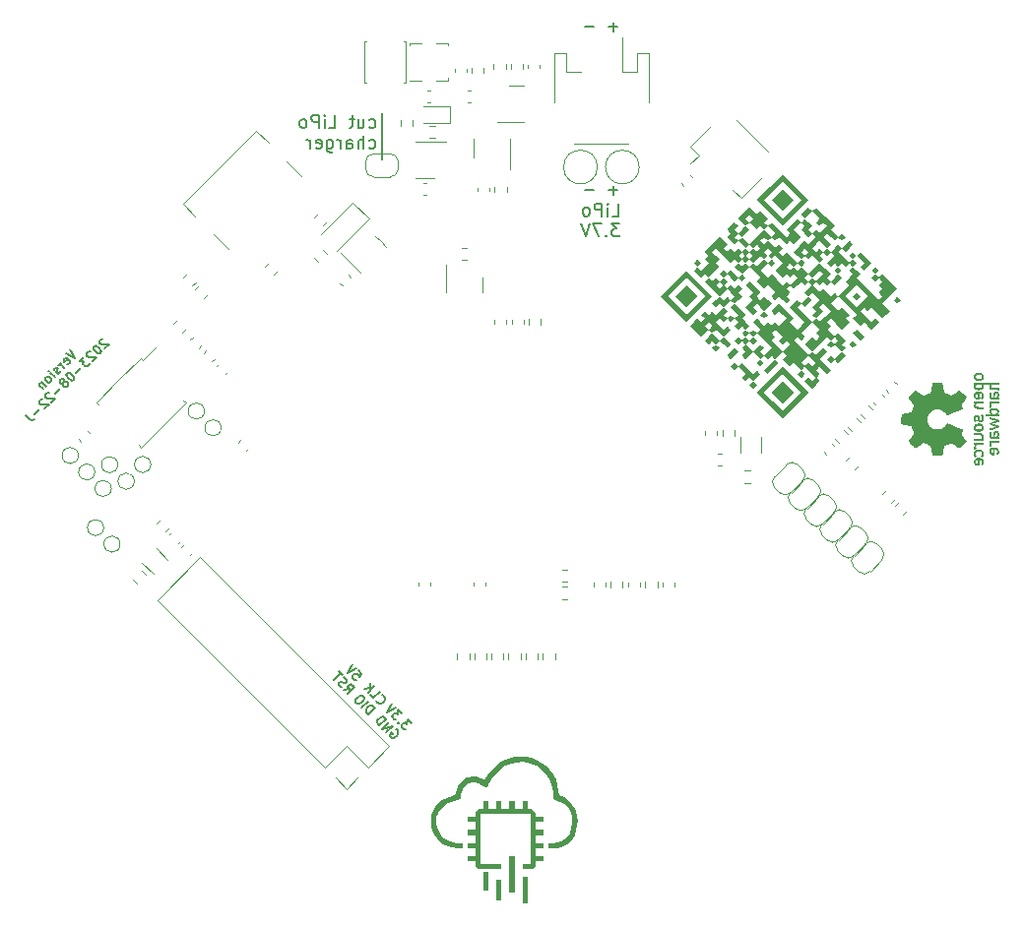
<source format=gbo>
G04 #@! TF.GenerationSoftware,KiCad,Pcbnew,7.0.8-7.0.8~ubuntu23.04.1*
G04 #@! TF.CreationDate,2023-11-14T21:47:51+00:00*
G04 #@! TF.ProjectId,demo-badge-2023,64656d6f-2d62-4616-9467-652d32303233,1*
G04 #@! TF.SameCoordinates,Original*
G04 #@! TF.FileFunction,Legend,Bot*
G04 #@! TF.FilePolarity,Positive*
%FSLAX46Y46*%
G04 Gerber Fmt 4.6, Leading zero omitted, Abs format (unit mm)*
G04 Created by KiCad (PCBNEW 7.0.8-7.0.8~ubuntu23.04.1) date 2023-11-14 21:47:51*
%MOMM*%
%LPD*%
G01*
G04 APERTURE LIST*
%ADD10C,0.150000*%
%ADD11C,0.200000*%
%ADD12C,0.120000*%
%ADD13C,1.000000*%
%ADD14C,0.990600*%
%ADD15C,0.900000*%
%ADD16R,1.800000X1.000000*%
%ADD17C,2.500000*%
%ADD18R,0.600000X0.240000*%
%ADD19R,2.700000X0.800000*%
%ADD20C,0.600000*%
G04 APERTURE END LIST*
D10*
X119325000Y-61698000D02*
X119325000Y-65648000D01*
X117322630Y-109615868D02*
X117592004Y-109885242D01*
X117592004Y-109885242D02*
X117349567Y-110181553D01*
X117349567Y-110181553D02*
X117349567Y-110127678D01*
X117349567Y-110127678D02*
X117322630Y-110046866D01*
X117322630Y-110046866D02*
X117187943Y-109912179D01*
X117187943Y-109912179D02*
X117107131Y-109885242D01*
X117107131Y-109885242D02*
X117053256Y-109885242D01*
X117053256Y-109885242D02*
X116972444Y-109912179D01*
X116972444Y-109912179D02*
X116837757Y-110046866D01*
X116837757Y-110046866D02*
X116810819Y-110127678D01*
X116810819Y-110127678D02*
X116810819Y-110181553D01*
X116810819Y-110181553D02*
X116837757Y-110262365D01*
X116837757Y-110262365D02*
X116972444Y-110397052D01*
X116972444Y-110397052D02*
X117053256Y-110423990D01*
X117053256Y-110423990D02*
X117107131Y-110423990D01*
X117134068Y-109427306D02*
X116379821Y-109804429D01*
X116379821Y-109804429D02*
X116756944Y-109050182D01*
X116048221Y-111294338D02*
X116506157Y-111213526D01*
X116371470Y-111617587D02*
X116937155Y-111051901D01*
X116937155Y-111051901D02*
X116721656Y-110836402D01*
X116721656Y-110836402D02*
X116640844Y-110809465D01*
X116640844Y-110809465D02*
X116586969Y-110809465D01*
X116586969Y-110809465D02*
X116506157Y-110836402D01*
X116506157Y-110836402D02*
X116425345Y-110917214D01*
X116425345Y-110917214D02*
X116398407Y-110998026D01*
X116398407Y-110998026D02*
X116398407Y-111051901D01*
X116398407Y-111051901D02*
X116425345Y-111132713D01*
X116425345Y-111132713D02*
X116640844Y-111348213D01*
X115859659Y-111051901D02*
X115751910Y-110998026D01*
X115751910Y-110998026D02*
X115617223Y-110863339D01*
X115617223Y-110863339D02*
X115590285Y-110782527D01*
X115590285Y-110782527D02*
X115590285Y-110728652D01*
X115590285Y-110728652D02*
X115617223Y-110647840D01*
X115617223Y-110647840D02*
X115671097Y-110593965D01*
X115671097Y-110593965D02*
X115751910Y-110567028D01*
X115751910Y-110567028D02*
X115805784Y-110567028D01*
X115805784Y-110567028D02*
X115886597Y-110593965D01*
X115886597Y-110593965D02*
X116021284Y-110674778D01*
X116021284Y-110674778D02*
X116102096Y-110701715D01*
X116102096Y-110701715D02*
X116155971Y-110701715D01*
X116155971Y-110701715D02*
X116236783Y-110674778D01*
X116236783Y-110674778D02*
X116290658Y-110620903D01*
X116290658Y-110620903D02*
X116317595Y-110540091D01*
X116317595Y-110540091D02*
X116317595Y-110486216D01*
X116317595Y-110486216D02*
X116290658Y-110405404D01*
X116290658Y-110405404D02*
X116155971Y-110270717D01*
X116155971Y-110270717D02*
X116048221Y-110216842D01*
X115913534Y-110028280D02*
X115590285Y-109705031D01*
X115186224Y-110432341D02*
X115751909Y-109866655D01*
X118864787Y-112181646D02*
X118864787Y-112235521D01*
X118864787Y-112235521D02*
X118918662Y-112343271D01*
X118918662Y-112343271D02*
X118972537Y-112397145D01*
X118972537Y-112397145D02*
X119080286Y-112451020D01*
X119080286Y-112451020D02*
X119188036Y-112451020D01*
X119188036Y-112451020D02*
X119268848Y-112424083D01*
X119268848Y-112424083D02*
X119403535Y-112343271D01*
X119403535Y-112343271D02*
X119484347Y-112262458D01*
X119484347Y-112262458D02*
X119565159Y-112127771D01*
X119565159Y-112127771D02*
X119592097Y-112046959D01*
X119592097Y-112046959D02*
X119592097Y-111939210D01*
X119592097Y-111939210D02*
X119538222Y-111831460D01*
X119538222Y-111831460D02*
X119484347Y-111777585D01*
X119484347Y-111777585D02*
X119376598Y-111723710D01*
X119376598Y-111723710D02*
X119322723Y-111723710D01*
X118299102Y-111723710D02*
X118568476Y-111993084D01*
X118568476Y-111993084D02*
X119134161Y-111427399D01*
X118110540Y-111535149D02*
X118676225Y-110969463D01*
X117787291Y-111211900D02*
X118352976Y-111131088D01*
X118352976Y-110646214D02*
X118352976Y-111292712D01*
X118142595Y-113388711D02*
X118708280Y-112823026D01*
X118708280Y-112823026D02*
X118573593Y-112688339D01*
X118573593Y-112688339D02*
X118465843Y-112634464D01*
X118465843Y-112634464D02*
X118358094Y-112634464D01*
X118358094Y-112634464D02*
X118277282Y-112661402D01*
X118277282Y-112661402D02*
X118142595Y-112742214D01*
X118142595Y-112742214D02*
X118061782Y-112823026D01*
X118061782Y-112823026D02*
X117980970Y-112957713D01*
X117980970Y-112957713D02*
X117954033Y-113038525D01*
X117954033Y-113038525D02*
X117954033Y-113146275D01*
X117954033Y-113146275D02*
X118007908Y-113254024D01*
X118007908Y-113254024D02*
X118142595Y-113388711D01*
X117576909Y-112823026D02*
X118142595Y-112257341D01*
X117765471Y-111880217D02*
X117657722Y-111772468D01*
X117657722Y-111772468D02*
X117576909Y-111745530D01*
X117576909Y-111745530D02*
X117469160Y-111745530D01*
X117469160Y-111745530D02*
X117334473Y-111826342D01*
X117334473Y-111826342D02*
X117145911Y-112014904D01*
X117145911Y-112014904D02*
X117065099Y-112149591D01*
X117065099Y-112149591D02*
X117065099Y-112257341D01*
X117065099Y-112257341D02*
X117092036Y-112338153D01*
X117092036Y-112338153D02*
X117199786Y-112445903D01*
X117199786Y-112445903D02*
X117280598Y-112472840D01*
X117280598Y-112472840D02*
X117388348Y-112472840D01*
X117388348Y-112472840D02*
X117523035Y-112392028D01*
X117523035Y-112392028D02*
X117711596Y-112203466D01*
X117711596Y-112203466D02*
X117792409Y-112068779D01*
X117792409Y-112068779D02*
X117792409Y-111961029D01*
X117792409Y-111961029D02*
X117765471Y-111880217D01*
X121849940Y-114143178D02*
X121499754Y-113792992D01*
X121499754Y-113792992D02*
X121472816Y-114197053D01*
X121472816Y-114197053D02*
X121392004Y-114116240D01*
X121392004Y-114116240D02*
X121311192Y-114089303D01*
X121311192Y-114089303D02*
X121257317Y-114089303D01*
X121257317Y-114089303D02*
X121176505Y-114116240D01*
X121176505Y-114116240D02*
X121041818Y-114250927D01*
X121041818Y-114250927D02*
X121014880Y-114331740D01*
X121014880Y-114331740D02*
X121014880Y-114385614D01*
X121014880Y-114385614D02*
X121041818Y-114466427D01*
X121041818Y-114466427D02*
X121203442Y-114628051D01*
X121203442Y-114628051D02*
X121284254Y-114654988D01*
X121284254Y-114654988D02*
X121338129Y-114654988D01*
X120745506Y-114062365D02*
X120691631Y-114062365D01*
X120691631Y-114062365D02*
X120691631Y-114116240D01*
X120691631Y-114116240D02*
X120745506Y-114116240D01*
X120745506Y-114116240D02*
X120745506Y-114062365D01*
X120745506Y-114062365D02*
X120691631Y-114116240D01*
X121041818Y-113335056D02*
X120691632Y-112984870D01*
X120691632Y-112984870D02*
X120664694Y-113388931D01*
X120664694Y-113388931D02*
X120583882Y-113308119D01*
X120583882Y-113308119D02*
X120503070Y-113281181D01*
X120503070Y-113281181D02*
X120449195Y-113281181D01*
X120449195Y-113281181D02*
X120368383Y-113308119D01*
X120368383Y-113308119D02*
X120233696Y-113442806D01*
X120233696Y-113442806D02*
X120206759Y-113523618D01*
X120206759Y-113523618D02*
X120206759Y-113577493D01*
X120206759Y-113577493D02*
X120233696Y-113658305D01*
X120233696Y-113658305D02*
X120395320Y-113819929D01*
X120395320Y-113819929D02*
X120476133Y-113846867D01*
X120476133Y-113846867D02*
X120530007Y-113846867D01*
X120530007Y-112823245D02*
X119775760Y-113200369D01*
X119775760Y-113200369D02*
X120152884Y-112446122D01*
X120508187Y-114676808D02*
X120588999Y-114703745D01*
X120588999Y-114703745D02*
X120669811Y-114784557D01*
X120669811Y-114784557D02*
X120723686Y-114892307D01*
X120723686Y-114892307D02*
X120723686Y-115000057D01*
X120723686Y-115000057D02*
X120696749Y-115080869D01*
X120696749Y-115080869D02*
X120615937Y-115215556D01*
X120615937Y-115215556D02*
X120535124Y-115296368D01*
X120535124Y-115296368D02*
X120400437Y-115377180D01*
X120400437Y-115377180D02*
X120319625Y-115404118D01*
X120319625Y-115404118D02*
X120211876Y-115404118D01*
X120211876Y-115404118D02*
X120104126Y-115350243D01*
X120104126Y-115350243D02*
X120050251Y-115296368D01*
X120050251Y-115296368D02*
X119996376Y-115188618D01*
X119996376Y-115188618D02*
X119996376Y-115134744D01*
X119996376Y-115134744D02*
X120184938Y-114946182D01*
X120184938Y-114946182D02*
X120292688Y-115053931D01*
X119700065Y-114946182D02*
X120265750Y-114380496D01*
X120265750Y-114380496D02*
X119376816Y-114622933D01*
X119376816Y-114622933D02*
X119942502Y-114057248D01*
X119107442Y-114353559D02*
X119673128Y-113787874D01*
X119673128Y-113787874D02*
X119538441Y-113653187D01*
X119538441Y-113653187D02*
X119430691Y-113599312D01*
X119430691Y-113599312D02*
X119322942Y-113599312D01*
X119322942Y-113599312D02*
X119242129Y-113626249D01*
X119242129Y-113626249D02*
X119107442Y-113707062D01*
X119107442Y-113707062D02*
X119026630Y-113787874D01*
X119026630Y-113787874D02*
X118945818Y-113922561D01*
X118945818Y-113922561D02*
X118918881Y-114003373D01*
X118918881Y-114003373D02*
X118918881Y-114111123D01*
X118918881Y-114111123D02*
X118972755Y-114218872D01*
X118972755Y-114218872D02*
X119107442Y-114353559D01*
X139580951Y-54236866D02*
X138819047Y-54236866D01*
X139199999Y-54617819D02*
X139199999Y-53855914D01*
X137580951Y-68286866D02*
X136819047Y-68286866D01*
X137580951Y-54236866D02*
X136819047Y-54236866D01*
X139580951Y-68286866D02*
X138819047Y-68286866D01*
X139199999Y-68667819D02*
X139199999Y-67905914D01*
D11*
X139119047Y-70510980D02*
X139642857Y-70510980D01*
X139642857Y-70510980D02*
X139642857Y-69410980D01*
X138752381Y-70510980D02*
X138752381Y-69777647D01*
X138752381Y-69410980D02*
X138804762Y-69463361D01*
X138804762Y-69463361D02*
X138752381Y-69515742D01*
X138752381Y-69515742D02*
X138700000Y-69463361D01*
X138700000Y-69463361D02*
X138752381Y-69410980D01*
X138752381Y-69410980D02*
X138752381Y-69515742D01*
X138228571Y-70510980D02*
X138228571Y-69410980D01*
X138228571Y-69410980D02*
X137809523Y-69410980D01*
X137809523Y-69410980D02*
X137704761Y-69463361D01*
X137704761Y-69463361D02*
X137652380Y-69515742D01*
X137652380Y-69515742D02*
X137599999Y-69620504D01*
X137599999Y-69620504D02*
X137599999Y-69777647D01*
X137599999Y-69777647D02*
X137652380Y-69882409D01*
X137652380Y-69882409D02*
X137704761Y-69934790D01*
X137704761Y-69934790D02*
X137809523Y-69987171D01*
X137809523Y-69987171D02*
X138228571Y-69987171D01*
X136971428Y-70510980D02*
X137076190Y-70458600D01*
X137076190Y-70458600D02*
X137128571Y-70406219D01*
X137128571Y-70406219D02*
X137180952Y-70301457D01*
X137180952Y-70301457D02*
X137180952Y-69987171D01*
X137180952Y-69987171D02*
X137128571Y-69882409D01*
X137128571Y-69882409D02*
X137076190Y-69830028D01*
X137076190Y-69830028D02*
X136971428Y-69777647D01*
X136971428Y-69777647D02*
X136814285Y-69777647D01*
X136814285Y-69777647D02*
X136709523Y-69830028D01*
X136709523Y-69830028D02*
X136657142Y-69882409D01*
X136657142Y-69882409D02*
X136604761Y-69987171D01*
X136604761Y-69987171D02*
X136604761Y-70301457D01*
X136604761Y-70301457D02*
X136657142Y-70406219D01*
X136657142Y-70406219D02*
X136709523Y-70458600D01*
X136709523Y-70458600D02*
X136814285Y-70510980D01*
X136814285Y-70510980D02*
X136971428Y-70510980D01*
X139773809Y-71181980D02*
X139092856Y-71181980D01*
X139092856Y-71181980D02*
X139459523Y-71601028D01*
X139459523Y-71601028D02*
X139302380Y-71601028D01*
X139302380Y-71601028D02*
X139197618Y-71653409D01*
X139197618Y-71653409D02*
X139145237Y-71705790D01*
X139145237Y-71705790D02*
X139092856Y-71810552D01*
X139092856Y-71810552D02*
X139092856Y-72072457D01*
X139092856Y-72072457D02*
X139145237Y-72177219D01*
X139145237Y-72177219D02*
X139197618Y-72229600D01*
X139197618Y-72229600D02*
X139302380Y-72281980D01*
X139302380Y-72281980D02*
X139616666Y-72281980D01*
X139616666Y-72281980D02*
X139721428Y-72229600D01*
X139721428Y-72229600D02*
X139773809Y-72177219D01*
X138621428Y-72177219D02*
X138569047Y-72229600D01*
X138569047Y-72229600D02*
X138621428Y-72281980D01*
X138621428Y-72281980D02*
X138673809Y-72229600D01*
X138673809Y-72229600D02*
X138621428Y-72177219D01*
X138621428Y-72177219D02*
X138621428Y-72281980D01*
X138202380Y-71181980D02*
X137469046Y-71181980D01*
X137469046Y-71181980D02*
X137940475Y-72281980D01*
X137207142Y-71181980D02*
X136840475Y-72281980D01*
X136840475Y-72281980D02*
X136473808Y-71181980D01*
X118235088Y-62858600D02*
X118339850Y-62910980D01*
X118339850Y-62910980D02*
X118549374Y-62910980D01*
X118549374Y-62910980D02*
X118654136Y-62858600D01*
X118654136Y-62858600D02*
X118706517Y-62806219D01*
X118706517Y-62806219D02*
X118758898Y-62701457D01*
X118758898Y-62701457D02*
X118758898Y-62387171D01*
X118758898Y-62387171D02*
X118706517Y-62282409D01*
X118706517Y-62282409D02*
X118654136Y-62230028D01*
X118654136Y-62230028D02*
X118549374Y-62177647D01*
X118549374Y-62177647D02*
X118339850Y-62177647D01*
X118339850Y-62177647D02*
X118235088Y-62230028D01*
X117292231Y-62177647D02*
X117292231Y-62910980D01*
X117763660Y-62177647D02*
X117763660Y-62753838D01*
X117763660Y-62753838D02*
X117711279Y-62858600D01*
X117711279Y-62858600D02*
X117606517Y-62910980D01*
X117606517Y-62910980D02*
X117449374Y-62910980D01*
X117449374Y-62910980D02*
X117344612Y-62858600D01*
X117344612Y-62858600D02*
X117292231Y-62806219D01*
X116925565Y-62177647D02*
X116506517Y-62177647D01*
X116768422Y-61810980D02*
X116768422Y-62753838D01*
X116768422Y-62753838D02*
X116716041Y-62858600D01*
X116716041Y-62858600D02*
X116611279Y-62910980D01*
X116611279Y-62910980D02*
X116506517Y-62910980D01*
X114777946Y-62910980D02*
X115301756Y-62910980D01*
X115301756Y-62910980D02*
X115301756Y-61810980D01*
X114411280Y-62910980D02*
X114411280Y-62177647D01*
X114411280Y-61810980D02*
X114463661Y-61863361D01*
X114463661Y-61863361D02*
X114411280Y-61915742D01*
X114411280Y-61915742D02*
X114358899Y-61863361D01*
X114358899Y-61863361D02*
X114411280Y-61810980D01*
X114411280Y-61810980D02*
X114411280Y-61915742D01*
X113887470Y-62910980D02*
X113887470Y-61810980D01*
X113887470Y-61810980D02*
X113468422Y-61810980D01*
X113468422Y-61810980D02*
X113363660Y-61863361D01*
X113363660Y-61863361D02*
X113311279Y-61915742D01*
X113311279Y-61915742D02*
X113258898Y-62020504D01*
X113258898Y-62020504D02*
X113258898Y-62177647D01*
X113258898Y-62177647D02*
X113311279Y-62282409D01*
X113311279Y-62282409D02*
X113363660Y-62334790D01*
X113363660Y-62334790D02*
X113468422Y-62387171D01*
X113468422Y-62387171D02*
X113887470Y-62387171D01*
X112630327Y-62910980D02*
X112735089Y-62858600D01*
X112735089Y-62858600D02*
X112787470Y-62806219D01*
X112787470Y-62806219D02*
X112839851Y-62701457D01*
X112839851Y-62701457D02*
X112839851Y-62387171D01*
X112839851Y-62387171D02*
X112787470Y-62282409D01*
X112787470Y-62282409D02*
X112735089Y-62230028D01*
X112735089Y-62230028D02*
X112630327Y-62177647D01*
X112630327Y-62177647D02*
X112473184Y-62177647D01*
X112473184Y-62177647D02*
X112368422Y-62230028D01*
X112368422Y-62230028D02*
X112316041Y-62282409D01*
X112316041Y-62282409D02*
X112263660Y-62387171D01*
X112263660Y-62387171D02*
X112263660Y-62701457D01*
X112263660Y-62701457D02*
X112316041Y-62806219D01*
X112316041Y-62806219D02*
X112368422Y-62858600D01*
X112368422Y-62858600D02*
X112473184Y-62910980D01*
X112473184Y-62910980D02*
X112630327Y-62910980D01*
X118235088Y-64629600D02*
X118339850Y-64681980D01*
X118339850Y-64681980D02*
X118549374Y-64681980D01*
X118549374Y-64681980D02*
X118654136Y-64629600D01*
X118654136Y-64629600D02*
X118706517Y-64577219D01*
X118706517Y-64577219D02*
X118758898Y-64472457D01*
X118758898Y-64472457D02*
X118758898Y-64158171D01*
X118758898Y-64158171D02*
X118706517Y-64053409D01*
X118706517Y-64053409D02*
X118654136Y-64001028D01*
X118654136Y-64001028D02*
X118549374Y-63948647D01*
X118549374Y-63948647D02*
X118339850Y-63948647D01*
X118339850Y-63948647D02*
X118235088Y-64001028D01*
X117763660Y-64681980D02*
X117763660Y-63581980D01*
X117292231Y-64681980D02*
X117292231Y-64105790D01*
X117292231Y-64105790D02*
X117344612Y-64001028D01*
X117344612Y-64001028D02*
X117449374Y-63948647D01*
X117449374Y-63948647D02*
X117606517Y-63948647D01*
X117606517Y-63948647D02*
X117711279Y-64001028D01*
X117711279Y-64001028D02*
X117763660Y-64053409D01*
X116296993Y-64681980D02*
X116296993Y-64105790D01*
X116296993Y-64105790D02*
X116349374Y-64001028D01*
X116349374Y-64001028D02*
X116454136Y-63948647D01*
X116454136Y-63948647D02*
X116663660Y-63948647D01*
X116663660Y-63948647D02*
X116768422Y-64001028D01*
X116296993Y-64629600D02*
X116401755Y-64681980D01*
X116401755Y-64681980D02*
X116663660Y-64681980D01*
X116663660Y-64681980D02*
X116768422Y-64629600D01*
X116768422Y-64629600D02*
X116820803Y-64524838D01*
X116820803Y-64524838D02*
X116820803Y-64420076D01*
X116820803Y-64420076D02*
X116768422Y-64315314D01*
X116768422Y-64315314D02*
X116663660Y-64262933D01*
X116663660Y-64262933D02*
X116401755Y-64262933D01*
X116401755Y-64262933D02*
X116296993Y-64210552D01*
X115773184Y-64681980D02*
X115773184Y-63948647D01*
X115773184Y-64158171D02*
X115720803Y-64053409D01*
X115720803Y-64053409D02*
X115668422Y-64001028D01*
X115668422Y-64001028D02*
X115563660Y-63948647D01*
X115563660Y-63948647D02*
X115458898Y-63948647D01*
X114620803Y-63948647D02*
X114620803Y-64839123D01*
X114620803Y-64839123D02*
X114673184Y-64943885D01*
X114673184Y-64943885D02*
X114725565Y-64996266D01*
X114725565Y-64996266D02*
X114830327Y-65048647D01*
X114830327Y-65048647D02*
X114987470Y-65048647D01*
X114987470Y-65048647D02*
X115092232Y-64996266D01*
X114620803Y-64629600D02*
X114725565Y-64681980D01*
X114725565Y-64681980D02*
X114935089Y-64681980D01*
X114935089Y-64681980D02*
X115039851Y-64629600D01*
X115039851Y-64629600D02*
X115092232Y-64577219D01*
X115092232Y-64577219D02*
X115144613Y-64472457D01*
X115144613Y-64472457D02*
X115144613Y-64158171D01*
X115144613Y-64158171D02*
X115092232Y-64053409D01*
X115092232Y-64053409D02*
X115039851Y-64001028D01*
X115039851Y-64001028D02*
X114935089Y-63948647D01*
X114935089Y-63948647D02*
X114725565Y-63948647D01*
X114725565Y-63948647D02*
X114620803Y-64001028D01*
X113677946Y-64629600D02*
X113782708Y-64681980D01*
X113782708Y-64681980D02*
X113992232Y-64681980D01*
X113992232Y-64681980D02*
X114096994Y-64629600D01*
X114096994Y-64629600D02*
X114149375Y-64524838D01*
X114149375Y-64524838D02*
X114149375Y-64105790D01*
X114149375Y-64105790D02*
X114096994Y-64001028D01*
X114096994Y-64001028D02*
X113992232Y-63948647D01*
X113992232Y-63948647D02*
X113782708Y-63948647D01*
X113782708Y-63948647D02*
X113677946Y-64001028D01*
X113677946Y-64001028D02*
X113625565Y-64105790D01*
X113625565Y-64105790D02*
X113625565Y-64210552D01*
X113625565Y-64210552D02*
X114149375Y-64315314D01*
X113154137Y-64681980D02*
X113154137Y-63948647D01*
X113154137Y-64158171D02*
X113101756Y-64053409D01*
X113101756Y-64053409D02*
X113049375Y-64001028D01*
X113049375Y-64001028D02*
X112944613Y-63948647D01*
X112944613Y-63948647D02*
X112839851Y-63948647D01*
D10*
X92516675Y-81951562D02*
X92893799Y-82705809D01*
X92893799Y-82705809D02*
X92139552Y-82328685D01*
X92274239Y-83271494D02*
X92355051Y-83244557D01*
X92355051Y-83244557D02*
X92462801Y-83136807D01*
X92462801Y-83136807D02*
X92489738Y-83055995D01*
X92489738Y-83055995D02*
X92462801Y-82975183D01*
X92462801Y-82975183D02*
X92247301Y-82759684D01*
X92247301Y-82759684D02*
X92166489Y-82732746D01*
X92166489Y-82732746D02*
X92085677Y-82759684D01*
X92085677Y-82759684D02*
X91977927Y-82867433D01*
X91977927Y-82867433D02*
X91950990Y-82948245D01*
X91950990Y-82948245D02*
X91977927Y-83029058D01*
X91977927Y-83029058D02*
X92031802Y-83082932D01*
X92031802Y-83082932D02*
X92355051Y-82867433D01*
X92031802Y-83567806D02*
X91654679Y-83190682D01*
X91762428Y-83298431D02*
X91681616Y-83271494D01*
X91681616Y-83271494D02*
X91627741Y-83271494D01*
X91627741Y-83271494D02*
X91546929Y-83298431D01*
X91546929Y-83298431D02*
X91493054Y-83352306D01*
X91681616Y-83864117D02*
X91654679Y-83944929D01*
X91654679Y-83944929D02*
X91546929Y-84052679D01*
X91546929Y-84052679D02*
X91466117Y-84079616D01*
X91466117Y-84079616D02*
X91385305Y-84052679D01*
X91385305Y-84052679D02*
X91358367Y-84025741D01*
X91358367Y-84025741D02*
X91331430Y-83944929D01*
X91331430Y-83944929D02*
X91358367Y-83864117D01*
X91358367Y-83864117D02*
X91439180Y-83783305D01*
X91439180Y-83783305D02*
X91466117Y-83702492D01*
X91466117Y-83702492D02*
X91439180Y-83621680D01*
X91439180Y-83621680D02*
X91412242Y-83594743D01*
X91412242Y-83594743D02*
X91331430Y-83567805D01*
X91331430Y-83567805D02*
X91250618Y-83594743D01*
X91250618Y-83594743D02*
X91169806Y-83675555D01*
X91169806Y-83675555D02*
X91142868Y-83756367D01*
X91223680Y-84375927D02*
X90846557Y-83998804D01*
X90657995Y-83810242D02*
X90711870Y-83810242D01*
X90711870Y-83810242D02*
X90711870Y-83864117D01*
X90711870Y-83864117D02*
X90657995Y-83864117D01*
X90657995Y-83864117D02*
X90657995Y-83810242D01*
X90657995Y-83810242D02*
X90711870Y-83864117D01*
X90873494Y-84726113D02*
X90900432Y-84645301D01*
X90900432Y-84645301D02*
X90900432Y-84591426D01*
X90900432Y-84591426D02*
X90873494Y-84510614D01*
X90873494Y-84510614D02*
X90711870Y-84348990D01*
X90711870Y-84348990D02*
X90631058Y-84322052D01*
X90631058Y-84322052D02*
X90577183Y-84322052D01*
X90577183Y-84322052D02*
X90496371Y-84348990D01*
X90496371Y-84348990D02*
X90415559Y-84429802D01*
X90415559Y-84429802D02*
X90388621Y-84510614D01*
X90388621Y-84510614D02*
X90388621Y-84564489D01*
X90388621Y-84564489D02*
X90415559Y-84645301D01*
X90415559Y-84645301D02*
X90577183Y-84806926D01*
X90577183Y-84806926D02*
X90657995Y-84833863D01*
X90657995Y-84833863D02*
X90711870Y-84833863D01*
X90711870Y-84833863D02*
X90792682Y-84806926D01*
X90792682Y-84806926D02*
X90873494Y-84726113D01*
X90065372Y-84779989D02*
X90442496Y-85157112D01*
X90119247Y-84833863D02*
X90065372Y-84833863D01*
X90065372Y-84833863D02*
X89984560Y-84860801D01*
X89984560Y-84860801D02*
X89903748Y-84941613D01*
X89903748Y-84941613D02*
X89876810Y-85022425D01*
X89876810Y-85022425D02*
X89903748Y-85103237D01*
X89903748Y-85103237D02*
X90200059Y-85399549D01*
X95313048Y-81084446D02*
X95259173Y-81084446D01*
X95259173Y-81084446D02*
X95178361Y-81111384D01*
X95178361Y-81111384D02*
X95043674Y-81246071D01*
X95043674Y-81246071D02*
X95016737Y-81326883D01*
X95016737Y-81326883D02*
X95016737Y-81380758D01*
X95016737Y-81380758D02*
X95043674Y-81461570D01*
X95043674Y-81461570D02*
X95097549Y-81515445D01*
X95097549Y-81515445D02*
X95205299Y-81569320D01*
X95205299Y-81569320D02*
X95851796Y-81569320D01*
X95851796Y-81569320D02*
X95501610Y-81919506D01*
X94585738Y-81704007D02*
X94531863Y-81757882D01*
X94531863Y-81757882D02*
X94504926Y-81838694D01*
X94504926Y-81838694D02*
X94504926Y-81892569D01*
X94504926Y-81892569D02*
X94531863Y-81973381D01*
X94531863Y-81973381D02*
X94612676Y-82108068D01*
X94612676Y-82108068D02*
X94747363Y-82242755D01*
X94747363Y-82242755D02*
X94882050Y-82323567D01*
X94882050Y-82323567D02*
X94962862Y-82350504D01*
X94962862Y-82350504D02*
X95016737Y-82350504D01*
X95016737Y-82350504D02*
X95097549Y-82323567D01*
X95097549Y-82323567D02*
X95151424Y-82269692D01*
X95151424Y-82269692D02*
X95178361Y-82188880D01*
X95178361Y-82188880D02*
X95178361Y-82135005D01*
X95178361Y-82135005D02*
X95151424Y-82054193D01*
X95151424Y-82054193D02*
X95070611Y-81919506D01*
X95070611Y-81919506D02*
X94935924Y-81784819D01*
X94935924Y-81784819D02*
X94801237Y-81704007D01*
X94801237Y-81704007D02*
X94720425Y-81677069D01*
X94720425Y-81677069D02*
X94666550Y-81677069D01*
X94666550Y-81677069D02*
X94585738Y-81704007D01*
X94235552Y-82161943D02*
X94181677Y-82161943D01*
X94181677Y-82161943D02*
X94100865Y-82188880D01*
X94100865Y-82188880D02*
X93966178Y-82323567D01*
X93966178Y-82323567D02*
X93939240Y-82404379D01*
X93939240Y-82404379D02*
X93939240Y-82458254D01*
X93939240Y-82458254D02*
X93966178Y-82539066D01*
X93966178Y-82539066D02*
X94020053Y-82592941D01*
X94020053Y-82592941D02*
X94127802Y-82646816D01*
X94127802Y-82646816D02*
X94774300Y-82646816D01*
X94774300Y-82646816D02*
X94424114Y-82997002D01*
X93669866Y-82619879D02*
X93319680Y-82970065D01*
X93319680Y-82970065D02*
X93723741Y-82997002D01*
X93723741Y-82997002D02*
X93642929Y-83077815D01*
X93642929Y-83077815D02*
X93615991Y-83158627D01*
X93615991Y-83158627D02*
X93615991Y-83212502D01*
X93615991Y-83212502D02*
X93642929Y-83293314D01*
X93642929Y-83293314D02*
X93777616Y-83428001D01*
X93777616Y-83428001D02*
X93858428Y-83454938D01*
X93858428Y-83454938D02*
X93912303Y-83454938D01*
X93912303Y-83454938D02*
X93993115Y-83428001D01*
X93993115Y-83428001D02*
X94154739Y-83266376D01*
X94154739Y-83266376D02*
X94181677Y-83185564D01*
X94181677Y-83185564D02*
X94181677Y-83131689D01*
X93427429Y-83562688D02*
X92996431Y-83993686D01*
X92269121Y-84020624D02*
X92215247Y-84074498D01*
X92215247Y-84074498D02*
X92188309Y-84155311D01*
X92188309Y-84155311D02*
X92188309Y-84209185D01*
X92188309Y-84209185D02*
X92215247Y-84289998D01*
X92215247Y-84289998D02*
X92296059Y-84424685D01*
X92296059Y-84424685D02*
X92430746Y-84559372D01*
X92430746Y-84559372D02*
X92565433Y-84640184D01*
X92565433Y-84640184D02*
X92646245Y-84667121D01*
X92646245Y-84667121D02*
X92700120Y-84667121D01*
X92700120Y-84667121D02*
X92780932Y-84640184D01*
X92780932Y-84640184D02*
X92834807Y-84586309D01*
X92834807Y-84586309D02*
X92861744Y-84505497D01*
X92861744Y-84505497D02*
X92861744Y-84451622D01*
X92861744Y-84451622D02*
X92834807Y-84370810D01*
X92834807Y-84370810D02*
X92753995Y-84236123D01*
X92753995Y-84236123D02*
X92619308Y-84101436D01*
X92619308Y-84101436D02*
X92484621Y-84020624D01*
X92484621Y-84020624D02*
X92403808Y-83993686D01*
X92403808Y-83993686D02*
X92349934Y-83993686D01*
X92349934Y-83993686D02*
X92269121Y-84020624D01*
X91999747Y-84774871D02*
X92026685Y-84694059D01*
X92026685Y-84694059D02*
X92026685Y-84640184D01*
X92026685Y-84640184D02*
X91999747Y-84559372D01*
X91999747Y-84559372D02*
X91972810Y-84532434D01*
X91972810Y-84532434D02*
X91891998Y-84505497D01*
X91891998Y-84505497D02*
X91838123Y-84505497D01*
X91838123Y-84505497D02*
X91757311Y-84532434D01*
X91757311Y-84532434D02*
X91649561Y-84640184D01*
X91649561Y-84640184D02*
X91622624Y-84720996D01*
X91622624Y-84720996D02*
X91622624Y-84774871D01*
X91622624Y-84774871D02*
X91649561Y-84855683D01*
X91649561Y-84855683D02*
X91676498Y-84882621D01*
X91676498Y-84882621D02*
X91757311Y-84909558D01*
X91757311Y-84909558D02*
X91811185Y-84909558D01*
X91811185Y-84909558D02*
X91891998Y-84882621D01*
X91891998Y-84882621D02*
X91999747Y-84774871D01*
X91999747Y-84774871D02*
X92080559Y-84747934D01*
X92080559Y-84747934D02*
X92134434Y-84747934D01*
X92134434Y-84747934D02*
X92215246Y-84774871D01*
X92215246Y-84774871D02*
X92322996Y-84882621D01*
X92322996Y-84882621D02*
X92349933Y-84963433D01*
X92349933Y-84963433D02*
X92349933Y-85017308D01*
X92349933Y-85017308D02*
X92322996Y-85098120D01*
X92322996Y-85098120D02*
X92215246Y-85205870D01*
X92215246Y-85205870D02*
X92134434Y-85232807D01*
X92134434Y-85232807D02*
X92080559Y-85232807D01*
X92080559Y-85232807D02*
X91999747Y-85205870D01*
X91999747Y-85205870D02*
X91891998Y-85098120D01*
X91891998Y-85098120D02*
X91865060Y-85017308D01*
X91865060Y-85017308D02*
X91865060Y-84963433D01*
X91865060Y-84963433D02*
X91891998Y-84882621D01*
X91649561Y-85340557D02*
X91218562Y-85771555D01*
X90679814Y-85717680D02*
X90625940Y-85717680D01*
X90625940Y-85717680D02*
X90545127Y-85744618D01*
X90545127Y-85744618D02*
X90410440Y-85879305D01*
X90410440Y-85879305D02*
X90383503Y-85960117D01*
X90383503Y-85960117D02*
X90383503Y-86013992D01*
X90383503Y-86013992D02*
X90410440Y-86094804D01*
X90410440Y-86094804D02*
X90464315Y-86148679D01*
X90464315Y-86148679D02*
X90572065Y-86202553D01*
X90572065Y-86202553D02*
X91218562Y-86202553D01*
X91218562Y-86202553D02*
X90868376Y-86552740D01*
X90141066Y-86256428D02*
X90087191Y-86256428D01*
X90087191Y-86256428D02*
X90006379Y-86283366D01*
X90006379Y-86283366D02*
X89871692Y-86418053D01*
X89871692Y-86418053D02*
X89844755Y-86498865D01*
X89844755Y-86498865D02*
X89844755Y-86552740D01*
X89844755Y-86552740D02*
X89871692Y-86633552D01*
X89871692Y-86633552D02*
X89925567Y-86687427D01*
X89925567Y-86687427D02*
X90033317Y-86741302D01*
X90033317Y-86741302D02*
X90679814Y-86741302D01*
X90679814Y-86741302D02*
X90329628Y-87091488D01*
X89871692Y-87118425D02*
X89440694Y-87549424D01*
X88659509Y-87630236D02*
X89063570Y-88034297D01*
X89063570Y-88034297D02*
X89171320Y-88088172D01*
X89171320Y-88088172D02*
X89279069Y-88088172D01*
X89279069Y-88088172D02*
X89386819Y-88034297D01*
X89386819Y-88034297D02*
X89440694Y-87980422D01*
D12*
X163382819Y-84772370D02*
X163581630Y-84971181D01*
X162661570Y-85493619D02*
X162860381Y-85692430D01*
X148512438Y-91954624D02*
X148231278Y-91954624D01*
X148512438Y-90934624D02*
X148231278Y-90934624D01*
X150190935Y-90862389D02*
X150190935Y-89512389D01*
X151940935Y-90862389D02*
X151940935Y-89512389D01*
X162381170Y-94428703D02*
X162716703Y-94093170D01*
X163120097Y-95167630D02*
X163455630Y-94832097D01*
X100030942Y-103544051D02*
X103707897Y-99867096D01*
X114441778Y-117954887D02*
X100030942Y-103544051D01*
X114441778Y-117954887D02*
X116280256Y-116116410D01*
X115339804Y-118852913D02*
X116280256Y-119793365D01*
X116280256Y-119793365D02*
X117220708Y-118852913D01*
X116280256Y-116116410D02*
X118118734Y-117954887D01*
X118118734Y-117954887D02*
X119957211Y-116116410D01*
X119957211Y-116116410D02*
X103707897Y-99867096D01*
X103985251Y-82282062D02*
X104184062Y-82083251D01*
X104706500Y-83003311D02*
X104905311Y-82804500D01*
X120904053Y-62767058D02*
X120904053Y-62292542D01*
X121949053Y-62767058D02*
X121949053Y-62292542D01*
X94645786Y-92533786D02*
G75*
G03*
X94645786Y-92533786I-700000J0D01*
G01*
X129985300Y-57407342D02*
X129985300Y-57881858D01*
X128940300Y-57407342D02*
X128940300Y-57881858D01*
X98256926Y-102094373D02*
X97921393Y-101758840D01*
X98995853Y-101355446D02*
X98660320Y-101019913D01*
X137850000Y-66298000D02*
G75*
G03*
X137850000Y-66298000I-1450000J0D01*
G01*
X159056097Y-88962370D02*
X159391630Y-89297903D01*
X158317170Y-89701297D02*
X158652703Y-90036830D01*
X127535601Y-68363580D02*
X127535601Y-68082420D01*
X128555601Y-68363580D02*
X128555601Y-68082420D01*
X105120157Y-83416968D02*
X105318968Y-83218157D01*
X105841406Y-84138217D02*
X106040217Y-83939406D01*
X130214100Y-108634458D02*
X130214100Y-108159942D01*
X131259100Y-108634458D02*
X131259100Y-108159942D01*
G36*
X154264606Y-68646865D02*
G01*
X154741940Y-69124199D01*
X154264606Y-69601534D01*
X153787271Y-70078869D01*
X153309937Y-69601534D01*
X152832602Y-69124199D01*
X153309937Y-68646865D01*
X153787271Y-68169530D01*
X154264606Y-68646865D01*
G37*
G36*
X145990805Y-76920665D02*
G01*
X146468140Y-77398000D01*
X145990805Y-77875335D01*
X145513471Y-78352669D01*
X145036136Y-77875335D01*
X144558802Y-77398000D01*
X145036136Y-76920665D01*
X145513471Y-76443331D01*
X145990805Y-76920665D01*
G37*
G36*
X149650371Y-75488662D02*
G01*
X149968594Y-75806885D01*
X149809482Y-75965996D01*
X149650371Y-76125107D01*
X149332148Y-75806885D01*
X149013924Y-75488661D01*
X149173036Y-75329549D01*
X149332147Y-75170438D01*
X149650371Y-75488662D01*
G37*
G36*
X152991714Y-74374880D02*
G01*
X153150826Y-74533992D01*
X152991714Y-74693104D01*
X152832602Y-74852215D01*
X152673491Y-74693104D01*
X152514379Y-74533992D01*
X152673491Y-74374880D01*
X152832602Y-74215768D01*
X152991714Y-74374880D01*
G37*
G36*
X159037953Y-72147319D02*
G01*
X159197064Y-72306430D01*
X159037952Y-72465542D01*
X158878841Y-72624653D01*
X158719730Y-72465542D01*
X158560618Y-72306430D01*
X158719729Y-72147319D01*
X158878841Y-71988207D01*
X159037953Y-72147319D01*
G37*
G36*
X149809482Y-82012235D02*
G01*
X149968594Y-82171347D01*
X149650371Y-82489570D01*
X149332148Y-82807793D01*
X149173036Y-82648682D01*
X149013924Y-82489570D01*
X149332148Y-82171346D01*
X149650371Y-81853123D01*
X149809482Y-82012235D01*
G37*
G36*
X159674398Y-72783765D02*
G01*
X159833510Y-72942877D01*
X159515287Y-73261099D01*
X159197064Y-73579323D01*
X159037952Y-73420211D01*
X158878841Y-73261100D01*
X159197065Y-72942877D01*
X159515287Y-72624654D01*
X159674398Y-72783765D01*
G37*
G36*
X156173945Y-77557111D02*
G01*
X156333057Y-77716223D01*
X156014833Y-78034446D01*
X155696610Y-78352669D01*
X155537499Y-78193557D01*
X155378387Y-78034446D01*
X155696610Y-77716224D01*
X156014834Y-77398000D01*
X156173945Y-77557111D01*
G37*
G36*
X160310845Y-77238888D02*
G01*
X160469957Y-77398000D01*
X160310845Y-77557112D01*
X160151734Y-77716224D01*
X159992622Y-77557112D01*
X159833510Y-77398000D01*
X159992622Y-77238888D01*
X160151734Y-77079776D01*
X160310845Y-77238888D01*
G37*
G36*
X154264606Y-85194466D02*
G01*
X154741940Y-85671801D01*
X154264606Y-86149135D01*
X153787271Y-86626470D01*
X153309937Y-86149135D01*
X152832602Y-85671801D01*
X153309937Y-85194466D01*
X153787271Y-84717131D01*
X154264606Y-85194466D01*
G37*
G36*
X158083283Y-82648682D02*
G01*
X158242395Y-82807793D01*
X158083284Y-82966904D01*
X157924172Y-83126016D01*
X157765060Y-82966904D01*
X157605949Y-82807793D01*
X157765060Y-82648681D01*
X157924171Y-82489570D01*
X158083283Y-82648682D01*
G37*
G36*
X163811299Y-77557111D02*
G01*
X163970411Y-77716223D01*
X163811299Y-77875335D01*
X163652187Y-78034446D01*
X163493076Y-77875335D01*
X163333965Y-77716224D01*
X163493076Y-77557112D01*
X163652188Y-77398000D01*
X163811299Y-77557111D01*
G37*
G36*
X160469957Y-80580232D02*
G01*
X160788179Y-80898454D01*
X160629068Y-81057565D01*
X160469957Y-81216677D01*
X160151734Y-80898454D01*
X159833510Y-80580231D01*
X159992622Y-80421119D01*
X160151733Y-80262008D01*
X160469957Y-80580232D01*
G37*
G36*
X159992622Y-81375788D02*
G01*
X160151734Y-81534900D01*
X159992622Y-81694012D01*
X159833510Y-81853123D01*
X159674398Y-81694012D01*
X159515287Y-81534901D01*
X159674399Y-81375789D01*
X159833511Y-81216677D01*
X159992622Y-81375788D01*
G37*
G36*
X148854813Y-75329550D02*
G01*
X149013924Y-75488661D01*
X148854813Y-75647773D01*
X148695702Y-75806884D01*
X148854813Y-75965996D01*
X149013925Y-76125107D01*
X148854813Y-76284219D01*
X148695702Y-76443331D01*
X148536590Y-76284219D01*
X148377478Y-76125107D01*
X148536590Y-75965996D01*
X148695702Y-75806884D01*
X148536591Y-75647773D01*
X148377479Y-75488661D01*
X148536590Y-75329550D01*
X148695702Y-75170438D01*
X148854813Y-75329550D01*
G37*
G36*
X151400598Y-80421120D02*
G01*
X151559710Y-80580232D01*
X151400599Y-80739343D01*
X151241487Y-80898454D01*
X151400598Y-81057565D01*
X151559710Y-81216677D01*
X151400598Y-81375789D01*
X151241486Y-81534901D01*
X151082374Y-81375789D01*
X150923263Y-81216678D01*
X151082375Y-81057566D01*
X151241487Y-80898454D01*
X151082375Y-80739343D01*
X150923263Y-80580231D01*
X151082375Y-80421119D01*
X151241486Y-80262008D01*
X151400598Y-80421120D01*
G37*
G36*
X158719729Y-75011327D02*
G01*
X158878841Y-75170438D01*
X158719729Y-75329550D01*
X158560618Y-75488661D01*
X158719730Y-75647773D01*
X158878841Y-75806884D01*
X158560618Y-76125107D01*
X158242395Y-76443330D01*
X158083284Y-76284219D01*
X157924172Y-76125107D01*
X158242395Y-75806885D01*
X158560618Y-75488661D01*
X158401507Y-75329549D01*
X158242396Y-75170438D01*
X158401507Y-75011327D01*
X158560618Y-74852215D01*
X158719729Y-75011327D01*
G37*
G36*
X154901052Y-68010419D02*
G01*
X156014833Y-69124199D01*
X154901052Y-70237980D01*
X153787271Y-71351761D01*
X152673491Y-70237980D01*
X151559710Y-69124199D01*
X152196156Y-69124199D01*
X152991714Y-69919757D01*
X153787271Y-70715314D01*
X154582829Y-69919757D01*
X155378387Y-69124199D01*
X154582829Y-68328641D01*
X153787271Y-67533083D01*
X152991713Y-68328641D01*
X152196156Y-69124199D01*
X151559710Y-69124199D01*
X151877933Y-68805976D01*
X152673491Y-68010419D01*
X153787271Y-66896638D01*
X154901052Y-68010419D01*
G37*
G36*
X146627252Y-76284219D02*
G01*
X147741033Y-77398000D01*
X146627252Y-78511781D01*
X145513471Y-79625562D01*
X144399690Y-78511781D01*
X143285909Y-77398000D01*
X143922355Y-77398000D01*
X144717913Y-78193558D01*
X145513470Y-78989115D01*
X146309028Y-78193557D01*
X147104585Y-77398000D01*
X146309028Y-76602443D01*
X145513470Y-75806885D01*
X144717913Y-76602442D01*
X143922355Y-77398000D01*
X143285909Y-77398000D01*
X143604132Y-77079777D01*
X144399690Y-76284219D01*
X145513471Y-75170438D01*
X146627252Y-76284219D01*
G37*
G36*
X154901052Y-84558020D02*
G01*
X156014833Y-85671801D01*
X154901052Y-86785581D01*
X153787271Y-87899362D01*
X152673491Y-86785581D01*
X151559710Y-85671801D01*
X152196156Y-85671801D01*
X152991713Y-86467359D01*
X153787271Y-87262917D01*
X154582829Y-86467359D01*
X155378387Y-85671801D01*
X154582829Y-84876243D01*
X153787271Y-84080686D01*
X152991714Y-84876243D01*
X152196156Y-85671801D01*
X151559710Y-85671801D01*
X151877932Y-85353578D01*
X152673491Y-84558020D01*
X153787271Y-83444239D01*
X154901052Y-84558020D01*
G37*
G36*
X149491260Y-76602442D02*
G01*
X149650371Y-76761554D01*
X149809482Y-76602443D01*
X149968594Y-76443331D01*
X150127705Y-76602442D01*
X150286817Y-76761554D01*
X150127705Y-76920665D01*
X149968594Y-77079776D01*
X150127706Y-77238888D01*
X150286818Y-77398000D01*
X149968594Y-77716224D01*
X149650371Y-78034446D01*
X149491260Y-77875335D01*
X149332148Y-77716223D01*
X149491259Y-77557112D01*
X149650371Y-77398000D01*
X149332148Y-77079777D01*
X149013924Y-76761554D01*
X149173036Y-76602442D01*
X149332148Y-76443330D01*
X149491260Y-76602442D01*
G37*
G36*
X149809483Y-71192649D02*
G01*
X149968594Y-71351760D01*
X149809482Y-71510872D01*
X149650371Y-71669984D01*
X149809482Y-71829096D01*
X149968594Y-71988207D01*
X149809482Y-72147319D01*
X149650371Y-72306430D01*
X149809482Y-72465541D01*
X149968594Y-72624653D01*
X150127705Y-72465542D01*
X150286817Y-72306430D01*
X150605041Y-72624654D01*
X150923263Y-72942877D01*
X150764152Y-73101988D01*
X150605041Y-73261099D01*
X150764152Y-73420211D01*
X150923263Y-73579322D01*
X150764152Y-73738434D01*
X150605040Y-73897546D01*
X150445929Y-73738435D01*
X150286817Y-73579323D01*
X150445929Y-73420211D01*
X150605041Y-73261099D01*
X150286818Y-72942877D01*
X149968594Y-72624653D01*
X149809482Y-72783765D01*
X149650371Y-72942877D01*
X149332148Y-72624654D01*
X149013924Y-72306430D01*
X149173036Y-72147318D01*
X149332148Y-71988207D01*
X149173037Y-71829096D01*
X149013925Y-71669984D01*
X149332148Y-71351761D01*
X149650371Y-71033538D01*
X149809483Y-71192649D01*
G37*
G36*
X150764152Y-83603351D02*
G01*
X151241487Y-84080685D01*
X151400598Y-83921574D01*
X151559710Y-83762462D01*
X151718821Y-83921574D01*
X151877932Y-84080685D01*
X151559710Y-84398908D01*
X151241486Y-84717131D01*
X151400598Y-84876243D01*
X151559710Y-85035355D01*
X151400599Y-85194466D01*
X151241487Y-85353578D01*
X151082375Y-85194466D01*
X150923263Y-85035354D01*
X151082375Y-84876243D01*
X151241486Y-84717131D01*
X151082375Y-84558020D01*
X150923263Y-84398909D01*
X150764152Y-84558020D01*
X150605041Y-84717131D01*
X150445929Y-84558020D01*
X150286817Y-84398908D01*
X150445929Y-84239796D01*
X150605040Y-84080685D01*
X150286817Y-83762462D01*
X149968594Y-83444240D01*
X149809483Y-83603351D01*
X149650371Y-83762462D01*
X149491260Y-83603351D01*
X149332148Y-83444239D01*
X149491260Y-83285127D01*
X149650371Y-83126016D01*
X149809482Y-83285128D01*
X149968594Y-83444240D01*
X150127706Y-83285128D01*
X150286818Y-83126016D01*
X150764152Y-83603351D01*
G37*
G36*
X151400598Y-76602442D02*
G01*
X151877932Y-77079776D01*
X151718821Y-77238888D01*
X151559709Y-77398000D01*
X151718821Y-77557112D01*
X151877932Y-77716224D01*
X152037044Y-77557112D01*
X152196156Y-77398000D01*
X152514379Y-77716223D01*
X152832602Y-78034446D01*
X152514379Y-78352670D01*
X152196156Y-78670893D01*
X152355268Y-78830004D01*
X152514379Y-78989115D01*
X152355267Y-79148227D01*
X152196156Y-79307338D01*
X152037045Y-79148227D01*
X151877933Y-78989115D01*
X152037044Y-78830004D01*
X152196156Y-78670893D01*
X151877932Y-78352669D01*
X151559710Y-78034446D01*
X151400598Y-78193558D01*
X151241487Y-78352669D01*
X151400599Y-78511781D01*
X151559710Y-78670892D01*
X151400598Y-78830004D01*
X151241486Y-78989115D01*
X150923263Y-78670893D01*
X150605040Y-78352669D01*
X150923263Y-78034446D01*
X151241486Y-77716223D01*
X151082375Y-77557112D01*
X150923263Y-77398000D01*
X151082375Y-77238888D01*
X151241486Y-77079777D01*
X150923263Y-76761554D01*
X150605040Y-76443331D01*
X150764152Y-76284219D01*
X150923263Y-76125107D01*
X151400598Y-76602442D01*
G37*
G36*
X150127706Y-78511781D02*
G01*
X150605041Y-78989115D01*
X150445929Y-79148227D01*
X150286817Y-79307339D01*
X150605040Y-79625562D01*
X150923263Y-79943785D01*
X150764152Y-80102896D01*
X150605041Y-80262008D01*
X150764152Y-80421120D01*
X150923263Y-80580231D01*
X150764152Y-80739343D01*
X150605040Y-80898454D01*
X150764152Y-81057566D01*
X150923263Y-81216678D01*
X150764152Y-81375789D01*
X150605041Y-81534901D01*
X150923263Y-81853123D01*
X151241487Y-82171347D01*
X151559710Y-81853124D01*
X151877933Y-81534901D01*
X152037044Y-81694012D01*
X152196156Y-81853123D01*
X152037044Y-82012235D01*
X151877932Y-82171347D01*
X152037044Y-82330459D01*
X152196155Y-82489570D01*
X152037044Y-82648681D01*
X151877932Y-82807793D01*
X152037044Y-82966904D01*
X152196156Y-83126016D01*
X152037044Y-83285128D01*
X151877933Y-83444239D01*
X151718821Y-83285127D01*
X151559710Y-83126015D01*
X151718821Y-82966904D01*
X151877932Y-82807793D01*
X151559710Y-82489570D01*
X151241487Y-82171347D01*
X150923264Y-82489570D01*
X150605041Y-82807793D01*
X150445929Y-82648682D01*
X150286817Y-82489570D01*
X150445929Y-82330458D01*
X150605041Y-82171346D01*
X150445929Y-82012234D01*
X150286818Y-81853123D01*
X150445929Y-81694012D01*
X150605041Y-81534901D01*
X150445929Y-81375789D01*
X150286817Y-81216677D01*
X150127705Y-81375789D01*
X149968594Y-81534900D01*
X149809483Y-81375789D01*
X149650371Y-81216677D01*
X149809482Y-81057566D01*
X149968594Y-80898454D01*
X150127706Y-81057566D01*
X150286817Y-81216677D01*
X150445929Y-81057565D01*
X150605040Y-80898454D01*
X150445929Y-80739343D01*
X150286817Y-80580232D01*
X150445929Y-80421120D01*
X150605041Y-80262008D01*
X150445929Y-80102896D01*
X150286817Y-79943785D01*
X150127705Y-80102896D01*
X149968594Y-80262008D01*
X149809482Y-80102897D01*
X149650371Y-79943785D01*
X149809482Y-79784673D01*
X149968594Y-79625562D01*
X149809482Y-79466450D01*
X149650371Y-79307338D01*
X149491259Y-79466450D01*
X149332147Y-79625562D01*
X149173036Y-79466451D01*
X149013924Y-79307339D01*
X149173036Y-79148227D01*
X149332148Y-78989115D01*
X149491260Y-79148227D01*
X149650371Y-79307338D01*
X149809482Y-79148226D01*
X149968594Y-78989115D01*
X149650371Y-78670893D01*
X149332148Y-78352670D01*
X149491260Y-78193558D01*
X149650371Y-78034446D01*
X150127706Y-78511781D01*
G37*
G36*
X148695702Y-72624653D02*
G01*
X149013925Y-72942877D01*
X148854813Y-73101988D01*
X148695702Y-73261100D01*
X148854813Y-73420211D01*
X149013924Y-73579323D01*
X149173036Y-73420211D01*
X149332148Y-73261099D01*
X149491260Y-73420211D01*
X149650371Y-73579323D01*
X149809483Y-73420211D01*
X149968594Y-73261100D01*
X150127705Y-73420211D01*
X150286817Y-73579323D01*
X150127706Y-73738434D01*
X149968594Y-73897546D01*
X150127706Y-74056657D01*
X150286817Y-74215768D01*
X150127705Y-74374880D01*
X149968594Y-74533992D01*
X149809482Y-74374881D01*
X149650371Y-74215769D01*
X149491260Y-74374880D01*
X149332148Y-74533992D01*
X148695702Y-73897546D01*
X148059255Y-73261099D01*
X147900144Y-73420211D01*
X147741032Y-73579323D01*
X148059255Y-73897546D01*
X148377478Y-74215769D01*
X148218367Y-74374880D01*
X148059255Y-74533992D01*
X148218367Y-74693104D01*
X148377479Y-74852215D01*
X147900144Y-75329550D01*
X147422810Y-75806885D01*
X147581921Y-75965996D01*
X147741033Y-76125107D01*
X147900144Y-75965996D01*
X148059255Y-75806885D01*
X148218367Y-75965996D01*
X148377478Y-76125107D01*
X148218366Y-76284219D01*
X148059255Y-76443330D01*
X148218367Y-76602442D01*
X148377479Y-76761554D01*
X148536590Y-76602443D01*
X148695702Y-76443331D01*
X148854813Y-76602443D01*
X149013924Y-76761554D01*
X148695702Y-77079776D01*
X148377478Y-77398000D01*
X148536590Y-77557112D01*
X148695702Y-77716224D01*
X148854813Y-77557112D01*
X149013925Y-77398000D01*
X149173036Y-77557111D01*
X149332148Y-77716223D01*
X149013924Y-78034446D01*
X148695702Y-78352669D01*
X148854813Y-78511781D01*
X149013925Y-78670893D01*
X148854813Y-78830004D01*
X148695702Y-78989116D01*
X148854813Y-79148227D01*
X149013924Y-79307339D01*
X148854813Y-79466450D01*
X148695702Y-79625562D01*
X148536590Y-79466450D01*
X148377479Y-79307339D01*
X148218367Y-79466451D01*
X148059256Y-79625562D01*
X148377479Y-79943785D01*
X148695702Y-80262007D01*
X148854813Y-80102896D01*
X149013924Y-79943785D01*
X149173036Y-80102896D01*
X149332148Y-80262008D01*
X149013925Y-80580231D01*
X148695702Y-80898454D01*
X149013924Y-81216677D01*
X149332148Y-81534901D01*
X149173036Y-81694012D01*
X149013925Y-81853123D01*
X148695702Y-81534900D01*
X148377479Y-81216677D01*
X148536590Y-81057566D01*
X148695702Y-80898454D01*
X148377478Y-80580231D01*
X148059255Y-80262008D01*
X147900144Y-80421120D01*
X147741033Y-80580231D01*
X148059255Y-80898454D01*
X148377479Y-81216677D01*
X148218367Y-81375789D01*
X148059255Y-81534901D01*
X148218367Y-81694012D01*
X148377478Y-81853123D01*
X148218367Y-82012234D01*
X148059255Y-82171346D01*
X147900144Y-82012235D01*
X147741033Y-81853123D01*
X147900144Y-81694012D01*
X148059255Y-81534901D01*
X147900144Y-81375789D01*
X147741032Y-81216677D01*
X147581921Y-81375788D01*
X147422809Y-81534900D01*
X147263698Y-81375789D01*
X147104586Y-81216677D01*
X147422809Y-80898454D01*
X147741033Y-80580231D01*
X147581921Y-80421119D01*
X147422810Y-80262008D01*
X147104586Y-80580232D01*
X146786363Y-80898454D01*
X146309028Y-80421119D01*
X145831694Y-79943785D01*
X147104586Y-79943785D01*
X147263698Y-80102896D01*
X147422810Y-80262008D01*
X147581921Y-80102897D01*
X147741033Y-79943785D01*
X147581921Y-79784673D01*
X147422809Y-79625562D01*
X147263697Y-79784673D01*
X147104586Y-79943785D01*
X145831694Y-79943785D01*
X146149916Y-79625562D01*
X146468140Y-79307338D01*
X146627252Y-79466450D01*
X146786363Y-79625562D01*
X146945474Y-79466451D01*
X147104586Y-79307339D01*
X146945474Y-79148227D01*
X146786363Y-78989115D01*
X146945474Y-78830004D01*
X147104586Y-78670892D01*
X147263698Y-78830004D01*
X147422810Y-78989115D01*
X147581921Y-78830004D01*
X147741033Y-78670893D01*
X147900144Y-78830004D01*
X148059255Y-78989115D01*
X148377478Y-78670893D01*
X148695702Y-78352669D01*
X148536590Y-78193557D01*
X148377479Y-78034446D01*
X148218367Y-78193558D01*
X148059255Y-78352670D01*
X147900144Y-78193558D01*
X147741032Y-78034446D01*
X148059255Y-77716223D01*
X148377478Y-77398000D01*
X147741032Y-76761554D01*
X147104586Y-76125108D01*
X147263698Y-75965996D01*
X147422810Y-75806885D01*
X147263698Y-75647773D01*
X147104586Y-75488661D01*
X146945474Y-75647773D01*
X146786363Y-75806885D01*
X146468140Y-75488662D01*
X146149916Y-75170438D01*
X146309028Y-75011327D01*
X146468140Y-74852215D01*
X146309029Y-74693104D01*
X146149917Y-74533992D01*
X146309028Y-74374881D01*
X146468140Y-74215769D01*
X146627252Y-74374881D01*
X146786363Y-74533992D01*
X146627251Y-74693104D01*
X146468140Y-74852215D01*
X146627252Y-75011327D01*
X146786363Y-75170438D01*
X147104586Y-74852215D01*
X147422810Y-74533992D01*
X147263698Y-74374880D01*
X147104586Y-74215768D01*
X147263697Y-74056657D01*
X147422809Y-73897546D01*
X147263698Y-73738435D01*
X147104586Y-73579323D01*
X147741033Y-72942877D01*
X148377479Y-72306430D01*
X148695702Y-72624653D01*
G37*
G36*
X152514379Y-71988207D02*
G01*
X152832602Y-72306430D01*
X152673491Y-72465542D01*
X152514379Y-72624654D01*
X152832602Y-72942877D01*
X153150825Y-73261100D01*
X153309937Y-73101988D01*
X153469049Y-72942877D01*
X153628160Y-73101988D01*
X153787271Y-73261099D01*
X153628160Y-73420211D01*
X153469048Y-73579323D01*
X153628160Y-73738435D01*
X153787271Y-73897546D01*
X153946383Y-73738435D01*
X154105495Y-73579323D01*
X154582829Y-74056657D01*
X155060164Y-74533992D01*
X155219276Y-74374880D01*
X155378387Y-74215769D01*
X155537499Y-74374881D01*
X155696610Y-74533992D01*
X155537499Y-74693103D01*
X155378387Y-74852215D01*
X155696610Y-75170438D01*
X156014833Y-75488661D01*
X156492168Y-75011327D01*
X156969502Y-74533992D01*
X157446837Y-75011327D01*
X157924172Y-75488662D01*
X157765060Y-75647774D01*
X157605949Y-75806885D01*
X157765060Y-75965996D01*
X157924172Y-76125107D01*
X157765060Y-76284219D01*
X157605949Y-76443331D01*
X157446837Y-76284219D01*
X157287726Y-76125108D01*
X157128615Y-76284219D01*
X156969503Y-76443331D01*
X156810391Y-76284219D01*
X156651279Y-76125107D01*
X156969502Y-75806885D01*
X157287726Y-75488661D01*
X157128614Y-75329549D01*
X156969503Y-75170438D01*
X156651279Y-75488662D01*
X156333057Y-75806885D01*
X156492168Y-75965996D01*
X156651279Y-76125107D01*
X156492168Y-76284219D01*
X156333056Y-76443331D01*
X156173944Y-76284219D01*
X156014833Y-76125108D01*
X156173945Y-75965996D01*
X156333057Y-75806885D01*
X156173945Y-75647773D01*
X156014833Y-75488661D01*
X155855721Y-75647773D01*
X155696610Y-75806885D01*
X155855721Y-75965996D01*
X156014833Y-76125108D01*
X155855722Y-76284219D01*
X155696610Y-76443331D01*
X155537499Y-76284219D01*
X155378387Y-76125107D01*
X155060164Y-76443330D01*
X154741940Y-76761554D01*
X154582829Y-76602443D01*
X154423718Y-76443331D01*
X154741941Y-76125107D01*
X155060164Y-75806885D01*
X154901052Y-75647773D01*
X154741940Y-75488661D01*
X154582829Y-75647773D01*
X154423718Y-75806884D01*
X154264607Y-75647773D01*
X154105495Y-75488661D01*
X153946383Y-75647773D01*
X153787271Y-75806885D01*
X153469048Y-75488661D01*
X153150825Y-75170438D01*
X153469049Y-74852215D01*
X154105494Y-74852215D01*
X154264606Y-75011327D01*
X154423718Y-75170438D01*
X154582829Y-75011327D01*
X154741940Y-74852215D01*
X154901052Y-75011327D01*
X155060163Y-75170438D01*
X155219275Y-75011327D01*
X155378387Y-74852215D01*
X155219276Y-74693104D01*
X155060164Y-74533992D01*
X154901052Y-74693104D01*
X154741940Y-74852215D01*
X154582829Y-74693104D01*
X154423717Y-74533992D01*
X154264606Y-74693103D01*
X154105494Y-74852215D01*
X153469049Y-74852215D01*
X153787271Y-74533992D01*
X153469049Y-74215769D01*
X153150825Y-73897546D01*
X152991713Y-74056657D01*
X152832602Y-74215768D01*
X152673491Y-74056657D01*
X152514379Y-73897546D01*
X152673491Y-73738435D01*
X152832602Y-73579323D01*
X152673491Y-73420211D01*
X152514379Y-73261099D01*
X152355267Y-73420211D01*
X152196156Y-73579322D01*
X152355268Y-73738434D01*
X152514379Y-73897546D01*
X152355268Y-74056657D01*
X152196156Y-74215769D01*
X152037044Y-74056657D01*
X151877932Y-73897546D01*
X151559710Y-74215768D01*
X151241486Y-74533992D01*
X151400598Y-74693104D01*
X151559710Y-74852215D01*
X151877933Y-74533992D01*
X152196156Y-74215769D01*
X152355267Y-74374880D01*
X152514379Y-74533992D01*
X152196156Y-74852215D01*
X151877932Y-75170438D01*
X152196156Y-75488662D01*
X152514379Y-75806885D01*
X152673491Y-75647773D01*
X152832602Y-75488661D01*
X153309937Y-75965996D01*
X153787271Y-76443330D01*
X153946382Y-76284219D01*
X154105494Y-76125107D01*
X154264606Y-76284219D01*
X154423718Y-76443331D01*
X154264606Y-76602443D01*
X154105495Y-76761554D01*
X154264607Y-76920665D01*
X154423718Y-77079776D01*
X154264606Y-77238888D01*
X154105494Y-77398000D01*
X154264606Y-77557112D01*
X154423718Y-77716224D01*
X154264607Y-77875335D01*
X154105495Y-78034446D01*
X153787271Y-77716223D01*
X153469049Y-77398000D01*
X153309937Y-77557112D01*
X153150825Y-77716224D01*
X152991713Y-77557112D01*
X152832602Y-77398000D01*
X152991713Y-77238888D01*
X153150825Y-77079776D01*
X152832602Y-76761554D01*
X152514379Y-76443330D01*
X152355267Y-76602442D01*
X152196155Y-76761554D01*
X151877932Y-76443331D01*
X151559710Y-76125108D01*
X151718821Y-75965996D01*
X151877933Y-75806885D01*
X151400598Y-75329549D01*
X150923263Y-74852215D01*
X150605040Y-75170438D01*
X150286817Y-75488661D01*
X150445929Y-75647773D01*
X150605041Y-75806885D01*
X150445929Y-75965996D01*
X150286817Y-76125108D01*
X150127705Y-75965996D01*
X149968594Y-75806885D01*
X150127705Y-75647773D01*
X150286817Y-75488661D01*
X149968594Y-75170438D01*
X149650371Y-74852215D01*
X149809482Y-74693103D01*
X149968594Y-74533992D01*
X150127705Y-74693104D01*
X150286817Y-74852215D01*
X150445929Y-74693104D01*
X150605041Y-74533992D01*
X150764152Y-74693104D01*
X150923263Y-74852215D01*
X151082375Y-74693103D01*
X151241486Y-74533992D01*
X151082375Y-74374881D01*
X150923263Y-74215769D01*
X150764152Y-74374880D01*
X150605041Y-74533992D01*
X150445929Y-74374880D01*
X150286817Y-74215768D01*
X150445929Y-74056657D01*
X150605040Y-73897546D01*
X150764152Y-74056657D01*
X150923263Y-74215769D01*
X151082375Y-74056657D01*
X151241487Y-73897546D01*
X151082375Y-73738434D01*
X150923263Y-73579322D01*
X151082374Y-73420211D01*
X151241486Y-73261099D01*
X151400598Y-73420211D01*
X151559710Y-73579323D01*
X151718821Y-73420211D01*
X151877933Y-73261099D01*
X151718821Y-73101988D01*
X151559710Y-72942876D01*
X151400598Y-73101988D01*
X151241486Y-73261099D01*
X151082375Y-73101988D01*
X150923263Y-72942877D01*
X151241487Y-72624653D01*
X151877932Y-72624653D01*
X152037044Y-72783765D01*
X152196156Y-72942877D01*
X152355268Y-72783765D01*
X152514379Y-72624654D01*
X152355267Y-72465542D01*
X152196155Y-72306430D01*
X152037044Y-72465541D01*
X151877932Y-72624653D01*
X151241487Y-72624653D01*
X151559710Y-72306430D01*
X152196156Y-71669984D01*
X152514379Y-71988207D01*
G37*
G36*
X156173945Y-69919757D02*
G01*
X156333057Y-70078869D01*
X156492168Y-69919757D01*
X156651279Y-69760646D01*
X157446837Y-70556203D01*
X158242395Y-71351761D01*
X158083283Y-71510873D01*
X157924172Y-71669984D01*
X158242395Y-71988207D01*
X158560618Y-72306430D01*
X158401507Y-72465542D01*
X158242395Y-72624654D01*
X157924171Y-72306430D01*
X157605949Y-71988207D01*
X157446837Y-72147318D01*
X157287726Y-72306430D01*
X157605949Y-72624653D01*
X157924172Y-72942877D01*
X157765060Y-73101988D01*
X157605949Y-73261100D01*
X157765060Y-73420212D01*
X157924171Y-73579323D01*
X158242395Y-73261099D01*
X158560618Y-72942877D01*
X158719729Y-73101988D01*
X158878841Y-73261100D01*
X158719730Y-73420211D01*
X158560618Y-73579323D01*
X159037953Y-74056657D01*
X159515287Y-74533992D01*
X159674399Y-74374880D01*
X159833510Y-74215769D01*
X159674398Y-74056657D01*
X159515287Y-73897546D01*
X159674399Y-73738435D01*
X159833511Y-73579323D01*
X159992622Y-73738434D01*
X160151734Y-73897546D01*
X160310845Y-73738435D01*
X160469957Y-73579323D01*
X160947291Y-74056657D01*
X161424626Y-74533992D01*
X161106403Y-74852215D01*
X160788179Y-75170438D01*
X160629068Y-75011327D01*
X160469957Y-74852215D01*
X160629068Y-74693104D01*
X160788180Y-74533992D01*
X160469957Y-74215768D01*
X160151734Y-73897546D01*
X159992622Y-74056657D01*
X159833510Y-74215769D01*
X159992622Y-74374881D01*
X160151733Y-74533992D01*
X159992622Y-74693103D01*
X159833510Y-74852215D01*
X160151734Y-75170438D01*
X160469957Y-75488661D01*
X160310845Y-75647773D01*
X160151733Y-75806885D01*
X161106403Y-76761554D01*
X162061072Y-77716224D01*
X162220184Y-77557112D01*
X162379295Y-77398000D01*
X162220184Y-77238888D01*
X162061072Y-77079776D01*
X162220184Y-76920665D01*
X162379295Y-76761554D01*
X162220184Y-76602443D01*
X162061072Y-76443331D01*
X162220184Y-76284219D01*
X162379295Y-76125107D01*
X162220184Y-75965996D01*
X162061073Y-75806885D01*
X161901961Y-75965996D01*
X161742849Y-76125108D01*
X161583737Y-75965996D01*
X161424626Y-75806885D01*
X161583737Y-75647773D01*
X161742849Y-75488661D01*
X161583737Y-75329549D01*
X161424626Y-75170438D01*
X161583737Y-75011327D01*
X161742849Y-74852215D01*
X161901960Y-75011327D01*
X162061072Y-75170438D01*
X161901960Y-75329550D01*
X161742849Y-75488661D01*
X161901961Y-75647773D01*
X162061073Y-75806885D01*
X162220184Y-75647774D01*
X162379295Y-75488662D01*
X163015741Y-76125107D01*
X163652187Y-76761554D01*
X163015741Y-77398000D01*
X162379295Y-78034446D01*
X162697518Y-78352670D01*
X163015741Y-78670893D01*
X162697518Y-78989115D01*
X162379295Y-79307338D01*
X161901961Y-78830004D01*
X161424626Y-78352669D01*
X161265515Y-78511781D01*
X161106403Y-78670893D01*
X160947291Y-78511781D01*
X160788179Y-78352669D01*
X160629068Y-78511781D01*
X160469957Y-78670892D01*
X160947292Y-79148227D01*
X161424626Y-79625562D01*
X161583737Y-79466451D01*
X161742849Y-79307339D01*
X161901960Y-79466450D01*
X162061072Y-79625562D01*
X161742849Y-79943785D01*
X161424626Y-80262008D01*
X161106403Y-79943785D01*
X160788179Y-79625562D01*
X160629068Y-79784673D01*
X160469957Y-79943785D01*
X160151734Y-79625562D01*
X159833510Y-79307338D01*
X159992622Y-79148226D01*
X160151733Y-78989115D01*
X159356176Y-78193558D01*
X158560618Y-77398000D01*
X159197065Y-77398000D01*
X159674399Y-77875335D01*
X160151734Y-78352669D01*
X160629068Y-77875335D01*
X161106403Y-77398000D01*
X160629068Y-76920665D01*
X160151734Y-76443331D01*
X159674399Y-76920665D01*
X159197065Y-77398000D01*
X158560618Y-77398000D01*
X158242395Y-77716223D01*
X157924171Y-78034446D01*
X158242395Y-78352670D01*
X158560618Y-78670893D01*
X158719729Y-78511781D01*
X158878841Y-78352669D01*
X159197065Y-78670893D01*
X159515287Y-78989115D01*
X159356176Y-79148227D01*
X159197064Y-79307339D01*
X159356176Y-79466451D01*
X159515287Y-79625562D01*
X159197064Y-79943785D01*
X158878841Y-80262007D01*
X158401507Y-79784673D01*
X157924172Y-79307338D01*
X157765060Y-79466450D01*
X157605949Y-79625562D01*
X157765060Y-79784673D01*
X157924172Y-79943785D01*
X157765060Y-80102897D01*
X157605949Y-80262008D01*
X157924172Y-80580231D01*
X158242395Y-80898454D01*
X158401506Y-80739343D01*
X158560618Y-80580231D01*
X158878841Y-80898454D01*
X159197064Y-81216677D01*
X159037952Y-81375789D01*
X158878841Y-81534900D01*
X159037953Y-81694012D01*
X159197065Y-81853123D01*
X159037953Y-82012235D01*
X158878841Y-82171347D01*
X159037952Y-82330458D01*
X159197064Y-82489570D01*
X158878841Y-82807793D01*
X158560618Y-83126016D01*
X158401506Y-82966904D01*
X158242395Y-82807793D01*
X158560618Y-82489570D01*
X158878841Y-82171347D01*
X158560618Y-81853123D01*
X158242395Y-81534901D01*
X158083284Y-81694012D01*
X157924172Y-81853123D01*
X157765060Y-81694012D01*
X157605949Y-81534900D01*
X157765060Y-81375788D01*
X157924171Y-81216677D01*
X158083283Y-81375789D01*
X158242395Y-81534901D01*
X158401507Y-81375789D01*
X158560618Y-81216677D01*
X158401507Y-81057565D01*
X158242395Y-80898454D01*
X158083283Y-81057565D01*
X157924171Y-81216677D01*
X157765060Y-81057566D01*
X157605949Y-80898454D01*
X156969502Y-81534901D01*
X156333056Y-82171347D01*
X156492168Y-82330459D01*
X156651279Y-82489570D01*
X156969502Y-82171346D01*
X157287725Y-81853123D01*
X157446837Y-82012235D01*
X157605949Y-82171347D01*
X157287726Y-82489570D01*
X156969502Y-82807793D01*
X157446837Y-83285128D01*
X157924171Y-83762462D01*
X157765060Y-83921573D01*
X157605949Y-84080685D01*
X157287726Y-83762462D01*
X156969502Y-83444239D01*
X156810390Y-83603351D01*
X156651279Y-83762462D01*
X156810391Y-83921573D01*
X156969503Y-84080685D01*
X156810391Y-84239797D01*
X156651279Y-84398909D01*
X156810390Y-84558020D01*
X156969502Y-84717131D01*
X156651279Y-85035354D01*
X156333056Y-85353578D01*
X156014833Y-85035355D01*
X155696610Y-84717131D01*
X155855721Y-84558020D01*
X156014833Y-84398908D01*
X156173945Y-84558020D01*
X156333057Y-84717131D01*
X156492168Y-84558020D01*
X156651279Y-84398909D01*
X156173945Y-83921574D01*
X155696610Y-83444239D01*
X155537498Y-83603351D01*
X155378387Y-83762462D01*
X155537499Y-83921573D01*
X155696610Y-84080685D01*
X155537499Y-84239797D01*
X155378387Y-84398909D01*
X155219275Y-84239797D01*
X155060163Y-84080685D01*
X155219275Y-83921573D01*
X155378387Y-83762462D01*
X155060164Y-83444239D01*
X154741941Y-83126016D01*
X154582829Y-83285128D01*
X154423718Y-83444240D01*
X154105494Y-83126016D01*
X153787271Y-82807793D01*
X153946383Y-82648682D01*
X154105495Y-82489570D01*
X153946383Y-82330458D01*
X153787271Y-82171346D01*
X153469048Y-82489570D01*
X153150825Y-82807793D01*
X153309937Y-82966904D01*
X153469049Y-83126016D01*
X152991714Y-83603351D01*
X152514379Y-84080685D01*
X152355268Y-83921573D01*
X152196156Y-83762462D01*
X152673491Y-83285127D01*
X153150825Y-82807793D01*
X152991714Y-82648682D01*
X152832602Y-82489570D01*
X152673491Y-82648682D01*
X152514379Y-82807793D01*
X152355267Y-82648682D01*
X152196155Y-82489570D01*
X152514379Y-82171346D01*
X152832602Y-81853123D01*
X152196156Y-81216678D01*
X152196155Y-81216677D01*
X152832602Y-81216677D01*
X153309937Y-81694012D01*
X153787271Y-82171346D01*
X154105494Y-81853123D01*
X154423718Y-81534900D01*
X154264607Y-81375789D01*
X154105495Y-81216677D01*
X153946383Y-81375789D01*
X153787271Y-81534901D01*
X153628160Y-81375789D01*
X153469048Y-81216677D01*
X153628160Y-81057565D01*
X153787271Y-80898454D01*
X153469049Y-80580231D01*
X153150826Y-80262008D01*
X152991714Y-80421120D01*
X152832602Y-80580232D01*
X152991713Y-80739343D01*
X153150825Y-80898454D01*
X152991713Y-81057566D01*
X152832602Y-81216677D01*
X152196155Y-81216677D01*
X151559710Y-80580232D01*
X151718821Y-80421120D01*
X151877933Y-80262008D01*
X151559710Y-79943785D01*
X151241487Y-79625562D01*
X151400598Y-79466451D01*
X151559710Y-79307339D01*
X151877932Y-79625562D01*
X152196156Y-79943785D01*
X152355268Y-79784673D01*
X152514379Y-79625562D01*
X152673491Y-79784673D01*
X152832602Y-79943785D01*
X152991713Y-79784673D01*
X153150825Y-79625562D01*
X153309937Y-79784673D01*
X153469049Y-79943785D01*
X153787271Y-79625562D01*
X154105495Y-79307339D01*
X153787271Y-78989115D01*
X153469049Y-78670893D01*
X153309937Y-78830004D01*
X153150825Y-78989116D01*
X152991713Y-78830004D01*
X152832602Y-78670893D01*
X153150825Y-78352669D01*
X153469048Y-78034446D01*
X154105494Y-78670893D01*
X154741940Y-79307339D01*
X154582829Y-79466450D01*
X154423718Y-79625562D01*
X154741940Y-79943785D01*
X155060164Y-80262008D01*
X155378387Y-79943785D01*
X155696610Y-79625562D01*
X155060164Y-78989115D01*
X154423718Y-78352669D01*
X154741940Y-78034446D01*
X155060164Y-77716223D01*
X155219276Y-77875335D01*
X155378387Y-78034446D01*
X155219276Y-78193558D01*
X155060164Y-78352670D01*
X155696610Y-78989115D01*
X156333056Y-79625562D01*
X155855721Y-80102896D01*
X155378387Y-80580231D01*
X155537499Y-80739343D01*
X155696610Y-80898454D01*
X155537499Y-81057566D01*
X155378387Y-81216678D01*
X155219275Y-81057566D01*
X155060163Y-80898454D01*
X154901052Y-81057565D01*
X154741940Y-81216677D01*
X155378387Y-81853123D01*
X156014833Y-82489570D01*
X155696610Y-82807793D01*
X155378387Y-83126016D01*
X155537499Y-83285128D01*
X155696610Y-83444239D01*
X155855721Y-83285127D01*
X156014833Y-83126015D01*
X156173945Y-83285127D01*
X156333057Y-83444239D01*
X156492168Y-83285128D01*
X156651279Y-83126016D01*
X156333056Y-82807793D01*
X156014833Y-82489570D01*
X156173945Y-82330458D01*
X156333056Y-82171347D01*
X156014833Y-81853124D01*
X155696610Y-81534901D01*
X156014833Y-81216677D01*
X156333056Y-80898454D01*
X156492168Y-81057566D01*
X156651279Y-81216678D01*
X156810391Y-81057566D01*
X156969503Y-80898454D01*
X156810391Y-80739343D01*
X156651279Y-80580231D01*
X156810391Y-80421119D01*
X156969502Y-80262008D01*
X156651279Y-79943785D01*
X156333056Y-79625562D01*
X156492168Y-79466450D01*
X156651279Y-79307338D01*
X156810391Y-79466450D01*
X156969503Y-79625562D01*
X157446837Y-79148227D01*
X157924172Y-78670893D01*
X157605949Y-78352669D01*
X157287726Y-78034446D01*
X157128614Y-78193558D01*
X156969503Y-78352669D01*
X157128615Y-78511781D01*
X157287726Y-78670892D01*
X156969502Y-78989115D01*
X156651279Y-79307338D01*
X156492168Y-79148227D01*
X156333057Y-78989115D01*
X156492168Y-78830004D01*
X156651279Y-78670893D01*
X156492168Y-78511781D01*
X156333056Y-78352669D01*
X156651279Y-78034446D01*
X156969502Y-77716223D01*
X156651279Y-77398000D01*
X156333057Y-77079777D01*
X156173945Y-77238889D01*
X156014834Y-77398000D01*
X155855722Y-77238888D01*
X155696610Y-77079776D01*
X156014833Y-76761554D01*
X156333056Y-76443331D01*
X156651279Y-76761554D01*
X156969502Y-77079777D01*
X157128614Y-76920665D01*
X157287726Y-76761554D01*
X157605949Y-77079776D01*
X157924172Y-77398000D01*
X158083284Y-77238888D01*
X158242395Y-77079777D01*
X158401507Y-77238889D01*
X158560618Y-77398000D01*
X158878841Y-77079776D01*
X159037952Y-76920665D01*
X159515287Y-76443330D01*
X159356176Y-76284219D01*
X159197065Y-76125107D01*
X159515287Y-75806885D01*
X159833510Y-75488662D01*
X159674398Y-75329550D01*
X159515287Y-75170438D01*
X159674398Y-75011327D01*
X159833510Y-74852215D01*
X159674399Y-74693104D01*
X159515287Y-74533992D01*
X159356176Y-74693104D01*
X159197064Y-74852215D01*
X159037952Y-74693104D01*
X158878841Y-74533993D01*
X158719730Y-74693104D01*
X158560618Y-74852215D01*
X158401507Y-74693104D01*
X158242395Y-74533992D01*
X158083283Y-74693104D01*
X157924172Y-74852215D01*
X157765060Y-74693103D01*
X157605949Y-74533992D01*
X157924172Y-74215769D01*
X158242395Y-73897546D01*
X158083283Y-73738435D01*
X157924171Y-73579323D01*
X157765060Y-73738434D01*
X157605949Y-73897546D01*
X157446837Y-73738435D01*
X157287726Y-73579323D01*
X157446837Y-73420211D01*
X157605949Y-73261100D01*
X157287725Y-72942877D01*
X156969502Y-72624654D01*
X156651279Y-72942877D01*
X156333057Y-73261099D01*
X156492168Y-73420211D01*
X156651279Y-73579322D01*
X156810390Y-73420211D01*
X156969502Y-73261099D01*
X157128614Y-73420211D01*
X157287726Y-73579323D01*
X157128614Y-73738435D01*
X156969503Y-73897546D01*
X157128615Y-74056657D01*
X157287726Y-74215768D01*
X157128614Y-74374880D01*
X156969502Y-74533992D01*
X156651279Y-74215769D01*
X156333056Y-73897546D01*
X156173944Y-74056657D01*
X156014833Y-74215768D01*
X155855722Y-74056657D01*
X155696610Y-73897546D01*
X155855721Y-73738435D01*
X156014833Y-73579323D01*
X155855721Y-73420211D01*
X155696610Y-73261099D01*
X155537498Y-73420211D01*
X155378387Y-73579322D01*
X155537499Y-73738434D01*
X155696610Y-73897546D01*
X155537499Y-74056657D01*
X155378387Y-74215769D01*
X155060163Y-73897546D01*
X154741940Y-73579323D01*
X155219275Y-73101988D01*
X155696610Y-72624653D01*
X155855722Y-72783765D01*
X156014833Y-72942876D01*
X156333056Y-72624653D01*
X156651279Y-72306430D01*
X156492168Y-72147319D01*
X156333056Y-71988207D01*
X156492168Y-71829096D01*
X156651279Y-71669984D01*
X156810391Y-71829096D01*
X156969502Y-71988207D01*
X157287725Y-71669984D01*
X157605949Y-71351760D01*
X157446837Y-71192649D01*
X157287726Y-71033538D01*
X157128614Y-71192649D01*
X156969502Y-71351761D01*
X156810390Y-71192649D01*
X156651279Y-71033538D01*
X156810391Y-70874427D01*
X156969503Y-70715315D01*
X156651279Y-70397091D01*
X156333057Y-70078869D01*
X156014833Y-70397092D01*
X155696610Y-70715315D01*
X156014833Y-71033538D01*
X156333057Y-71351761D01*
X156173945Y-71510873D01*
X156014833Y-71669985D01*
X156173944Y-71829096D01*
X156333056Y-71988207D01*
X156173945Y-72147318D01*
X156014833Y-72306430D01*
X155696610Y-71988207D01*
X155378387Y-71669984D01*
X155537499Y-71510872D01*
X155696610Y-71351761D01*
X155537498Y-71192649D01*
X155378387Y-71033538D01*
X155060164Y-71351761D01*
X154741941Y-71669984D01*
X155060164Y-71988207D01*
X155378387Y-72306430D01*
X155060164Y-72624654D01*
X154741941Y-72942877D01*
X154582829Y-72783765D01*
X154423718Y-72624653D01*
X154264606Y-72783765D01*
X154105494Y-72942877D01*
X153787271Y-72624654D01*
X153469048Y-72306430D01*
X153309937Y-72465541D01*
X153150825Y-72624653D01*
X152991714Y-72465542D01*
X152832602Y-72306430D01*
X152991714Y-72147318D01*
X153150825Y-71988207D01*
X152832602Y-71669984D01*
X152514379Y-71351761D01*
X152355268Y-71510872D01*
X152196156Y-71669984D01*
X152037044Y-71510872D01*
X151877933Y-71351761D01*
X151718821Y-71510873D01*
X151559710Y-71669985D01*
X151241486Y-71351761D01*
X150923263Y-71033538D01*
X151082375Y-70874427D01*
X151241487Y-70715315D01*
X151082375Y-70556203D01*
X150923263Y-70397091D01*
X150764152Y-70556203D01*
X150605040Y-70715315D01*
X150764152Y-70874427D01*
X150923263Y-71033538D01*
X150764152Y-71192649D01*
X150605041Y-71351761D01*
X150764152Y-71510872D01*
X150923263Y-71669984D01*
X150605041Y-71988207D01*
X150286817Y-72306430D01*
X150127705Y-72147318D01*
X149968594Y-71988207D01*
X150286818Y-71669984D01*
X150605041Y-71351761D01*
X150286817Y-71033538D01*
X149968594Y-70715315D01*
X150445929Y-70237980D01*
X150923263Y-69760646D01*
X151241486Y-70078869D01*
X151559710Y-70397092D01*
X151718821Y-70237980D01*
X151877933Y-70078869D01*
X152196156Y-70397091D01*
X152514379Y-70715315D01*
X152355268Y-70874427D01*
X152196156Y-71033538D01*
X152355267Y-71192649D01*
X152514379Y-71351761D01*
X152673491Y-71192649D01*
X152832602Y-71033538D01*
X153469049Y-71669984D01*
X154105495Y-72306430D01*
X154264606Y-72147319D01*
X154423718Y-71988207D01*
X154264606Y-71829096D01*
X154105494Y-71669984D01*
X154582829Y-71192649D01*
X155060163Y-70715315D01*
X155219275Y-70874427D01*
X155378387Y-71033538D01*
X155537499Y-70874427D01*
X155696610Y-70715315D01*
X155537499Y-70556203D01*
X155378387Y-70397091D01*
X155696610Y-70078869D01*
X156014833Y-69760645D01*
X156173945Y-69919757D01*
G37*
X131687300Y-108634458D02*
X131687300Y-108159942D01*
X132732300Y-108634458D02*
X132732300Y-108159942D01*
X101053156Y-97926561D02*
X101251967Y-97727750D01*
X101774405Y-98647810D02*
X101973216Y-98448999D01*
X101009853Y-97346440D02*
X100674320Y-97681973D01*
X100270926Y-96607513D02*
X99935393Y-96943046D01*
X121720400Y-58843600D02*
X122725400Y-58843600D01*
X121750400Y-55623600D02*
X122725400Y-55623600D01*
X121750400Y-55853600D02*
X121750400Y-55623600D01*
X123995400Y-55623600D02*
X124970400Y-55623600D01*
X123995400Y-58843600D02*
X124970400Y-58843600D01*
X124970400Y-55853600D02*
X124970400Y-55623600D01*
X124970400Y-58843600D02*
X124970400Y-58613600D01*
X141450000Y-66298000D02*
G75*
G03*
X141450000Y-66298000I-1450000J0D01*
G01*
X102449828Y-86555611D02*
X102265980Y-86371763D01*
X98779944Y-82885727D02*
X99964348Y-81701323D01*
X98596096Y-82701879D02*
X98779944Y-82885727D01*
X100522962Y-88482477D02*
X102449828Y-86555611D01*
X100522962Y-88482477D02*
X98596096Y-90409343D01*
X96669230Y-84628745D02*
X98596096Y-82701879D01*
X96669230Y-84628745D02*
X94742364Y-86555611D01*
X98596096Y-90409343D02*
X98412248Y-90225495D01*
X94742364Y-86555611D02*
X94926212Y-86739459D01*
X117928251Y-65848000D02*
X117928251Y-66448000D01*
X118628251Y-67148000D02*
X120028251Y-67148000D01*
X120028251Y-65148000D02*
X118628251Y-65148000D01*
X120728251Y-66448000D02*
X120728251Y-65848000D01*
X118628251Y-65148000D02*
G75*
G03*
X117928251Y-65848000I-1J-699999D01*
G01*
X117928251Y-66448000D02*
G75*
G03*
X118628251Y-67148000I699999J-1D01*
G01*
X120728251Y-65848000D02*
G75*
G03*
X120028251Y-65148000I-700000J0D01*
G01*
X120028251Y-67148000D02*
G75*
G03*
X120728251Y-66448000I0J700000D01*
G01*
X158038027Y-90095578D02*
X158236838Y-90294389D01*
X157316778Y-90816827D02*
X157515589Y-91015638D01*
X107860030Y-90509219D02*
X107661219Y-90708030D01*
X107138781Y-89787970D02*
X106939970Y-89986781D01*
X130887500Y-59288000D02*
X130237500Y-59288000D01*
X130887500Y-59288000D02*
X131537500Y-59288000D01*
X130887500Y-62408000D02*
X129212500Y-62408000D01*
X130887500Y-62408000D02*
X131537500Y-62408000D01*
X129016800Y-79738580D02*
X129016800Y-79457420D01*
X130036800Y-79738580D02*
X130036800Y-79457420D01*
X158227681Y-95046382D02*
X157803416Y-94622117D01*
X156813467Y-94622117D02*
X155823517Y-95612067D01*
X157237731Y-97026281D02*
X158227681Y-96036331D01*
X155823517Y-96602016D02*
X156247782Y-97026281D01*
X158227680Y-96036330D02*
G75*
G03*
X158227680Y-95046383I-494973J494974D01*
G01*
X157803416Y-94622117D02*
G75*
G03*
X156813467Y-94622117I-494974J-494974D01*
G01*
X156247782Y-97026281D02*
G75*
G03*
X157237731Y-97026281I494974J494975D01*
G01*
X155823518Y-95612068D02*
G75*
G03*
X155823517Y-96602016I494974J-494974D01*
G01*
X96820000Y-98738000D02*
G75*
G03*
X96820000Y-98738000I-700000J0D01*
G01*
X126702620Y-59728800D02*
X126983780Y-59728800D01*
X126702620Y-60748800D02*
X126983780Y-60748800D01*
X128076900Y-57754142D02*
X128076900Y-58228658D01*
X127031900Y-57754142D02*
X127031900Y-58228658D01*
X104330593Y-77216334D02*
X103995060Y-77551867D01*
X103591666Y-76477407D02*
X103256133Y-76812940D01*
X109270607Y-74844466D02*
X109606140Y-74508933D01*
X110009534Y-75583393D02*
X110345067Y-75247860D01*
X104064573Y-87292573D02*
G75*
G03*
X104064573Y-87292573I-700000J0D01*
G01*
X135287257Y-101970500D02*
X134812741Y-101970500D01*
X135287257Y-100925500D02*
X134812741Y-100925500D01*
X147603047Y-62801785D02*
X145835280Y-64569552D01*
X145835280Y-64569552D02*
X146577742Y-65312014D01*
X146577742Y-65312014D02*
X145877707Y-66012049D01*
X149823363Y-62236099D02*
X152566937Y-64979673D01*
X152001251Y-67199989D02*
X150233484Y-68967756D01*
X150233484Y-68967756D02*
X149491022Y-68225294D01*
X161189697Y-86828770D02*
X161525230Y-87164303D01*
X160450770Y-87567697D02*
X160786303Y-87903230D01*
X131950700Y-79835258D02*
X131950700Y-79360742D01*
X132995700Y-79835258D02*
X132995700Y-79360742D01*
X123164429Y-68690801D02*
X122883269Y-68690801D01*
X123164429Y-67670801D02*
X122883269Y-67670801D01*
X123422094Y-62730701D02*
X123896610Y-62730701D01*
X123422094Y-63775701D02*
X123896610Y-63775701D01*
X121338800Y-55481600D02*
X121188800Y-55481600D01*
X121338800Y-55481600D02*
X121338800Y-59001600D01*
X117818800Y-55481600D02*
X117968800Y-55481600D01*
X117818800Y-55481600D02*
X117818800Y-59001600D01*
X121338800Y-59001600D02*
X121188800Y-59001600D01*
X117818800Y-59001600D02*
X117968800Y-59001600D01*
X102206254Y-69484676D02*
X103238630Y-70517052D01*
X106102412Y-73380835D02*
X104829620Y-72108043D01*
X108527788Y-63163142D02*
X102206254Y-69484676D01*
X108527788Y-63163142D02*
X109560164Y-64195518D01*
X112423947Y-67059300D02*
X111151155Y-65786508D01*
X105500000Y-88728000D02*
G75*
G03*
X105500000Y-88728000I-700000J0D01*
G01*
X103298217Y-76183958D02*
X102962684Y-76519491D01*
X102559290Y-75445031D02*
X102223757Y-75780564D01*
X128740900Y-108634458D02*
X128740900Y-108159942D01*
X129785900Y-108634458D02*
X129785900Y-108159942D01*
X150505388Y-92430807D02*
X150979904Y-92430807D01*
X150505388Y-93475807D02*
X150979904Y-93475807D01*
X114250497Y-73406778D02*
X114586030Y-73742311D01*
X113511570Y-74145705D02*
X113847103Y-74481238D01*
X128224000Y-102059020D02*
X128224000Y-102340180D01*
X127204000Y-102059020D02*
X127204000Y-102340180D01*
X102103156Y-98976561D02*
X102301967Y-98777750D01*
X102824405Y-99697810D02*
X103023216Y-99498999D01*
G36*
X172394312Y-89924573D02*
G01*
X172394312Y-90011537D01*
X172124228Y-90011537D01*
X172065021Y-90011587D01*
X172005475Y-90011804D01*
X171956949Y-90012233D01*
X171918160Y-90012917D01*
X171887824Y-90013901D01*
X171864657Y-90015228D01*
X171847376Y-90016941D01*
X171834695Y-90019085D01*
X171825333Y-90021702D01*
X171821970Y-90022920D01*
X171781013Y-90044302D01*
X171750431Y-90074130D01*
X171730231Y-90112397D01*
X171720419Y-90159094D01*
X171719774Y-90169390D01*
X171721055Y-90192173D01*
X171727037Y-90216001D01*
X171738720Y-90244172D01*
X171757106Y-90279983D01*
X171756551Y-90281397D01*
X171748628Y-90290037D01*
X171732838Y-90304837D01*
X171710936Y-90324184D01*
X171684676Y-90346469D01*
X171676218Y-90353539D01*
X171648089Y-90376952D01*
X171627894Y-90392117D01*
X171613450Y-90398910D01*
X171602578Y-90397203D01*
X171593095Y-90386872D01*
X171582819Y-90367791D01*
X171569571Y-90339834D01*
X171559559Y-90315643D01*
X171546429Y-90259844D01*
X171545166Y-90202107D01*
X171555467Y-90144701D01*
X171577030Y-90089897D01*
X171609551Y-90039967D01*
X171632605Y-90011537D01*
X171592020Y-90011537D01*
X171551436Y-90011537D01*
X171551436Y-89924573D01*
X171551436Y-89837610D01*
X171972874Y-89837610D01*
X172394312Y-89837610D01*
X172394312Y-89924573D01*
G37*
G36*
X171076482Y-90131947D02*
G01*
X171076482Y-90218911D01*
X170809965Y-90218911D01*
X170748348Y-90218960D01*
X170686645Y-90219219D01*
X170635852Y-90219816D01*
X170594628Y-90220877D01*
X170561635Y-90222530D01*
X170535535Y-90224901D01*
X170514988Y-90228119D01*
X170498656Y-90232311D01*
X170485199Y-90237602D01*
X170473280Y-90244121D01*
X170461559Y-90251995D01*
X170453441Y-90258407D01*
X170428622Y-90287912D01*
X170411191Y-90325535D01*
X170402799Y-90368018D01*
X170401801Y-90386757D01*
X170403161Y-90406789D01*
X170408919Y-90425690D01*
X170420422Y-90449698D01*
X170441196Y-90489835D01*
X170414265Y-90514215D01*
X170410069Y-90517973D01*
X170389925Y-90535484D01*
X170365031Y-90556570D01*
X170339818Y-90577470D01*
X170333635Y-90582538D01*
X170313139Y-90598843D01*
X170298592Y-90607374D01*
X170287588Y-90607304D01*
X170277717Y-90597805D01*
X170266571Y-90578048D01*
X170251741Y-90547208D01*
X170236288Y-90504895D01*
X170227616Y-90449204D01*
X170230019Y-90392173D01*
X170243079Y-90336504D01*
X170266374Y-90284902D01*
X170299484Y-90240068D01*
X170319247Y-90218911D01*
X170276427Y-90218911D01*
X170233606Y-90218911D01*
X170233606Y-90131947D01*
X170233606Y-90044984D01*
X170655044Y-90044984D01*
X171076482Y-90044984D01*
X171076482Y-90131947D01*
G37*
G36*
X172394312Y-86552796D02*
G01*
X172394312Y-86639486D01*
X172111681Y-86641432D01*
X172047716Y-86641888D01*
X171989902Y-86642378D01*
X171942960Y-86642928D01*
X171905586Y-86643608D01*
X171876476Y-86644486D01*
X171854325Y-86645631D01*
X171837829Y-86647112D01*
X171825682Y-86648999D01*
X171816580Y-86651359D01*
X171809218Y-86654262D01*
X171802292Y-86657778D01*
X171780181Y-86671790D01*
X171749839Y-86702237D01*
X171730046Y-86740604D01*
X171720428Y-86787486D01*
X171720278Y-86812481D01*
X171725572Y-86839622D01*
X171737480Y-86870416D01*
X171756998Y-86908157D01*
X171756418Y-86909542D01*
X171748460Y-86918133D01*
X171732675Y-86932932D01*
X171710812Y-86952328D01*
X171684621Y-86974715D01*
X171675816Y-86982138D01*
X171647885Y-87005591D01*
X171627831Y-87020762D01*
X171613465Y-87027521D01*
X171602596Y-87025737D01*
X171593034Y-87015278D01*
X171582589Y-86996016D01*
X171569072Y-86967818D01*
X171566496Y-86962444D01*
X171557992Y-86943267D01*
X171552606Y-86926441D01*
X171549635Y-86908034D01*
X171548375Y-86884115D01*
X171548122Y-86850752D01*
X171548448Y-86817347D01*
X171549831Y-86792752D01*
X171552910Y-86773835D01*
X171558320Y-86756711D01*
X171566700Y-86737498D01*
X171576015Y-86719370D01*
X171592669Y-86691645D01*
X171608926Y-86668930D01*
X171632605Y-86640033D01*
X171592020Y-86640033D01*
X171551436Y-86640033D01*
X171551436Y-86553069D01*
X171551436Y-86466106D01*
X171972874Y-86466106D01*
X172394312Y-86466106D01*
X172394312Y-86552796D01*
G37*
G36*
X170596539Y-89195452D02*
G01*
X170664835Y-89195658D01*
X170722017Y-89196158D01*
X170769371Y-89197072D01*
X170808185Y-89198518D01*
X170839747Y-89200616D01*
X170865344Y-89203484D01*
X170886264Y-89207242D01*
X170903795Y-89212009D01*
X170919223Y-89217904D01*
X170933838Y-89225046D01*
X170948925Y-89233554D01*
X170968446Y-89246392D01*
X171009551Y-89283706D01*
X171043604Y-89329302D01*
X171068523Y-89380069D01*
X171082230Y-89432896D01*
X171084714Y-89456604D01*
X171083408Y-89516479D01*
X171071399Y-89572596D01*
X171049258Y-89622904D01*
X171017554Y-89665355D01*
X170993493Y-89690441D01*
X171034987Y-89690441D01*
X171076482Y-89690441D01*
X171076482Y-89777404D01*
X171076482Y-89864368D01*
X170655044Y-89864368D01*
X170233606Y-89864368D01*
X170233606Y-89777404D01*
X170233606Y-89690441D01*
X170509547Y-89690376D01*
X170785489Y-89690310D01*
X170818936Y-89674498D01*
X170824463Y-89671798D01*
X170862299Y-89646707D01*
X170888710Y-89615056D01*
X170904194Y-89576045D01*
X170909244Y-89528875D01*
X170909235Y-89526819D01*
X170903084Y-89480564D01*
X170885593Y-89441357D01*
X170856800Y-89409282D01*
X170855380Y-89408112D01*
X170843531Y-89398909D01*
X170831570Y-89391288D01*
X170818170Y-89385099D01*
X170802004Y-89380194D01*
X170781746Y-89376425D01*
X170756070Y-89373643D01*
X170723647Y-89371700D01*
X170683153Y-89370447D01*
X170633260Y-89369736D01*
X170572642Y-89369418D01*
X170499971Y-89369345D01*
X170233606Y-89369345D01*
X170233606Y-89282382D01*
X170233606Y-89195419D01*
X170536572Y-89195419D01*
X170596539Y-89195452D01*
G37*
G36*
X171076482Y-86522967D02*
G01*
X171076482Y-86613275D01*
X170800540Y-86613422D01*
X170759925Y-86613451D01*
X170698738Y-86613556D01*
X170648824Y-86613783D01*
X170608841Y-86614191D01*
X170577450Y-86614842D01*
X170553311Y-86615796D01*
X170535085Y-86617112D01*
X170521430Y-86618852D01*
X170511006Y-86621076D01*
X170502475Y-86623843D01*
X170494496Y-86627216D01*
X170466244Y-86642482D01*
X170439813Y-86665457D01*
X170419689Y-86696075D01*
X170407660Y-86726923D01*
X170401668Y-86770409D01*
X170407148Y-86813328D01*
X170423655Y-86852959D01*
X170450746Y-86886582D01*
X170455137Y-86890596D01*
X170467439Y-86901118D01*
X170479799Y-86909805D01*
X170493550Y-86916833D01*
X170510023Y-86922376D01*
X170530551Y-86926611D01*
X170556466Y-86929713D01*
X170589100Y-86931858D01*
X170629784Y-86933220D01*
X170679851Y-86933976D01*
X170740633Y-86934301D01*
X170813461Y-86934370D01*
X171076482Y-86934370D01*
X171076482Y-87021639D01*
X171076482Y-87108908D01*
X170760403Y-87106930D01*
X170698459Y-87106536D01*
X170635461Y-87106085D01*
X170583523Y-87105599D01*
X170541381Y-87105013D01*
X170507771Y-87104265D01*
X170481429Y-87103292D01*
X170461092Y-87102031D01*
X170445495Y-87100418D01*
X170433375Y-87098390D01*
X170423467Y-87095884D01*
X170414508Y-87092837D01*
X170405234Y-87089186D01*
X170387067Y-87080719D01*
X170357465Y-87063674D01*
X170331649Y-87045445D01*
X170294145Y-87008489D01*
X170262006Y-86960910D01*
X170240103Y-86908394D01*
X170228633Y-86852924D01*
X170227796Y-86796480D01*
X170237792Y-86741047D01*
X170258818Y-86688604D01*
X170291075Y-86641135D01*
X170314339Y-86613956D01*
X170275645Y-86611943D01*
X170236951Y-86609930D01*
X170235084Y-86521294D01*
X170233217Y-86432658D01*
X170654850Y-86432658D01*
X171076482Y-86432658D01*
X171076482Y-86522967D01*
G37*
G36*
X170711437Y-90589850D02*
G01*
X170788792Y-90600874D01*
X170858386Y-90621799D01*
X170919728Y-90652258D01*
X170972329Y-90691884D01*
X171015696Y-90740307D01*
X171049341Y-90797161D01*
X171072771Y-90862077D01*
X171085498Y-90934686D01*
X171085968Y-90978283D01*
X171080530Y-91027968D01*
X171070095Y-91077309D01*
X171055617Y-91120366D01*
X171052533Y-91127231D01*
X171038316Y-91153804D01*
X171020453Y-91181848D01*
X171000678Y-91209195D01*
X170980729Y-91233675D01*
X170962343Y-91253122D01*
X170947254Y-91265366D01*
X170937200Y-91268239D01*
X170937194Y-91268237D01*
X170930355Y-91262532D01*
X170916678Y-91248825D01*
X170898145Y-91229167D01*
X170876737Y-91205611D01*
X170822924Y-91145405D01*
X170848799Y-91118647D01*
X170867267Y-91097829D01*
X170889743Y-91062820D01*
X170902764Y-91024367D01*
X170908146Y-90978168D01*
X170908404Y-90958874D01*
X170902273Y-90906655D01*
X170885701Y-90862642D01*
X170858567Y-90826702D01*
X170820750Y-90798707D01*
X170772130Y-90778524D01*
X170712587Y-90766024D01*
X170659969Y-90762223D01*
X170602451Y-90765601D01*
X170549372Y-90776613D01*
X170502696Y-90794667D01*
X170464392Y-90819166D01*
X170436423Y-90849516D01*
X170424051Y-90871230D01*
X170408281Y-90916787D01*
X170402287Y-90965670D01*
X170406355Y-91014063D01*
X170420772Y-91058153D01*
X170427671Y-91070730D01*
X170443836Y-91095141D01*
X170461599Y-91117685D01*
X170488282Y-91147998D01*
X170433903Y-91208580D01*
X170433151Y-91209416D01*
X170411862Y-91232647D01*
X170393676Y-91251640D01*
X170380501Y-91264458D01*
X170374247Y-91269161D01*
X170369104Y-91266978D01*
X170356146Y-91256358D01*
X170339086Y-91239178D01*
X170320254Y-91217975D01*
X170301979Y-91195288D01*
X170286589Y-91173654D01*
X170263563Y-91132401D01*
X170240615Y-91070017D01*
X170228803Y-91004717D01*
X170227945Y-90938460D01*
X170237858Y-90873205D01*
X170258359Y-90810912D01*
X170289267Y-90753541D01*
X170330399Y-90703052D01*
X170357541Y-90678471D01*
X170411479Y-90642420D01*
X170473528Y-90615716D01*
X170544434Y-90598070D01*
X170624941Y-90589195D01*
X170626811Y-90589097D01*
X170711437Y-90589850D01*
G37*
G36*
X170707600Y-85606288D02*
G01*
X170782254Y-85615580D01*
X170855421Y-85634312D01*
X170918719Y-85661833D01*
X170972027Y-85698037D01*
X171015221Y-85742821D01*
X171048181Y-85796080D01*
X171070782Y-85857708D01*
X171082904Y-85927602D01*
X171084612Y-85998718D01*
X171075406Y-86071305D01*
X171055056Y-86138439D01*
X171023904Y-86199021D01*
X170982292Y-86251952D01*
X170949545Y-86286105D01*
X170904772Y-86233954D01*
X170892007Y-86219077D01*
X170873383Y-86197336D01*
X170858716Y-86180174D01*
X170850390Y-86170376D01*
X170847741Y-86166916D01*
X170845362Y-86159032D01*
X170849648Y-86148826D01*
X170861741Y-86132486D01*
X170869132Y-86122838D01*
X170897631Y-86075805D01*
X170914022Y-86027223D01*
X170919273Y-85974428D01*
X170918732Y-85947961D01*
X170916029Y-85924746D01*
X170909929Y-85904253D01*
X170899210Y-85880776D01*
X170887520Y-85859862D01*
X170863720Y-85829979D01*
X170833928Y-85807858D01*
X170795809Y-85791965D01*
X170747024Y-85780763D01*
X170721939Y-85776482D01*
X170721939Y-86037675D01*
X170721939Y-86298869D01*
X170629958Y-86298752D01*
X170599796Y-86298320D01*
X170557349Y-86296405D01*
X170520324Y-86293218D01*
X170492691Y-86289040D01*
X170482777Y-86286771D01*
X170422387Y-86265323D01*
X170367595Y-86232793D01*
X170319827Y-86190651D01*
X170280510Y-86140368D01*
X170251068Y-86083412D01*
X170232929Y-86021255D01*
X170231736Y-86014185D01*
X170228343Y-85971297D01*
X170229085Y-85943114D01*
X170393607Y-85943114D01*
X170396929Y-85987368D01*
X170411204Y-86029431D01*
X170431409Y-86060795D01*
X170462210Y-86088594D01*
X170502373Y-86108509D01*
X170553117Y-86121330D01*
X170581459Y-86126118D01*
X170581459Y-85951524D01*
X170581459Y-85776930D01*
X170553029Y-85781088D01*
X170532177Y-85785533D01*
X170496558Y-85798201D01*
X170463478Y-85815408D01*
X170438350Y-85834627D01*
X170418083Y-85860513D01*
X170400803Y-85899789D01*
X170393607Y-85943114D01*
X170229085Y-85943114D01*
X170229599Y-85923577D01*
X170235130Y-85876939D01*
X170244564Y-85837294D01*
X170246341Y-85832072D01*
X170272329Y-85777629D01*
X170309231Y-85729745D01*
X170356114Y-85688889D01*
X170412046Y-85655524D01*
X170476093Y-85630116D01*
X170547323Y-85613130D01*
X170581459Y-85609562D01*
X170624803Y-85605032D01*
X170707600Y-85606288D01*
G37*
G36*
X170698400Y-91312408D02*
G01*
X170744902Y-91314675D01*
X170785123Y-91318680D01*
X170815592Y-91324424D01*
X170846216Y-91333703D01*
X170911904Y-91361814D01*
X170967203Y-91398289D01*
X171012033Y-91443040D01*
X171046317Y-91495978D01*
X171069976Y-91557014D01*
X171082932Y-91626059D01*
X171085400Y-91658370D01*
X171083489Y-91730108D01*
X171070374Y-91797261D01*
X171045665Y-91862296D01*
X171040157Y-91872995D01*
X171025955Y-91896458D01*
X171008746Y-91921436D01*
X170990541Y-91945350D01*
X170973349Y-91965624D01*
X170959181Y-91979679D01*
X170950046Y-91984937D01*
X170950012Y-91984935D01*
X170943959Y-91979994D01*
X170931171Y-91966836D01*
X170913503Y-91947441D01*
X170892811Y-91923792D01*
X170876053Y-91903862D01*
X170857029Y-91879205D01*
X170847226Y-91862928D01*
X170846321Y-91854550D01*
X170850085Y-91849542D01*
X170860747Y-91835402D01*
X170874196Y-91817594D01*
X170874929Y-91816615D01*
X170892855Y-91785940D01*
X170908086Y-91748145D01*
X170918662Y-91709028D01*
X170922623Y-91674385D01*
X170922006Y-91662905D01*
X170918128Y-91636314D01*
X170911869Y-91609867D01*
X170910016Y-91604094D01*
X170890389Y-91566151D01*
X170860831Y-91533004D01*
X170824164Y-91506742D01*
X170783211Y-91489452D01*
X170740793Y-91483225D01*
X170721939Y-91483225D01*
X170721939Y-91740770D01*
X170721939Y-91998316D01*
X170616121Y-91998316D01*
X170606437Y-91998300D01*
X170559439Y-91997582D01*
X170523171Y-91995678D01*
X170495420Y-91992420D01*
X170473969Y-91987643D01*
X170424341Y-91969087D01*
X170367372Y-91935960D01*
X170318955Y-91893454D01*
X170279896Y-91842663D01*
X170250999Y-91784683D01*
X170233071Y-91720610D01*
X170227188Y-91654585D01*
X170394039Y-91654585D01*
X170397045Y-91694094D01*
X170406771Y-91727764D01*
X170420941Y-91751046D01*
X170449255Y-91779823D01*
X170484677Y-91803110D01*
X170523647Y-91818701D01*
X170562605Y-91824389D01*
X170581459Y-91824389D01*
X170581459Y-91652897D01*
X170581459Y-91481406D01*
X170550750Y-91485615D01*
X170508273Y-91495732D01*
X170466104Y-91516101D01*
X170432109Y-91544669D01*
X170408289Y-91580108D01*
X170407953Y-91580830D01*
X170397695Y-91614932D01*
X170394039Y-91654585D01*
X170227188Y-91654585D01*
X170226916Y-91651538D01*
X170232559Y-91587606D01*
X170250128Y-91526579D01*
X170279180Y-91471706D01*
X170319264Y-91423526D01*
X170369927Y-91382578D01*
X170430718Y-91349402D01*
X170501185Y-91324535D01*
X170519008Y-91320693D01*
X170555921Y-91316021D01*
X170581459Y-91314336D01*
X170600439Y-91313083D01*
X170649089Y-91311878D01*
X170698400Y-91312408D01*
G37*
G36*
X170731576Y-88367937D02*
G01*
X170790602Y-88372464D01*
X170840875Y-88381053D01*
X170884176Y-88394190D01*
X170922286Y-88412359D01*
X170956985Y-88436043D01*
X170990053Y-88465729D01*
X171016585Y-88495671D01*
X171050753Y-88550129D01*
X171073612Y-88611621D01*
X171085240Y-88680328D01*
X171086498Y-88703423D01*
X171082033Y-88771842D01*
X171065417Y-88836043D01*
X171037142Y-88894910D01*
X170997701Y-88947329D01*
X170947585Y-88992183D01*
X170941318Y-88996730D01*
X170915646Y-89013545D01*
X170890010Y-89026586D01*
X170862177Y-89036371D01*
X170829914Y-89043417D01*
X170790988Y-89048243D01*
X170743165Y-89051367D01*
X170684213Y-89053308D01*
X170630954Y-89053967D01*
X170566196Y-89052430D01*
X170511461Y-89047574D01*
X170464926Y-89038906D01*
X170424765Y-89025935D01*
X170389154Y-89008168D01*
X170356269Y-88985115D01*
X170324286Y-88956283D01*
X170304833Y-88935128D01*
X170269213Y-88882980D01*
X170244220Y-88825406D01*
X170229876Y-88764299D01*
X170226769Y-88711213D01*
X170402309Y-88711213D01*
X170407950Y-88756563D01*
X170424939Y-88797645D01*
X170452391Y-88832489D01*
X170489416Y-88859127D01*
X170495678Y-88862403D01*
X170507351Y-88868010D01*
X170518778Y-88872042D01*
X170532229Y-88874759D01*
X170549976Y-88876421D01*
X170574290Y-88877286D01*
X170607440Y-88877616D01*
X170651699Y-88877668D01*
X170695489Y-88877499D01*
X170732104Y-88876834D01*
X170759585Y-88875507D01*
X170780137Y-88873352D01*
X170795963Y-88870207D01*
X170809271Y-88865906D01*
X170820155Y-88861079D01*
X170853253Y-88838635D01*
X170880816Y-88808552D01*
X170898923Y-88774812D01*
X170903623Y-88757900D01*
X170908213Y-88719065D01*
X170906518Y-88678771D01*
X170898554Y-88643664D01*
X170881435Y-88612311D01*
X170852649Y-88582002D01*
X170815881Y-88558172D01*
X170805004Y-88553180D01*
X170793456Y-88549246D01*
X170779702Y-88546502D01*
X170761506Y-88544736D01*
X170736635Y-88543738D01*
X170702855Y-88543294D01*
X170657930Y-88543193D01*
X170530371Y-88543193D01*
X170490952Y-88563345D01*
X170479430Y-88569676D01*
X170444734Y-88596754D01*
X170420734Y-88631213D01*
X170406265Y-88674581D01*
X170402309Y-88711213D01*
X170226769Y-88711213D01*
X170226203Y-88701551D01*
X170233224Y-88639055D01*
X170250959Y-88578704D01*
X170279432Y-88522391D01*
X170318663Y-88472009D01*
X170338124Y-88452437D01*
X170367354Y-88427087D01*
X170397163Y-88407334D01*
X170429672Y-88392466D01*
X170467004Y-88381766D01*
X170511283Y-88374522D01*
X170564631Y-88370019D01*
X170629170Y-88367543D01*
X170657930Y-88367058D01*
X170662017Y-88366989D01*
X170731576Y-88367937D01*
G37*
G36*
X170682030Y-83997916D02*
G01*
X170685470Y-83998021D01*
X170747217Y-83999905D01*
X170801801Y-84004813D01*
X170847795Y-84013233D01*
X170887213Y-84025761D01*
X170922067Y-84042991D01*
X170954371Y-84065518D01*
X170986137Y-84093935D01*
X171018209Y-84129930D01*
X171051827Y-84183973D01*
X171074018Y-84244410D01*
X171085170Y-84312090D01*
X171086230Y-84331473D01*
X171082176Y-84398072D01*
X171066633Y-84461182D01*
X171040417Y-84519270D01*
X171004345Y-84570808D01*
X170959234Y-84614265D01*
X170905900Y-84648111D01*
X170895689Y-84653071D01*
X170872661Y-84662915D01*
X170849315Y-84670418D01*
X170823477Y-84675880D01*
X170792972Y-84679603D01*
X170755624Y-84681889D01*
X170709258Y-84683040D01*
X170651699Y-84683356D01*
X170628580Y-84683295D01*
X170568745Y-84682230D01*
X170519492Y-84679386D01*
X170478759Y-84674181D01*
X170444486Y-84666027D01*
X170414614Y-84654340D01*
X170387082Y-84638536D01*
X170359830Y-84618028D01*
X170330797Y-84592233D01*
X170307365Y-84567890D01*
X170271272Y-84516993D01*
X170245819Y-84461199D01*
X170230799Y-84402177D01*
X170226001Y-84341595D01*
X170226929Y-84330831D01*
X170402545Y-84330831D01*
X170406265Y-84378042D01*
X170409336Y-84390853D01*
X170426296Y-84431643D01*
X170453109Y-84463943D01*
X170490937Y-84489277D01*
X170530342Y-84509430D01*
X170657916Y-84509430D01*
X170662909Y-84509429D01*
X170706448Y-84509320D01*
X170739083Y-84508864D01*
X170763063Y-84507838D01*
X170780639Y-84506018D01*
X170794061Y-84503181D01*
X170805580Y-84499101D01*
X170817447Y-84493556D01*
X170828666Y-84487366D01*
X170860435Y-84462704D01*
X170885855Y-84432304D01*
X170901481Y-84400000D01*
X170907159Y-84371579D01*
X170908837Y-84334222D01*
X170905305Y-84298007D01*
X170896764Y-84268608D01*
X170890270Y-84256296D01*
X170864560Y-84224347D01*
X170830540Y-84198324D01*
X170791850Y-84181261D01*
X170786977Y-84179908D01*
X170768951Y-84176067D01*
X170747716Y-84173580D01*
X170720734Y-84172308D01*
X170685470Y-84172110D01*
X170639387Y-84172846D01*
X170604962Y-84173663D01*
X170571675Y-84174786D01*
X170547310Y-84176336D01*
X170529386Y-84178658D01*
X170515417Y-84182097D01*
X170502922Y-84186999D01*
X170489416Y-84193709D01*
X170459647Y-84213645D01*
X170430130Y-84246650D01*
X170410798Y-84286373D01*
X170402545Y-84330831D01*
X170226929Y-84330831D01*
X170231216Y-84281119D01*
X170246236Y-84222418D01*
X170270851Y-84167160D01*
X170304852Y-84117011D01*
X170348031Y-84073640D01*
X170400178Y-84038715D01*
X170426446Y-84026332D01*
X170459513Y-84015114D01*
X170497341Y-84006986D01*
X170542057Y-84001613D01*
X170595784Y-83998662D01*
X170660649Y-83997800D01*
X170682030Y-83997916D01*
G37*
G36*
X171999082Y-87031098D02*
G01*
X171999885Y-87031121D01*
X172057044Y-87032756D01*
X172111530Y-87035999D01*
X172160085Y-87040807D01*
X172200255Y-87047161D01*
X172229585Y-87055044D01*
X172231716Y-87055852D01*
X172282134Y-87082199D01*
X172326302Y-87119213D01*
X172362337Y-87164966D01*
X172388355Y-87217529D01*
X172394174Y-87236196D01*
X172398040Y-87258230D01*
X172399636Y-87285629D01*
X172399377Y-87322361D01*
X172398512Y-87348855D01*
X172396545Y-87375129D01*
X172392853Y-87395606D01*
X172386588Y-87414594D01*
X172376901Y-87436399D01*
X172364564Y-87459935D01*
X172348756Y-87485654D01*
X172334399Y-87504966D01*
X172312652Y-87529735D01*
X172353482Y-87529735D01*
X172394312Y-87529735D01*
X172394312Y-87616699D01*
X172394312Y-87703662D01*
X171805636Y-87703662D01*
X171216961Y-87703662D01*
X171216961Y-87616699D01*
X171216961Y-87529735D01*
X171424335Y-87529735D01*
X171448797Y-87529706D01*
X171497985Y-87529464D01*
X171541836Y-87529003D01*
X171578743Y-87528353D01*
X171607097Y-87527549D01*
X171625288Y-87526621D01*
X171631710Y-87525601D01*
X171630597Y-87523010D01*
X171623026Y-87512371D01*
X171610655Y-87497488D01*
X171588314Y-87467581D01*
X171563670Y-87417470D01*
X171551218Y-87369861D01*
X171718710Y-87369861D01*
X171719978Y-87393754D01*
X171729650Y-87433465D01*
X171749140Y-87465994D01*
X171778805Y-87491537D01*
X171818999Y-87510289D01*
X171870079Y-87522446D01*
X171932401Y-87528202D01*
X172006321Y-87527754D01*
X172049565Y-87524889D01*
X172101211Y-87517603D01*
X172142167Y-87506056D01*
X172173771Y-87489682D01*
X172197362Y-87467919D01*
X172214277Y-87440204D01*
X172216232Y-87435589D01*
X172224997Y-87400862D01*
X172227266Y-87361273D01*
X172223101Y-87322377D01*
X172212565Y-87289725D01*
X172205944Y-87278315D01*
X172180030Y-87250491D01*
X172144503Y-87228866D01*
X172101654Y-87214983D01*
X172100982Y-87214847D01*
X172077500Y-87211924D01*
X172043042Y-87210065D01*
X171999885Y-87209347D01*
X171950303Y-87209848D01*
X171911376Y-87210849D01*
X171877375Y-87212261D01*
X171852219Y-87214221D01*
X171833489Y-87217000D01*
X171818767Y-87220870D01*
X171805636Y-87226102D01*
X171805459Y-87226183D01*
X171768098Y-87250016D01*
X171740943Y-87282306D01*
X171724360Y-87322455D01*
X171718710Y-87369861D01*
X171551218Y-87369861D01*
X171549380Y-87362835D01*
X171545536Y-87306147D01*
X171552230Y-87249879D01*
X171569554Y-87196503D01*
X171597603Y-87148491D01*
X171613345Y-87129426D01*
X171649257Y-87095447D01*
X171688613Y-87068415D01*
X171727575Y-87051204D01*
X171743015Y-87047225D01*
X171781548Y-87040681D01*
X171828876Y-87035815D01*
X171882543Y-87032608D01*
X171940097Y-87031042D01*
X171999082Y-87031098D01*
G37*
G36*
X172040021Y-90406561D02*
G01*
X172068657Y-90409295D01*
X172111582Y-90415228D01*
X172148158Y-90423492D01*
X172182877Y-90435205D01*
X172220228Y-90451487D01*
X172238029Y-90460533D01*
X172290477Y-90496538D01*
X172333534Y-90542006D01*
X172367011Y-90596710D01*
X172390722Y-90660417D01*
X172394558Y-90677736D01*
X172397801Y-90705480D01*
X172399117Y-90741187D01*
X172398673Y-90787518D01*
X172398223Y-90802781D01*
X172395180Y-90850630D01*
X172389170Y-90889893D01*
X172379205Y-90924237D01*
X172364300Y-90957330D01*
X172343469Y-90992838D01*
X172338248Y-91000789D01*
X172322414Y-91022839D01*
X172305192Y-91044645D01*
X172288852Y-91063534D01*
X172275665Y-91076829D01*
X172267902Y-91081855D01*
X172267546Y-91081741D01*
X172260815Y-91075644D01*
X172248043Y-91062024D01*
X172231357Y-91043332D01*
X172212888Y-91022020D01*
X172194764Y-91000539D01*
X172179113Y-90981342D01*
X172168064Y-90966878D01*
X172167836Y-90966557D01*
X172163542Y-90957266D01*
X172166339Y-90947524D01*
X172177459Y-90932874D01*
X172186898Y-90920072D01*
X172201282Y-90896760D01*
X172214363Y-90871885D01*
X172215509Y-90869434D01*
X172232595Y-90819500D01*
X172238348Y-90770406D01*
X172233519Y-90723734D01*
X172218858Y-90681067D01*
X172195116Y-90643988D01*
X172163044Y-90614080D01*
X172123392Y-90592924D01*
X172076912Y-90582105D01*
X172039769Y-90578272D01*
X172039769Y-90836753D01*
X172039769Y-91095234D01*
X171940832Y-91095234D01*
X171922514Y-91095116D01*
X171858817Y-91092224D01*
X171805142Y-91084875D01*
X171759186Y-91072292D01*
X171718646Y-91053699D01*
X171681218Y-91028321D01*
X171644600Y-90995380D01*
X171643716Y-90994493D01*
X171619055Y-90967219D01*
X171597599Y-90939032D01*
X171582926Y-90914618D01*
X171580754Y-90910029D01*
X171557503Y-90846236D01*
X171546092Y-90781732D01*
X171546102Y-90752488D01*
X171710742Y-90752488D01*
X171711423Y-90767721D01*
X171721353Y-90812747D01*
X171742452Y-90851237D01*
X171773889Y-90882293D01*
X171814833Y-90905019D01*
X171864454Y-90918517D01*
X171892600Y-90923017D01*
X171892600Y-90751580D01*
X171892600Y-90580143D01*
X171872782Y-90580143D01*
X171846517Y-90583911D01*
X171813732Y-90595378D01*
X171782172Y-90612189D01*
X171757191Y-90631944D01*
X171755096Y-90634124D01*
X171729510Y-90668487D01*
X171715102Y-90706966D01*
X171710742Y-90752488D01*
X171546102Y-90752488D01*
X171546114Y-90718031D01*
X171557164Y-90656652D01*
X171578834Y-90599111D01*
X171610718Y-90546923D01*
X171652410Y-90501607D01*
X171703503Y-90464677D01*
X171709073Y-90461538D01*
X171762393Y-90438045D01*
X171824922Y-90420321D01*
X171892600Y-90409061D01*
X171893886Y-90408847D01*
X171966511Y-90404100D01*
X172040021Y-90406561D01*
G37*
G36*
X172142221Y-85611223D02*
G01*
X172197824Y-85615485D01*
X172250889Y-85631858D01*
X172297672Y-85659501D01*
X172337317Y-85697792D01*
X172368972Y-85746114D01*
X172391783Y-85803846D01*
X172392183Y-85805274D01*
X172396584Y-85832138D01*
X172398666Y-85871722D01*
X172398442Y-85924257D01*
X172397112Y-85962768D01*
X172394238Y-85998398D01*
X172389217Y-86025893D01*
X172381272Y-86048086D01*
X172369624Y-86067811D01*
X172353496Y-86087901D01*
X172332720Y-86111563D01*
X172363516Y-86111563D01*
X172394312Y-86111563D01*
X172394312Y-86198821D01*
X172394312Y-86286079D01*
X172064854Y-86284112D01*
X171735397Y-86282145D01*
X171697802Y-86264517D01*
X171686608Y-86258986D01*
X171642923Y-86230228D01*
X171608124Y-86193517D01*
X171581103Y-86147449D01*
X171560752Y-86090618D01*
X171559515Y-86085857D01*
X171553630Y-86053169D01*
X171549301Y-86012090D01*
X171546697Y-85966776D01*
X171545985Y-85921381D01*
X171547333Y-85880062D01*
X171550909Y-85846974D01*
X171553772Y-85832311D01*
X171569365Y-85780473D01*
X171591885Y-85733157D01*
X171619747Y-85693254D01*
X171651366Y-85663661D01*
X171670098Y-85650322D01*
X171721917Y-85717606D01*
X171773735Y-85784890D01*
X171753696Y-85806075D01*
X171749784Y-85810339D01*
X171735416Y-85827985D01*
X171725564Y-85842995D01*
X171722058Y-85851073D01*
X171714676Y-85879755D01*
X171710277Y-85915890D01*
X171709234Y-85955350D01*
X171711921Y-85994006D01*
X171716785Y-86024521D01*
X171727117Y-86059962D01*
X171742610Y-86084835D01*
X171764908Y-86100689D01*
X171795651Y-86109073D01*
X171836483Y-86111538D01*
X171890743Y-86111563D01*
X172038537Y-86111563D01*
X172091671Y-86111563D01*
X172125963Y-86110428D01*
X172163222Y-86104770D01*
X172190973Y-86093602D01*
X172211092Y-86076079D01*
X172225451Y-86051357D01*
X172227437Y-86045653D01*
X172232144Y-86022470D01*
X172235618Y-85991421D01*
X172237680Y-85956520D01*
X172238149Y-85921782D01*
X172236848Y-85891221D01*
X172233597Y-85868851D01*
X172219468Y-85828906D01*
X172199572Y-85799940D01*
X172173912Y-85782757D01*
X172142221Y-85777088D01*
X172140155Y-85777102D01*
X172105493Y-85782580D01*
X172078681Y-85798526D01*
X172058362Y-85825725D01*
X172053806Y-85834986D01*
X172049678Y-85846239D01*
X172046668Y-85859926D01*
X172044533Y-85878235D01*
X172043032Y-85903357D01*
X172041921Y-85937479D01*
X172040957Y-85982790D01*
X172038537Y-86111563D01*
X171890743Y-86111563D01*
X171894167Y-85966066D01*
X171895173Y-85926774D01*
X171896570Y-85885729D01*
X171898263Y-85854127D01*
X171900465Y-85829744D01*
X171903391Y-85810354D01*
X171907253Y-85793728D01*
X171912267Y-85777643D01*
X171916809Y-85765117D01*
X171942813Y-85712989D01*
X171976672Y-85671682D01*
X172018525Y-85641087D01*
X172068511Y-85621097D01*
X172126769Y-85611605D01*
X172139331Y-85611001D01*
X172142221Y-85611223D01*
G37*
G36*
X171562108Y-87790781D02*
G01*
X171573358Y-87793844D01*
X171595941Y-87800561D01*
X171628760Y-87810589D01*
X171670714Y-87823584D01*
X171720704Y-87839204D01*
X171777633Y-87857106D01*
X171840399Y-87876946D01*
X171907905Y-87898382D01*
X171979052Y-87921070D01*
X172000061Y-87927783D01*
X172070009Y-87950109D01*
X172135839Y-87971087D01*
X172196472Y-87990376D01*
X172250831Y-88007635D01*
X172297837Y-88022521D01*
X172336413Y-88034694D01*
X172365481Y-88043812D01*
X172383963Y-88049533D01*
X172390782Y-88051515D01*
X172392131Y-88057564D01*
X172393248Y-88074421D01*
X172393993Y-88099476D01*
X172394249Y-88130117D01*
X172394187Y-88208719D01*
X172158445Y-88278609D01*
X172109668Y-88293080D01*
X172054735Y-88309400D01*
X172003239Y-88324724D01*
X171957057Y-88338490D01*
X171918069Y-88350139D01*
X171888153Y-88359111D01*
X171869186Y-88364846D01*
X171815671Y-88381193D01*
X172069871Y-88457077D01*
X172081676Y-88460601D01*
X172138661Y-88477606D01*
X172192587Y-88493691D01*
X172241828Y-88508370D01*
X172284757Y-88521160D01*
X172319746Y-88531575D01*
X172345170Y-88539130D01*
X172359402Y-88543342D01*
X172394732Y-88553723D01*
X172392849Y-88631515D01*
X172390967Y-88709307D01*
X171976218Y-88841847D01*
X171949917Y-88850250D01*
X171879582Y-88872689D01*
X171813394Y-88893763D01*
X171752429Y-88913132D01*
X171697760Y-88930456D01*
X171650461Y-88945397D01*
X171611607Y-88957613D01*
X171582271Y-88966767D01*
X171563529Y-88972518D01*
X171556453Y-88974526D01*
X171555867Y-88973915D01*
X171554132Y-88964031D01*
X171552736Y-88943924D01*
X171551811Y-88916006D01*
X171551487Y-88882685D01*
X171551538Y-88790704D01*
X171834118Y-88714376D01*
X171874151Y-88703535D01*
X171930857Y-88688081D01*
X171982665Y-88673848D01*
X172028238Y-88661208D01*
X172066236Y-88650536D01*
X172095325Y-88642205D01*
X172114164Y-88636590D01*
X172121419Y-88634063D01*
X172118066Y-88632045D01*
X172103376Y-88626218D01*
X172078202Y-88617095D01*
X172043787Y-88605101D01*
X172001373Y-88590664D01*
X171952203Y-88574210D01*
X171897517Y-88556165D01*
X171838560Y-88536955D01*
X171550980Y-88443831D01*
X171552880Y-88380111D01*
X171554780Y-88316392D01*
X171837790Y-88224827D01*
X171881462Y-88210674D01*
X171937421Y-88192467D01*
X171988424Y-88175790D01*
X172033172Y-88161072D01*
X172070371Y-88148742D01*
X172098723Y-88139227D01*
X172116933Y-88132956D01*
X172123704Y-88130358D01*
X172119569Y-88128570D01*
X172103552Y-88123494D01*
X172076395Y-88115452D01*
X172039057Y-88104712D01*
X171992497Y-88091541D01*
X171937675Y-88076207D01*
X171875548Y-88058979D01*
X171807076Y-88040124D01*
X171733217Y-88019911D01*
X171654931Y-87998607D01*
X171573176Y-87976481D01*
X171551436Y-87970613D01*
X171551436Y-87880619D01*
X171551438Y-87875572D01*
X171551728Y-87839909D01*
X171552637Y-87815489D01*
X171554373Y-87800405D01*
X171557140Y-87792753D01*
X171561144Y-87790625D01*
X171562108Y-87790781D01*
G37*
G36*
X172158002Y-88985048D02*
G01*
X172204991Y-88989276D01*
X172244062Y-88999760D01*
X172278688Y-89017699D01*
X172312344Y-89044291D01*
X172335563Y-89068418D01*
X172368702Y-89117776D01*
X172391783Y-89175350D01*
X172392075Y-89176381D01*
X172396541Y-89203267D01*
X172398734Y-89243127D01*
X172398640Y-89295761D01*
X172397304Y-89336550D01*
X172394513Y-89371198D01*
X172389589Y-89397885D01*
X172381762Y-89419440D01*
X172370263Y-89438691D01*
X172354318Y-89458468D01*
X172332720Y-89483067D01*
X172363516Y-89483067D01*
X172394312Y-89483067D01*
X172394312Y-89570269D01*
X172394312Y-89657472D01*
X172064854Y-89655560D01*
X171735397Y-89653649D01*
X171693604Y-89634347D01*
X171693351Y-89634229D01*
X171647816Y-89606669D01*
X171611078Y-89569934D01*
X171582572Y-89523302D01*
X171568511Y-89484673D01*
X172038513Y-89484673D01*
X172105852Y-89481969D01*
X172110069Y-89481790D01*
X172147853Y-89478895D01*
X172175301Y-89473249D01*
X172195130Y-89463576D01*
X172210057Y-89448602D01*
X172222798Y-89427049D01*
X172224543Y-89423030D01*
X172230529Y-89400231D01*
X172235031Y-89369087D01*
X172237817Y-89333563D01*
X172238660Y-89297623D01*
X172237330Y-89265232D01*
X172233597Y-89240355D01*
X172219670Y-89202044D01*
X172198630Y-89172548D01*
X172171358Y-89154658D01*
X172138106Y-89148617D01*
X172107015Y-89153316D01*
X172079394Y-89169457D01*
X172058362Y-89197229D01*
X172053687Y-89206760D01*
X172049602Y-89218012D01*
X172046622Y-89231747D01*
X172044507Y-89250143D01*
X172043016Y-89275381D01*
X172041908Y-89309640D01*
X172040945Y-89355097D01*
X172038513Y-89484673D01*
X171568511Y-89484673D01*
X171561734Y-89466054D01*
X171561723Y-89466013D01*
X171555026Y-89432720D01*
X171550034Y-89390469D01*
X171546938Y-89343590D01*
X171545925Y-89296413D01*
X171547186Y-89253265D01*
X171550909Y-89218478D01*
X171553813Y-89203629D01*
X171569413Y-89151860D01*
X171591920Y-89104601D01*
X171619746Y-89064751D01*
X171651303Y-89035209D01*
X171669973Y-89021915D01*
X171721724Y-89089288D01*
X171773476Y-89156662D01*
X171753103Y-89177713D01*
X171746937Y-89184372D01*
X171729365Y-89208866D01*
X171718040Y-89236830D01*
X171711981Y-89271429D01*
X171710202Y-89315829D01*
X171710286Y-89327389D01*
X171712721Y-89372861D01*
X171718960Y-89408233D01*
X171729591Y-89435896D01*
X171745202Y-89458243D01*
X171747349Y-89460635D01*
X171756483Y-89469794D01*
X171765888Y-89475579D01*
X171778842Y-89478924D01*
X171798618Y-89480766D01*
X171828493Y-89482040D01*
X171892600Y-89484358D01*
X171892719Y-89381698D01*
X171892759Y-89371552D01*
X171893444Y-89329058D01*
X171894838Y-89286669D01*
X171896767Y-89248810D01*
X171899058Y-89219904D01*
X171906622Y-89174385D01*
X171925650Y-89117789D01*
X171954233Y-89069948D01*
X171992050Y-89031363D01*
X172038779Y-89002534D01*
X172043984Y-89000152D01*
X172063957Y-88992303D01*
X172083593Y-88987663D01*
X172107457Y-88985435D01*
X172138106Y-88984858D01*
X172140111Y-88984820D01*
X172158002Y-88985048D01*
G37*
G36*
X170682391Y-84827180D02*
G01*
X171313959Y-84827180D01*
X172394312Y-84827180D01*
X172394312Y-84913870D01*
X172394312Y-85000560D01*
X172111144Y-85002506D01*
X171827977Y-85004452D01*
X171795242Y-85024697D01*
X171768111Y-85046068D01*
X171742263Y-85077689D01*
X171731779Y-85096176D01*
X171725514Y-85113159D01*
X171722681Y-85133074D01*
X171722018Y-85161130D01*
X171722391Y-85182843D01*
X171724729Y-85205428D01*
X171730224Y-85223571D01*
X171740023Y-85242454D01*
X171761368Y-85270227D01*
X171795823Y-85297384D01*
X171836350Y-85314869D01*
X171839131Y-85315482D01*
X171857406Y-85317459D01*
X171888370Y-85319108D01*
X171931487Y-85320417D01*
X171986222Y-85321372D01*
X172052040Y-85321959D01*
X172128404Y-85322166D01*
X172394312Y-85322203D01*
X172394312Y-85409469D01*
X172394312Y-85496735D01*
X172074526Y-85494760D01*
X171754740Y-85492785D01*
X171704326Y-85467861D01*
X171657235Y-85439198D01*
X171613121Y-85398719D01*
X171579488Y-85350751D01*
X171557070Y-85296371D01*
X171546599Y-85236653D01*
X171546170Y-85190721D01*
X171555432Y-85130608D01*
X171576407Y-85076689D01*
X171609196Y-85028627D01*
X171632752Y-85001107D01*
X171314524Y-85001107D01*
X170996296Y-85001107D01*
X171020693Y-85032882D01*
X171031025Y-85047062D01*
X171061843Y-85102480D01*
X171080054Y-85160555D01*
X171085510Y-85220069D01*
X171078066Y-85279804D01*
X171057574Y-85338545D01*
X171048897Y-85355604D01*
X171015096Y-85403715D01*
X170972504Y-85441974D01*
X170921954Y-85469744D01*
X170864280Y-85486387D01*
X170850483Y-85488337D01*
X170818180Y-85491130D01*
X170776863Y-85493290D01*
X170729262Y-85494799D01*
X170678108Y-85495638D01*
X170626131Y-85495789D01*
X170576061Y-85495231D01*
X170530629Y-85493948D01*
X170492566Y-85491920D01*
X170464601Y-85489127D01*
X170417835Y-85478592D01*
X170363534Y-85455230D01*
X170316935Y-85421908D01*
X170279005Y-85379756D01*
X170250712Y-85329907D01*
X170233027Y-85273489D01*
X170226916Y-85211635D01*
X170229358Y-85177008D01*
X170401097Y-85177008D01*
X170411137Y-85222597D01*
X170427825Y-85255640D01*
X170453618Y-85282023D01*
X170490265Y-85302902D01*
X170503662Y-85308277D01*
X170518785Y-85312657D01*
X170536914Y-85315784D01*
X170560641Y-85317979D01*
X170592562Y-85319561D01*
X170635268Y-85320852D01*
X170681366Y-85321336D01*
X170740140Y-85319025D01*
X170788011Y-85312742D01*
X170826208Y-85302106D01*
X170855961Y-85286734D01*
X170878500Y-85266245D01*
X170895055Y-85240258D01*
X170902148Y-85219216D01*
X170907456Y-85187288D01*
X170909319Y-85152425D01*
X170907496Y-85119844D01*
X170901747Y-85094760D01*
X170886618Y-85068867D01*
X170857805Y-85042250D01*
X170818664Y-85021546D01*
X170770462Y-85007597D01*
X170756395Y-85005401D01*
X170722679Y-85002658D01*
X170682391Y-85001640D01*
X170638852Y-85002220D01*
X170595379Y-85004271D01*
X170555294Y-85007667D01*
X170521914Y-85012281D01*
X170498559Y-85017985D01*
X170470086Y-85031712D01*
X170438097Y-85058660D01*
X170415393Y-85093131D01*
X170402787Y-85133216D01*
X170401097Y-85177008D01*
X170229358Y-85177008D01*
X170229564Y-85174090D01*
X170242370Y-85119182D01*
X170264508Y-85068068D01*
X170294545Y-85024706D01*
X170315266Y-85001107D01*
X170274436Y-85001107D01*
X170233606Y-85001107D01*
X170233606Y-84914144D01*
X170233606Y-84827180D01*
X170682391Y-84827180D01*
G37*
G36*
X170940561Y-87559918D02*
G01*
X170951130Y-87572140D01*
X170965664Y-87590750D01*
X170982241Y-87613140D01*
X170998937Y-87636701D01*
X171013829Y-87658826D01*
X171024993Y-87676904D01*
X171027400Y-87681233D01*
X171045779Y-87721341D01*
X171062192Y-87768670D01*
X171074954Y-87817759D01*
X171082384Y-87863148D01*
X171084985Y-87898739D01*
X171083837Y-87971679D01*
X171073948Y-88039356D01*
X171055810Y-88100639D01*
X171029914Y-88154393D01*
X170996751Y-88199486D01*
X170956814Y-88234786D01*
X170910593Y-88259157D01*
X170909927Y-88259408D01*
X170888310Y-88266464D01*
X170867372Y-88270379D01*
X170842455Y-88271692D01*
X170808902Y-88270942D01*
X170765458Y-88266955D01*
X170714241Y-88254260D01*
X170671944Y-88232657D01*
X170637456Y-88201527D01*
X170609666Y-88160253D01*
X170603190Y-88147691D01*
X170593837Y-88126804D01*
X170586594Y-88105218D01*
X170580933Y-88080399D01*
X170576325Y-88049814D01*
X170572242Y-88010928D01*
X170568155Y-87961207D01*
X170565031Y-87925104D01*
X170559586Y-87881456D01*
X170552722Y-87848243D01*
X170543918Y-87823712D01*
X170532652Y-87806108D01*
X170518405Y-87793680D01*
X170502893Y-87786674D01*
X170476935Y-87786121D01*
X170447210Y-87795032D01*
X170423364Y-87812709D01*
X170406954Y-87839726D01*
X170397444Y-87876984D01*
X170394300Y-87925383D01*
X170394300Y-87925584D01*
X170399467Y-87990361D01*
X170415840Y-88049834D01*
X170444298Y-88107193D01*
X170444445Y-88107436D01*
X170455815Y-88127693D01*
X170463052Y-88143527D01*
X170464596Y-88151529D01*
X170459294Y-88157381D01*
X170445808Y-88169823D01*
X170426982Y-88186165D01*
X170405384Y-88204287D01*
X170383583Y-88222071D01*
X170364144Y-88237397D01*
X170349635Y-88248146D01*
X170342624Y-88252200D01*
X170341046Y-88251839D01*
X170331516Y-88243722D01*
X170318248Y-88226899D01*
X170303017Y-88203995D01*
X170287599Y-88177635D01*
X170273769Y-88150442D01*
X170257529Y-88111814D01*
X170243061Y-88064467D01*
X170233851Y-88013342D01*
X170228844Y-87953827D01*
X170229482Y-87880791D01*
X170239519Y-87813452D01*
X170258975Y-87754954D01*
X170287718Y-87705583D01*
X170325621Y-87665628D01*
X170372553Y-87635376D01*
X170393290Y-87625602D01*
X170411320Y-87618951D01*
X170429582Y-87615273D01*
X170452455Y-87613707D01*
X170484321Y-87613390D01*
X170501410Y-87613488D01*
X170529648Y-87614538D01*
X170550783Y-87617317D01*
X170569061Y-87622539D01*
X170588727Y-87630915D01*
X170623974Y-87651160D01*
X170660011Y-87683489D01*
X170689023Y-87725374D01*
X170712291Y-87778343D01*
X170714556Y-87786785D01*
X170718722Y-87809142D01*
X170723275Y-87840086D01*
X170727804Y-87876715D01*
X170731895Y-87916128D01*
X170734452Y-87942027D01*
X170738581Y-87979241D01*
X170742686Y-88011447D01*
X170746405Y-88035871D01*
X170749373Y-88049738D01*
X170750157Y-88052039D01*
X170765243Y-88076646D01*
X170787819Y-88092543D01*
X170814797Y-88098950D01*
X170843091Y-88095085D01*
X170869612Y-88080167D01*
X170880404Y-88069718D01*
X170901849Y-88036963D01*
X170915437Y-87996470D01*
X170921330Y-87950329D01*
X170919687Y-87900631D01*
X170910671Y-87849465D01*
X170894441Y-87798921D01*
X170871158Y-87751090D01*
X170840984Y-87708062D01*
X170813754Y-87675670D01*
X170873067Y-87616081D01*
X170875547Y-87613593D01*
X170898056Y-87591326D01*
X170916951Y-87573181D01*
X170930313Y-87560967D01*
X170936224Y-87556493D01*
X170940561Y-87559918D01*
G37*
G36*
X167187416Y-84887400D02*
G01*
X167259701Y-84887464D01*
X167320624Y-84887606D01*
X167371193Y-84887857D01*
X167412419Y-84888246D01*
X167445310Y-84888803D01*
X167470875Y-84889559D01*
X167490124Y-84890542D01*
X167504066Y-84891784D01*
X167513710Y-84893313D01*
X167520065Y-84895159D01*
X167524140Y-84897353D01*
X167526945Y-84899924D01*
X167528562Y-84902630D01*
X167532744Y-84914606D01*
X167538346Y-84935863D01*
X167545484Y-84966960D01*
X167554277Y-85008455D01*
X167564839Y-85060906D01*
X167577288Y-85124873D01*
X167591741Y-85200914D01*
X167608314Y-85289587D01*
X167618211Y-85342631D01*
X167630849Y-85409607D01*
X167642780Y-85471998D01*
X167653762Y-85528580D01*
X167663552Y-85578127D01*
X167671907Y-85619413D01*
X167678584Y-85651215D01*
X167683342Y-85672305D01*
X167685936Y-85681460D01*
X167686043Y-85681665D01*
X167697535Y-85694857D01*
X167714308Y-85705976D01*
X167728895Y-85712450D01*
X167754464Y-85723215D01*
X167788472Y-85737187D01*
X167829432Y-85753781D01*
X167875853Y-85772410D01*
X167926245Y-85792491D01*
X167979119Y-85813438D01*
X168032986Y-85834664D01*
X168086355Y-85855586D01*
X168137737Y-85875617D01*
X168185643Y-85894172D01*
X168228583Y-85910667D01*
X168265066Y-85924514D01*
X168293604Y-85935130D01*
X168312707Y-85941929D01*
X168320885Y-85944326D01*
X168323102Y-85944331D01*
X168327142Y-85944155D01*
X168331646Y-85943252D01*
X168337492Y-85941051D01*
X168345561Y-85936981D01*
X168356734Y-85930470D01*
X168371889Y-85920947D01*
X168391907Y-85907841D01*
X168417668Y-85890581D01*
X168450052Y-85868595D01*
X168489940Y-85841312D01*
X168538210Y-85808162D01*
X168595744Y-85768571D01*
X168663421Y-85721970D01*
X168725107Y-85679570D01*
X168784378Y-85639047D01*
X168834296Y-85605217D01*
X168875695Y-85577545D01*
X168909409Y-85555495D01*
X168936272Y-85538529D01*
X168957117Y-85526113D01*
X168972780Y-85517709D01*
X168984093Y-85512782D01*
X168991892Y-85510795D01*
X169017836Y-85507940D01*
X169304995Y-85794700D01*
X169592153Y-86081460D01*
X169589802Y-86108218D01*
X169589266Y-86111766D01*
X169586610Y-86120368D01*
X169581349Y-86131988D01*
X169572916Y-86147506D01*
X169560749Y-86167806D01*
X169544282Y-86193767D01*
X169522950Y-86226271D01*
X169496189Y-86266200D01*
X169463435Y-86314435D01*
X169424122Y-86371857D01*
X169377687Y-86439348D01*
X169353835Y-86474025D01*
X169315795Y-86529623D01*
X169280468Y-86581611D01*
X169248558Y-86628936D01*
X169220765Y-86670543D01*
X169197795Y-86705379D01*
X169180348Y-86732389D01*
X169169127Y-86750519D01*
X169164836Y-86758714D01*
X169164755Y-86759236D01*
X169167069Y-86770977D01*
X169175622Y-86792779D01*
X169190575Y-86824995D01*
X169212093Y-86867976D01*
X169240338Y-86922074D01*
X169245005Y-86930891D01*
X169268679Y-86975981D01*
X169286635Y-87011058D01*
X169299512Y-87037572D01*
X169307950Y-87056972D01*
X169312588Y-87070710D01*
X169314064Y-87080236D01*
X169313019Y-87087001D01*
X169311772Y-87089146D01*
X169307915Y-87092800D01*
X169300987Y-87097489D01*
X169290324Y-87103503D01*
X169275261Y-87111130D01*
X169255133Y-87120659D01*
X169229275Y-87132378D01*
X169197022Y-87146577D01*
X169157710Y-87163544D01*
X169110674Y-87183568D01*
X169055248Y-87206937D01*
X168990769Y-87233941D01*
X168916572Y-87264868D01*
X168831990Y-87300006D01*
X168736361Y-87339645D01*
X168629018Y-87384074D01*
X168609010Y-87392349D01*
X168495490Y-87439230D01*
X168393802Y-87481093D01*
X168303524Y-87518105D01*
X168224235Y-87550435D01*
X168155516Y-87578249D01*
X168096945Y-87601716D01*
X168048102Y-87621003D01*
X168008566Y-87636278D01*
X167977916Y-87647708D01*
X167955733Y-87655461D01*
X167941594Y-87659704D01*
X167935080Y-87660606D01*
X167926827Y-87656256D01*
X167910988Y-87640383D01*
X167892826Y-87614923D01*
X167830375Y-87522888D01*
X167762357Y-87437335D01*
X167691756Y-87363670D01*
X167617671Y-87301137D01*
X167539203Y-87248982D01*
X167455451Y-87206449D01*
X167365514Y-87172785D01*
X167312582Y-87158377D01*
X167226331Y-87142924D01*
X167136658Y-87135389D01*
X167048049Y-87136081D01*
X166964993Y-87145308D01*
X166908822Y-87156893D01*
X166807542Y-87187821D01*
X166711895Y-87230172D01*
X166622710Y-87283186D01*
X166540816Y-87346104D01*
X166467043Y-87418165D01*
X166402219Y-87498610D01*
X166347173Y-87586678D01*
X166302735Y-87681610D01*
X166269734Y-87782645D01*
X166264778Y-87802684D01*
X166247160Y-87905828D01*
X166242302Y-88008603D01*
X166249709Y-88110029D01*
X166268881Y-88209126D01*
X166299323Y-88304913D01*
X166340536Y-88396411D01*
X166392024Y-88482640D01*
X166453289Y-88562620D01*
X166523834Y-88635370D01*
X166603161Y-88699911D01*
X166690774Y-88755263D01*
X166786175Y-88800445D01*
X166829846Y-88817357D01*
X166872852Y-88832036D01*
X166912679Y-88842728D01*
X166952631Y-88850021D01*
X166996011Y-88854503D01*
X167046123Y-88856762D01*
X167106268Y-88857384D01*
X167162378Y-88856926D01*
X167209440Y-88855163D01*
X167249806Y-88851547D01*
X167286833Y-88845532D01*
X167323879Y-88836568D01*
X167364301Y-88824109D01*
X167411456Y-88807607D01*
X167411713Y-88807513D01*
X167482320Y-88776919D01*
X167554576Y-88736540D01*
X167624822Y-88688858D01*
X167689403Y-88636356D01*
X167744659Y-88581514D01*
X167745731Y-88580312D01*
X167769951Y-88551575D01*
X167798146Y-88515787D01*
X167827780Y-88476391D01*
X167856314Y-88436826D01*
X167881212Y-88400534D01*
X167899935Y-88370954D01*
X167902258Y-88367146D01*
X167918698Y-88346578D01*
X167934715Y-88336680D01*
X167935149Y-88336601D01*
X167941413Y-88337325D01*
X167953257Y-88340562D01*
X167971245Y-88346537D01*
X167995939Y-88355473D01*
X168027901Y-88367594D01*
X168067694Y-88383122D01*
X168115880Y-88402281D01*
X168173021Y-88425294D01*
X168239679Y-88452385D01*
X168316418Y-88483778D01*
X168403798Y-88519695D01*
X168502384Y-88560359D01*
X168612736Y-88605995D01*
X168700393Y-88642290D01*
X168786940Y-88678141D01*
X168869430Y-88712326D01*
X168947032Y-88744501D01*
X169018915Y-88774321D01*
X169084250Y-88801440D01*
X169142205Y-88825515D01*
X169191951Y-88846200D01*
X169232655Y-88863150D01*
X169263489Y-88876020D01*
X169283621Y-88884466D01*
X169292220Y-88888143D01*
X169299385Y-88891740D01*
X169307803Y-88897982D01*
X169312476Y-88906199D01*
X169313015Y-88917783D01*
X169309032Y-88934125D01*
X169300140Y-88956617D01*
X169285949Y-88986649D01*
X169266073Y-89025613D01*
X169240122Y-89074901D01*
X169214695Y-89123500D01*
X169191887Y-89168860D01*
X169175983Y-89202924D01*
X169166950Y-89225760D01*
X169164758Y-89237439D01*
X169166729Y-89241607D01*
X169175592Y-89256406D01*
X169190916Y-89280473D01*
X169212004Y-89312763D01*
X169238160Y-89352225D01*
X169268690Y-89397815D01*
X169302897Y-89448483D01*
X169340086Y-89503183D01*
X169379561Y-89560867D01*
X169399501Y-89589930D01*
X169443283Y-89653926D01*
X169480154Y-89708153D01*
X169510658Y-89753461D01*
X169535336Y-89790695D01*
X169554730Y-89820705D01*
X169569382Y-89844336D01*
X169579834Y-89862436D01*
X169586629Y-89875853D01*
X169590309Y-89885434D01*
X169591415Y-89892026D01*
X169591354Y-89893851D01*
X169590327Y-89899312D01*
X169587486Y-89905905D01*
X169582133Y-89914382D01*
X169573568Y-89925496D01*
X169561090Y-89940001D01*
X169544001Y-89958648D01*
X169521600Y-89982190D01*
X169493189Y-90011380D01*
X169458066Y-90046970D01*
X169415534Y-90089713D01*
X169364891Y-90140363D01*
X169305439Y-90199671D01*
X169254045Y-90250778D01*
X169205201Y-90299109D01*
X169159798Y-90343797D01*
X169118695Y-90384009D01*
X169082750Y-90418912D01*
X169052819Y-90447673D01*
X169029762Y-90469459D01*
X169014436Y-90483437D01*
X169007698Y-90488774D01*
X168997309Y-90490005D01*
X168980470Y-90486925D01*
X168975661Y-90484254D01*
X168960196Y-90474487D01*
X168935500Y-90458327D01*
X168902617Y-90436476D01*
X168862591Y-90409633D01*
X168816466Y-90378499D01*
X168765285Y-90343775D01*
X168710091Y-90306162D01*
X168651928Y-90266360D01*
X168599737Y-90230667D01*
X168531588Y-90184412D01*
X168472427Y-90144709D01*
X168422571Y-90111764D01*
X168382333Y-90085783D01*
X168352031Y-90066970D01*
X168331978Y-90055532D01*
X168322490Y-90051673D01*
X168318009Y-90052478D01*
X168301270Y-90057656D01*
X168274591Y-90067111D01*
X168239466Y-90080233D01*
X168197388Y-90096415D01*
X168149852Y-90115048D01*
X168098352Y-90135524D01*
X168044381Y-90157233D01*
X167989433Y-90179567D01*
X167935003Y-90201918D01*
X167882583Y-90223677D01*
X167833668Y-90244235D01*
X167789753Y-90262985D01*
X167752330Y-90279316D01*
X167722893Y-90292622D01*
X167702937Y-90302293D01*
X167693955Y-90307720D01*
X167691368Y-90311123D01*
X167687770Y-90318439D01*
X167683776Y-90329879D01*
X167679171Y-90346449D01*
X167673738Y-90369153D01*
X167667261Y-90398999D01*
X167659524Y-90436990D01*
X167650311Y-90484132D01*
X167639406Y-90541431D01*
X167626593Y-90609892D01*
X167611655Y-90690520D01*
X167603515Y-90734500D01*
X167591042Y-90801471D01*
X167579273Y-90864172D01*
X167568451Y-90921334D01*
X167558819Y-90971685D01*
X167550620Y-91013957D01*
X167544099Y-91046879D01*
X167539499Y-91069180D01*
X167537063Y-91079591D01*
X167536810Y-91080375D01*
X167529140Y-91095989D01*
X167520146Y-91104677D01*
X167519968Y-91104731D01*
X167510653Y-91105427D01*
X167489230Y-91106084D01*
X167456880Y-91106689D01*
X167414785Y-91107231D01*
X167364128Y-91107699D01*
X167306090Y-91108082D01*
X167241853Y-91108370D01*
X167172599Y-91108551D01*
X167099510Y-91108613D01*
X167046446Y-91108602D01*
X166968532Y-91108521D01*
X166902438Y-91108344D01*
X166847193Y-91108047D01*
X166801824Y-91107607D01*
X166765358Y-91107001D01*
X166736824Y-91106206D01*
X166715249Y-91105198D01*
X166699660Y-91103954D01*
X166689086Y-91102451D01*
X166682554Y-91100665D01*
X166679092Y-91098574D01*
X166677943Y-91097457D01*
X166675774Y-91095276D01*
X166673758Y-91092510D01*
X166671694Y-91088192D01*
X166669381Y-91081356D01*
X166666619Y-91071035D01*
X166663206Y-91056262D01*
X166658943Y-91036071D01*
X166653628Y-91009495D01*
X166647061Y-90975567D01*
X166639040Y-90933321D01*
X166629367Y-90881790D01*
X166617838Y-90820008D01*
X166604255Y-90747007D01*
X166588416Y-90661822D01*
X166581874Y-90626825D01*
X166569352Y-90560846D01*
X166557404Y-90499180D01*
X166546291Y-90443090D01*
X166536270Y-90393842D01*
X166527602Y-90352700D01*
X166520546Y-90320929D01*
X166515361Y-90299792D01*
X166512306Y-90290555D01*
X166511032Y-90289208D01*
X166499133Y-90281585D01*
X166476752Y-90269839D01*
X166445397Y-90254615D01*
X166406577Y-90236555D01*
X166361802Y-90216303D01*
X166312581Y-90194502D01*
X166260422Y-90171795D01*
X166206834Y-90148827D01*
X166153328Y-90126239D01*
X166101411Y-90104676D01*
X166052593Y-90084781D01*
X166008383Y-90067197D01*
X165970289Y-90052568D01*
X165939822Y-90041537D01*
X165918490Y-90034746D01*
X165907801Y-90032841D01*
X165902082Y-90035345D01*
X165885538Y-90044907D01*
X165859718Y-90060991D01*
X165825598Y-90082952D01*
X165784156Y-90110150D01*
X165736367Y-90141941D01*
X165683209Y-90177685D01*
X165625659Y-90216737D01*
X165564693Y-90258457D01*
X165513210Y-90293771D01*
X165456565Y-90332483D01*
X165403774Y-90368412D01*
X165355858Y-90400869D01*
X165313841Y-90429167D01*
X165278744Y-90452616D01*
X165251590Y-90470529D01*
X165233402Y-90482217D01*
X165225201Y-90486992D01*
X165214552Y-90489298D01*
X165194746Y-90486845D01*
X165190705Y-90484027D01*
X165177481Y-90472470D01*
X165156651Y-90453057D01*
X165129225Y-90426799D01*
X165096210Y-90394712D01*
X165058616Y-90357810D01*
X165017452Y-90317105D01*
X164973725Y-90273613D01*
X164928444Y-90228346D01*
X164882618Y-90182320D01*
X164837256Y-90136547D01*
X164793367Y-90092041D01*
X164751958Y-90049817D01*
X164714039Y-90010888D01*
X164680618Y-89976269D01*
X164652704Y-89946972D01*
X164631306Y-89924013D01*
X164617431Y-89908404D01*
X164612090Y-89901160D01*
X164611696Y-89887992D01*
X164616464Y-89870398D01*
X164621134Y-89862629D01*
X164632827Y-89844645D01*
X164650781Y-89817631D01*
X164674306Y-89782608D01*
X164702712Y-89740596D01*
X164735310Y-89692615D01*
X164771409Y-89639686D01*
X164810320Y-89582827D01*
X164851352Y-89523059D01*
X164904996Y-89444793D01*
X164951753Y-89376014D01*
X164990953Y-89317688D01*
X165022729Y-89269611D01*
X165047213Y-89231581D01*
X165064537Y-89203394D01*
X165074834Y-89184849D01*
X165078237Y-89175743D01*
X165076182Y-89167432D01*
X165069521Y-89147900D01*
X165058863Y-89119005D01*
X165044840Y-89082301D01*
X165028084Y-89039344D01*
X165009225Y-88991688D01*
X164988896Y-88940889D01*
X164967727Y-88888500D01*
X164946350Y-88836078D01*
X164925397Y-88785178D01*
X164905499Y-88737353D01*
X164887287Y-88694159D01*
X164871393Y-88657152D01*
X164858449Y-88627885D01*
X164849086Y-88607914D01*
X164843935Y-88598793D01*
X164842668Y-88597331D01*
X164840431Y-88594858D01*
X164837570Y-88592575D01*
X164833121Y-88590280D01*
X164826120Y-88587771D01*
X164815604Y-88584846D01*
X164800609Y-88581302D01*
X164780170Y-88576936D01*
X164753323Y-88571548D01*
X164719106Y-88564934D01*
X164676553Y-88556891D01*
X164624702Y-88547219D01*
X164562587Y-88535713D01*
X164489246Y-88522173D01*
X164403714Y-88506395D01*
X164359324Y-88498180D01*
X164292534Y-88485717D01*
X164230099Y-88473946D01*
X164173277Y-88463111D01*
X164123326Y-88453456D01*
X164081504Y-88445224D01*
X164049069Y-88438660D01*
X164027280Y-88434008D01*
X164017396Y-88431511D01*
X163999000Y-88424504D01*
X163999000Y-88001352D01*
X163999006Y-87962948D01*
X163999078Y-87880906D01*
X163999247Y-87810922D01*
X163999533Y-87752066D01*
X163999957Y-87703409D01*
X164000540Y-87664021D01*
X164001301Y-87632974D01*
X164002262Y-87609337D01*
X164003443Y-87592181D01*
X164004864Y-87580577D01*
X164006547Y-87573595D01*
X164008510Y-87570307D01*
X164008741Y-87570156D01*
X164018075Y-87567340D01*
X164039301Y-87562377D01*
X164071260Y-87555499D01*
X164112794Y-87546939D01*
X164162747Y-87536929D01*
X164219960Y-87525700D01*
X164283276Y-87513486D01*
X164351537Y-87500518D01*
X164423586Y-87487029D01*
X164471918Y-87478028D01*
X164551491Y-87463108D01*
X164619251Y-87450239D01*
X164676077Y-87439234D01*
X164722852Y-87429907D01*
X164760457Y-87422073D01*
X164789773Y-87415545D01*
X164811683Y-87410138D01*
X164827067Y-87405665D01*
X164836808Y-87401940D01*
X164841786Y-87398777D01*
X164842231Y-87398281D01*
X164848757Y-87387287D01*
X164859252Y-87365770D01*
X164873099Y-87335252D01*
X164889686Y-87297255D01*
X164908397Y-87253301D01*
X164928618Y-87204912D01*
X164949735Y-87153610D01*
X164971133Y-87100917D01*
X164992197Y-87048354D01*
X165012314Y-86997445D01*
X165030869Y-86949710D01*
X165047247Y-86906671D01*
X165060835Y-86869851D01*
X165071016Y-86840772D01*
X165077178Y-86820955D01*
X165078706Y-86811923D01*
X165074775Y-86804915D01*
X165063832Y-86787662D01*
X165046596Y-86761343D01*
X165023746Y-86726970D01*
X164995960Y-86685553D01*
X164963918Y-86638103D01*
X164928297Y-86585632D01*
X164889777Y-86529151D01*
X164849035Y-86469671D01*
X164810978Y-86414215D01*
X164772267Y-86357773D01*
X164736369Y-86305404D01*
X164703966Y-86258099D01*
X164675737Y-86216854D01*
X164652363Y-86182661D01*
X164634523Y-86156516D01*
X164622898Y-86139411D01*
X164618168Y-86132340D01*
X164614412Y-86120407D01*
X164613030Y-86102678D01*
X164613307Y-86100324D01*
X164615497Y-86094288D01*
X164620426Y-86086098D01*
X164628775Y-86075031D01*
X164641219Y-86060361D01*
X164658437Y-86041365D01*
X164681107Y-86017316D01*
X164709907Y-85987490D01*
X164745515Y-85951163D01*
X164788609Y-85907610D01*
X164839867Y-85856106D01*
X164899967Y-85795926D01*
X164921404Y-85774489D01*
X164977855Y-85718108D01*
X165025891Y-85670286D01*
X165066263Y-85630327D01*
X165099725Y-85597535D01*
X165127026Y-85571210D01*
X165148919Y-85550658D01*
X165166156Y-85535180D01*
X165179488Y-85524079D01*
X165189667Y-85516659D01*
X165197444Y-85512222D01*
X165203571Y-85510071D01*
X165208800Y-85509509D01*
X165213224Y-85510086D01*
X165221791Y-85513018D01*
X165233987Y-85518902D01*
X165250627Y-85528261D01*
X165272527Y-85541620D01*
X165300501Y-85559501D01*
X165335365Y-85582428D01*
X165377935Y-85610925D01*
X165429025Y-85645516D01*
X165489451Y-85686723D01*
X165560028Y-85735071D01*
X165605663Y-85766322D01*
X165681571Y-85817974D01*
X165746646Y-85861779D01*
X165800889Y-85897738D01*
X165844299Y-85925853D01*
X165876880Y-85946123D01*
X165898631Y-85958549D01*
X165909554Y-85963133D01*
X165911008Y-85963144D01*
X165924616Y-85960014D01*
X165948479Y-85952136D01*
X165981086Y-85940156D01*
X166020923Y-85924721D01*
X166066480Y-85906477D01*
X166116242Y-85886072D01*
X166168698Y-85864151D01*
X166222336Y-85841362D01*
X166275643Y-85818350D01*
X166327107Y-85795763D01*
X166375216Y-85774246D01*
X166418457Y-85754447D01*
X166455317Y-85737013D01*
X166484285Y-85722589D01*
X166503849Y-85711822D01*
X166512495Y-85705358D01*
X166514997Y-85698024D01*
X166519900Y-85678313D01*
X166526740Y-85647678D01*
X166535274Y-85607318D01*
X166545258Y-85558429D01*
X166556447Y-85502208D01*
X166568597Y-85439853D01*
X166581465Y-85372560D01*
X166594807Y-85301527D01*
X166609250Y-85224325D01*
X166624100Y-85146027D01*
X166636927Y-85079763D01*
X166647863Y-85024912D01*
X166657037Y-84980855D01*
X166664577Y-84946970D01*
X166670614Y-84922638D01*
X166675278Y-84907238D01*
X166678698Y-84900149D01*
X166678924Y-84899901D01*
X166681783Y-84897321D01*
X166685897Y-84895121D01*
X166692275Y-84893272D01*
X166701930Y-84891743D01*
X166715870Y-84890504D01*
X166735106Y-84889525D01*
X166760649Y-84888775D01*
X166793509Y-84888224D01*
X166834696Y-84887841D01*
X166885221Y-84887596D01*
X166946093Y-84887459D01*
X167018324Y-84887399D01*
X167102924Y-84887386D01*
X167187416Y-84887400D01*
G37*
G36*
X131874196Y-129637364D02*
G01*
X131423841Y-129637364D01*
X131423841Y-127385591D01*
X131874196Y-127385591D01*
X131874196Y-129637364D01*
G37*
G36*
X130748310Y-128736655D02*
G01*
X130297955Y-128736655D01*
X130297955Y-125584173D01*
X130748310Y-125584173D01*
X130748310Y-128736655D01*
G37*
G36*
X129622423Y-129412187D02*
G01*
X129172068Y-129412187D01*
X129172068Y-127610768D01*
X129622423Y-127610768D01*
X129622423Y-129412187D01*
G37*
G36*
X128496536Y-128511478D02*
G01*
X128046182Y-128511478D01*
X128046182Y-126935237D01*
X128496536Y-126935237D01*
X128496536Y-128511478D01*
G37*
G36*
X128496536Y-121530981D02*
G01*
X129172068Y-121530981D01*
X129172068Y-120855449D01*
X129622423Y-120855449D01*
X129622423Y-121530981D01*
X130297955Y-121530981D01*
X130297955Y-120855449D01*
X130748310Y-120855449D01*
X130748310Y-121530981D01*
X131423841Y-121530981D01*
X131423841Y-120855449D01*
X131874196Y-120855449D01*
X131874196Y-121530981D01*
X132080320Y-121530981D01*
X132190111Y-121536650D01*
X132308862Y-121574164D01*
X132418086Y-121662623D01*
X132484584Y-121737998D01*
X132536467Y-121848619D01*
X132549728Y-122000389D01*
X132549728Y-122206513D01*
X133225260Y-122206513D01*
X133225260Y-122656868D01*
X132549728Y-122656868D01*
X132549728Y-123332400D01*
X133225260Y-123332400D01*
X133225260Y-123782754D01*
X132549728Y-123782754D01*
X132549728Y-124458286D01*
X133225260Y-124458286D01*
X133225260Y-124908641D01*
X132549728Y-124908641D01*
X132549728Y-125584173D01*
X133225260Y-125584173D01*
X133225260Y-126034527D01*
X132549728Y-126034527D01*
X132549728Y-126240651D01*
X132544059Y-126350442D01*
X132506546Y-126469193D01*
X132418086Y-126578417D01*
X132407498Y-126588960D01*
X132343607Y-126646436D01*
X132278685Y-126682079D01*
X132190472Y-126701094D01*
X132056711Y-126708685D01*
X131855143Y-126710059D01*
X131423841Y-126710059D01*
X131423841Y-126259705D01*
X132099373Y-126259705D01*
X132099373Y-121981336D01*
X127821005Y-121981336D01*
X127821005Y-126259705D01*
X129622423Y-126259705D01*
X129622423Y-126710059D01*
X127612679Y-126710059D01*
X127491664Y-126583747D01*
X127435541Y-126517112D01*
X127384239Y-126403179D01*
X127370650Y-126245982D01*
X127370650Y-126034527D01*
X126695118Y-126034527D01*
X126695118Y-125584173D01*
X127370650Y-125584173D01*
X127370650Y-124908641D01*
X126695118Y-124908641D01*
X126695118Y-124458286D01*
X127370650Y-124458286D01*
X127370650Y-123782754D01*
X126695118Y-123782754D01*
X126695118Y-123332400D01*
X127370650Y-123332400D01*
X127370650Y-122656868D01*
X126695118Y-122656868D01*
X126695118Y-122206513D01*
X127370650Y-122206513D01*
X127370650Y-121985339D01*
X127370764Y-121960893D01*
X127381903Y-121824993D01*
X127422670Y-121733672D01*
X127509212Y-121647573D01*
X127530713Y-121630122D01*
X127672349Y-121552978D01*
X127846978Y-121530981D01*
X128046182Y-121530981D01*
X128046182Y-120855449D01*
X128496536Y-120855449D01*
X128496536Y-121530981D01*
G37*
G36*
X131684240Y-117052218D02*
G01*
X132216054Y-117153287D01*
X132702898Y-117332007D01*
X133144139Y-117588135D01*
X133539147Y-117921426D01*
X133721670Y-118117592D01*
X134040649Y-118547256D01*
X134283014Y-119007415D01*
X134444289Y-119488666D01*
X134519998Y-119981609D01*
X134543123Y-120346244D01*
X134706088Y-120403632D01*
X134825470Y-120450965D01*
X135149919Y-120630347D01*
X135452568Y-120867086D01*
X135710665Y-121141567D01*
X135901456Y-121434174D01*
X136000350Y-121665058D01*
X136107758Y-122076025D01*
X136151032Y-122517069D01*
X136130215Y-122967767D01*
X136045350Y-123407693D01*
X135896479Y-123816426D01*
X135762795Y-124046497D01*
X135532344Y-124321679D01*
X135254139Y-124560361D01*
X134949207Y-124745124D01*
X134638574Y-124858548D01*
X134612287Y-124863962D01*
X134466589Y-124882910D01*
X134274258Y-124897212D01*
X134069675Y-124904117D01*
X133675614Y-124908641D01*
X133675614Y-124458286D01*
X133999167Y-124458286D01*
X134376626Y-124428613D01*
X134737044Y-124328415D01*
X135041244Y-124158129D01*
X135288510Y-123918464D01*
X135478129Y-123610129D01*
X135609384Y-123233833D01*
X135681562Y-122790285D01*
X135690907Y-122643703D01*
X135669824Y-122214151D01*
X135572822Y-121832463D01*
X135400681Y-121499884D01*
X135154179Y-121217661D01*
X134834098Y-120987038D01*
X134441217Y-120809260D01*
X134272813Y-120745440D01*
X134141452Y-120674363D01*
X134071444Y-120591146D01*
X134048618Y-120477471D01*
X134058802Y-120315024D01*
X134064285Y-120083185D01*
X134017486Y-119743329D01*
X133914297Y-119378263D01*
X133759531Y-119008995D01*
X133736151Y-118962509D01*
X133474863Y-118550471D01*
X133148618Y-118196537D01*
X132765885Y-117907233D01*
X132335134Y-117689088D01*
X131864836Y-117548631D01*
X131855706Y-117546780D01*
X131370021Y-117485794D01*
X130905757Y-117506125D01*
X130448217Y-117609725D01*
X129982707Y-117798546D01*
X129952775Y-117813318D01*
X129757998Y-117918984D01*
X129588186Y-118034048D01*
X129416244Y-118178807D01*
X129215075Y-118373559D01*
X129135450Y-118454719D01*
X128967779Y-118637330D01*
X128839487Y-118802814D01*
X128729211Y-118980629D01*
X128615589Y-119200232D01*
X128599701Y-119232593D01*
X128484868Y-119452637D01*
X128389459Y-119594930D01*
X128301437Y-119664897D01*
X128208764Y-119667964D01*
X128099402Y-119609556D01*
X127961313Y-119495098D01*
X127922987Y-119461720D01*
X127656883Y-119286596D01*
X127380610Y-119200682D01*
X127095387Y-119204187D01*
X126802436Y-119297320D01*
X126595464Y-119424602D01*
X126394313Y-119640377D01*
X126247465Y-119925309D01*
X126153222Y-120281971D01*
X126120940Y-120426894D01*
X126074058Y-120564569D01*
X126026800Y-120641674D01*
X125955579Y-120681306D01*
X125821754Y-120733527D01*
X125659874Y-120783260D01*
X125596561Y-120801150D01*
X125222009Y-120942754D01*
X124873117Y-121133365D01*
X124565980Y-121361329D01*
X124316692Y-121614993D01*
X124141348Y-121882704D01*
X124123025Y-121920595D01*
X124066880Y-122054131D01*
X124034492Y-122181170D01*
X124019811Y-122333842D01*
X124016789Y-122544279D01*
X124020370Y-122675932D01*
X124080972Y-123101307D01*
X124213905Y-123474804D01*
X124415947Y-123793079D01*
X124683873Y-124052785D01*
X125014457Y-124250578D01*
X125404475Y-124383112D01*
X125850703Y-124447040D01*
X126244763Y-124470780D01*
X126244763Y-124908641D01*
X125902239Y-124908641D01*
X125884569Y-124908582D01*
X125417601Y-124863054D01*
X124977169Y-124735386D01*
X124573033Y-124529394D01*
X124214953Y-124248894D01*
X124062186Y-124088825D01*
X123821594Y-123746884D01*
X123657276Y-123363535D01*
X123567528Y-122934177D01*
X123550648Y-122454208D01*
X123555369Y-122344127D01*
X123570322Y-122148488D01*
X123596922Y-121996530D01*
X123641999Y-121856212D01*
X123712383Y-121695489D01*
X123729741Y-121659785D01*
X123929610Y-121349103D01*
X124203249Y-121054323D01*
X124536053Y-120787352D01*
X124913416Y-120560095D01*
X125320733Y-120384457D01*
X125327902Y-120381947D01*
X125478339Y-120327113D01*
X125591429Y-120281977D01*
X125643176Y-120256091D01*
X125650633Y-120243872D01*
X125678570Y-120164068D01*
X125709963Y-120042093D01*
X125744019Y-119913754D01*
X125887861Y-119572438D01*
X126093549Y-119269177D01*
X126348492Y-119020216D01*
X126640101Y-118841801D01*
X126641604Y-118841125D01*
X126826206Y-118771010D01*
X127009281Y-118734926D01*
X127235893Y-118723960D01*
X127258544Y-118723945D01*
X127471820Y-118737472D01*
X127671228Y-118781853D01*
X127884835Y-118865559D01*
X128140707Y-118997062D01*
X128145452Y-118996534D01*
X128187674Y-118950644D01*
X128257779Y-118848038D01*
X128343367Y-118706491D01*
X128373557Y-118656092D01*
X128563507Y-118392226D01*
X128806546Y-118116480D01*
X129079496Y-117851688D01*
X129359182Y-117620687D01*
X129622423Y-117446312D01*
X129683026Y-117413139D01*
X130176143Y-117197806D01*
X130689312Y-117069765D01*
X131228588Y-117027435D01*
X131684240Y-117052218D01*
G37*
X144480000Y-102072020D02*
X144480000Y-102353180D01*
X143460000Y-102072020D02*
X143460000Y-102353180D01*
X93985323Y-88983589D02*
X94184134Y-89182400D01*
X93264074Y-89704838D02*
X93462885Y-89903649D01*
X130490000Y-79738580D02*
X130490000Y-79457420D01*
X131510000Y-79738580D02*
X131510000Y-79457420D01*
X114586030Y-71006897D02*
X114250497Y-71342430D01*
X113847103Y-70267970D02*
X113511570Y-70603503D01*
X125144352Y-62514999D02*
X122859352Y-62514999D01*
X125144352Y-61044999D02*
X125144352Y-62514999D01*
X122859352Y-61044999D02*
X125144352Y-61044999D01*
X130413500Y-57881858D02*
X130413500Y-57407342D01*
X131458500Y-57881858D02*
X131458500Y-57407342D01*
X93224501Y-91112501D02*
G75*
G03*
X93224501Y-91112501I-700000J0D01*
G01*
X138977100Y-102436858D02*
X138977100Y-101962342D01*
X140022100Y-102436858D02*
X140022100Y-101962342D01*
X101412770Y-79796303D02*
X101748303Y-79460770D01*
X102151697Y-80535230D02*
X102487230Y-80199697D01*
X141533600Y-102085020D02*
X141533600Y-102366180D01*
X140513600Y-102085020D02*
X140513600Y-102366180D01*
X132919200Y-57504020D02*
X132919200Y-57785180D01*
X131899200Y-57504020D02*
X131899200Y-57785180D01*
X119213374Y-72696800D02*
X118753754Y-72237181D01*
X119213374Y-72696800D02*
X119672993Y-73156420D01*
X117007200Y-74902974D02*
X115822797Y-73718570D01*
X117007200Y-74902974D02*
X117466820Y-75362593D01*
X137516400Y-102353180D02*
X137516400Y-102072020D01*
X138536400Y-102353180D02*
X138536400Y-102072020D01*
X156868782Y-93687483D02*
X156444517Y-93263218D01*
X155454568Y-93263218D02*
X154464618Y-94253168D01*
X155878832Y-95667382D02*
X156868782Y-94677432D01*
X154464618Y-95243117D02*
X154888883Y-95667382D01*
X156868781Y-94677431D02*
G75*
G03*
X156868781Y-93687484I-494973J494974D01*
G01*
X156444517Y-93263218D02*
G75*
G03*
X155454568Y-93263218I-494974J-494974D01*
G01*
X154888883Y-95667382D02*
G75*
G03*
X155878832Y-95667382I494974J494975D01*
G01*
X154464619Y-94253169D02*
G75*
G03*
X154464618Y-95243117I494974J-494974D01*
G01*
X123043751Y-67275000D02*
X123843751Y-67275000D01*
X123043751Y-67275000D02*
X122243751Y-67275000D01*
X123043751Y-64155000D02*
X124843751Y-64155000D01*
X123043751Y-64155000D02*
X122243751Y-64155000D01*
X160122897Y-87895570D02*
X160458430Y-88231103D01*
X159383970Y-88634497D02*
X159719503Y-88970030D01*
X133160500Y-108634458D02*
X133160500Y-108159942D01*
X134205500Y-108634458D02*
X134205500Y-108159942D01*
X129027500Y-68460258D02*
X129027500Y-67985742D01*
X130072500Y-68460258D02*
X130072500Y-67985742D01*
X163423407Y-95469266D02*
X163758940Y-95133733D01*
X164162334Y-96208193D02*
X164497867Y-95872660D01*
X155509882Y-92328583D02*
X155085617Y-91904318D01*
X154095668Y-91904318D02*
X153105718Y-92894268D01*
X154519932Y-94308482D02*
X155509882Y-93318532D01*
X153105718Y-93884217D02*
X153529983Y-94308482D01*
X155509881Y-93318531D02*
G75*
G03*
X155509881Y-92328584I-494973J494974D01*
G01*
X155085617Y-91904318D02*
G75*
G03*
X154095668Y-91904318I-494974J-494974D01*
G01*
X153529983Y-94308482D02*
G75*
G03*
X154519932Y-94308482I494974J494975D01*
G01*
X153105719Y-92894269D02*
G75*
G03*
X153105718Y-93884217I494974J-494974D01*
G01*
X126642658Y-74265300D02*
X126168142Y-74265300D01*
X126642658Y-73220300D02*
X126168142Y-73220300D01*
X95405786Y-97323786D02*
G75*
G03*
X95405786Y-97323786I-700000J0D01*
G01*
X125794500Y-108634458D02*
X125794500Y-108159942D01*
X126839500Y-108634458D02*
X126839500Y-108159942D01*
X99450000Y-91888000D02*
G75*
G03*
X99450000Y-91888000I-700000J0D01*
G01*
X160945481Y-97764182D02*
X160521216Y-97339917D01*
X159531267Y-97339917D02*
X158541317Y-98329867D01*
X159955531Y-99744081D02*
X160945481Y-98754131D01*
X158541317Y-99319816D02*
X158965582Y-99744081D01*
X160945480Y-98754130D02*
G75*
G03*
X160945480Y-97764183I-494973J494974D01*
G01*
X160521216Y-97339917D02*
G75*
G03*
X159531267Y-97339917I-494974J-494974D01*
G01*
X158965582Y-99744081D02*
G75*
G03*
X159955531Y-99744081I494974J494975D01*
G01*
X158541318Y-98329868D02*
G75*
G03*
X158541317Y-99319816I494974J-494974D01*
G01*
X162316019Y-85839170D02*
X162514830Y-86037981D01*
X161594770Y-86560419D02*
X161793581Y-86759230D01*
X127953200Y-76412100D02*
X127953200Y-75762100D01*
X127953200Y-76412100D02*
X127953200Y-77062100D01*
X124833200Y-76412100D02*
X124833200Y-74737100D01*
X124833200Y-76412100D02*
X124833200Y-77062100D01*
X99950044Y-99111127D02*
X100904639Y-100065722D01*
X98712607Y-100348564D02*
X99667202Y-101303159D01*
X98030000Y-93328000D02*
G75*
G03*
X98030000Y-93328000I-700000J0D01*
G01*
X123460000Y-102059020D02*
X123460000Y-102340180D01*
X122440000Y-102059020D02*
X122440000Y-102340180D01*
X148135148Y-89048651D02*
X148135148Y-89329811D01*
X147115148Y-89048651D02*
X147115148Y-89329811D01*
X162304380Y-99123081D02*
X161880115Y-98698816D01*
X160890166Y-98698816D02*
X159900216Y-99688766D01*
X161314430Y-101102980D02*
X162304380Y-100113030D01*
X159900216Y-100678715D02*
X160324481Y-101102980D01*
X162304379Y-100113029D02*
G75*
G03*
X162304379Y-99123082I-494973J494974D01*
G01*
X161880115Y-98698816D02*
G75*
G03*
X160890166Y-98698816I-494974J-494974D01*
G01*
X160324481Y-101102980D02*
G75*
G03*
X161314430Y-101102980I494974J494975D01*
G01*
X159900217Y-99688767D02*
G75*
G03*
X159900216Y-100678715I494974J-494974D01*
G01*
X142266248Y-60713800D02*
X142266248Y-56463800D01*
X142266248Y-56463800D02*
X141246248Y-56463800D01*
X141246248Y-58063800D02*
X139966248Y-58063800D01*
X141246248Y-56463800D02*
X141246248Y-58063800D01*
X140546248Y-64283800D02*
X135866248Y-64283800D01*
X139966248Y-58063800D02*
X139966248Y-55173800D01*
X135166248Y-58063800D02*
X136446248Y-58063800D01*
X135166248Y-56463800D02*
X135166248Y-58063800D01*
X134146248Y-60713800D02*
X134146248Y-56463800D01*
X134146248Y-56463800D02*
X135166248Y-56463800D01*
X102850345Y-81147155D02*
X103049156Y-80948344D01*
X103571594Y-81868404D02*
X103770405Y-81669593D01*
X127253400Y-64692652D02*
X127253400Y-65492652D01*
X127253400Y-64692652D02*
X127253400Y-63892652D01*
X130373400Y-64692652D02*
X130373400Y-66492652D01*
X130373400Y-64692652D02*
X130373400Y-63892652D01*
X118198213Y-70762401D02*
X115468781Y-73491833D01*
X116783999Y-69348187D02*
X118198213Y-70762401D01*
X116783999Y-69348187D02*
X114054567Y-72077619D01*
X145806019Y-66992238D02*
X146004830Y-67191049D01*
X145084770Y-67713487D02*
X145283581Y-67912298D01*
X159231570Y-91533103D02*
X159567103Y-91197570D01*
X159970497Y-92272030D02*
X160306030Y-91936497D01*
X96060000Y-93948000D02*
G75*
G03*
X96060000Y-93948000I-700000J0D01*
G01*
X135287257Y-103457299D02*
X134812741Y-103457299D01*
X135287257Y-102412299D02*
X134812741Y-102412299D01*
X116432827Y-75566778D02*
X116631638Y-75765589D01*
X115711578Y-76288027D02*
X115910389Y-76486838D01*
X127267700Y-108634458D02*
X127267700Y-108159942D01*
X128312700Y-108634458D02*
X128312700Y-108159942D01*
X159586581Y-96405282D02*
X159162316Y-95981017D01*
X158172367Y-95981017D02*
X157182417Y-96970967D01*
X158596631Y-98385181D02*
X159586581Y-97395231D01*
X157182417Y-97960916D02*
X157606682Y-98385181D01*
X159586580Y-97395230D02*
G75*
G03*
X159586580Y-96405283I-494973J494974D01*
G01*
X159162316Y-95981017D02*
G75*
G03*
X158172367Y-95981017I-494974J-494974D01*
G01*
X157606682Y-98385181D02*
G75*
G03*
X158596631Y-98385181I494974J494975D01*
G01*
X157182418Y-96970968D02*
G75*
G03*
X157182417Y-97960916I494974J-494974D01*
G01*
X149648700Y-88944342D02*
X149648700Y-89418858D01*
X148603700Y-88944342D02*
X148603700Y-89418858D01*
X96608715Y-91906715D02*
G75*
G03*
X96608715Y-91906715I-700000J0D01*
G01*
X123197620Y-59688000D02*
X123478780Y-59688000D01*
X123197620Y-60708000D02*
X123478780Y-60708000D01*
X143019300Y-101989142D02*
X143019300Y-102463658D01*
X141974300Y-101989142D02*
X141974300Y-102463658D01*
X125582800Y-58136180D02*
X125582800Y-57855020D01*
X126602800Y-58136180D02*
X126602800Y-57855020D01*
%LPC*%
D10*
X118928251Y-65848000D02*
X119728251Y-65848000D01*
X119728251Y-66448000D01*
X118928251Y-66448000D01*
X118928251Y-65848000D01*
G36*
X118928251Y-65848000D02*
G01*
X119728251Y-65848000D01*
X119728251Y-66448000D01*
X118928251Y-66448000D01*
X118928251Y-65848000D01*
G37*
D13*
X125300000Y-86998000D03*
X135300000Y-86998000D03*
D14*
X110516000Y-79568000D03*
X111532000Y-84648000D03*
X109500000Y-84648000D03*
D15*
X110712563Y-66826237D03*
X105904237Y-71634563D03*
D13*
X110713586Y-66822326D03*
X105905260Y-71630652D03*
G36*
G01*
X162078617Y-84542971D02*
X162432171Y-84189417D01*
G75*
G02*
X162750369Y-84189417I159099J-159099D01*
G01*
X163068567Y-84507615D01*
G75*
G02*
X163068567Y-84825813I-159099J-159099D01*
G01*
X162715013Y-85179367D01*
G75*
G02*
X162396815Y-85179367I-159099J159099D01*
G01*
X162078617Y-84861169D01*
G75*
G02*
X162078617Y-84542971I159099J159099D01*
G01*
G37*
G36*
G01*
X163174633Y-85638987D02*
X163528187Y-85285433D01*
G75*
G02*
X163846385Y-85285433I159099J-159099D01*
G01*
X164164583Y-85603631D01*
G75*
G02*
X164164583Y-85921829I-159099J-159099D01*
G01*
X163811029Y-86275383D01*
G75*
G02*
X163492831Y-86275383I-159099J159099D01*
G01*
X163174633Y-85957185D01*
G75*
G02*
X163174633Y-85638987I159099J159099D01*
G01*
G37*
G36*
G01*
X149596858Y-91194624D02*
X149596858Y-91694624D01*
G75*
G02*
X149371858Y-91919624I-225000J0D01*
G01*
X148921858Y-91919624D01*
G75*
G02*
X148696858Y-91694624I0J225000D01*
G01*
X148696858Y-91194624D01*
G75*
G02*
X148921858Y-90969624I225000J0D01*
G01*
X149371858Y-90969624D01*
G75*
G02*
X149596858Y-91194624I0J-225000D01*
G01*
G37*
G36*
G01*
X148046858Y-91194624D02*
X148046858Y-91694624D01*
G75*
G02*
X147821858Y-91919624I-225000J0D01*
G01*
X147371858Y-91919624D01*
G75*
G02*
X147146858Y-91694624I0J225000D01*
G01*
X147146858Y-91194624D01*
G75*
G02*
X147371858Y-90969624I225000J0D01*
G01*
X147821858Y-90969624D01*
G75*
G02*
X148046858Y-91194624I0J-225000D01*
G01*
G37*
D16*
X151065935Y-88937389D03*
X151065935Y-91437389D03*
G36*
G01*
X162246649Y-95691060D02*
X161857740Y-95302151D01*
G75*
G02*
X161857740Y-95019309I141421J141421D01*
G01*
X162140583Y-94736466D01*
G75*
G02*
X162423425Y-94736466I141421J-141421D01*
G01*
X162812334Y-95125375D01*
G75*
G02*
X162812334Y-95408217I-141421J-141421D01*
G01*
X162529491Y-95691060D01*
G75*
G02*
X162246649Y-95691060I-141421J141421D01*
G01*
G37*
G36*
G01*
X163413375Y-94524334D02*
X163024466Y-94135425D01*
G75*
G02*
X163024466Y-93852583I141421J141421D01*
G01*
X163307309Y-93569740D01*
G75*
G02*
X163590151Y-93569740I141421J-141421D01*
G01*
X163979060Y-93958649D01*
G75*
G02*
X163979060Y-94241491I-141421J-141421D01*
G01*
X163696217Y-94524334D01*
G75*
G02*
X163413375Y-94524334I-141421J141421D01*
G01*
G37*
G36*
X116280256Y-119114543D02*
G01*
X115078174Y-117912461D01*
X116280256Y-116710379D01*
X117482338Y-117912461D01*
X116280256Y-119114543D01*
G37*
G36*
G01*
X117475266Y-116717451D02*
X117475266Y-116717451D01*
G75*
G02*
X117475266Y-115515369I601041J601041D01*
G01*
X117475266Y-115515369D01*
G75*
G02*
X118677348Y-115515369I601041J-601041D01*
G01*
X118677348Y-115515369D01*
G75*
G02*
X118677348Y-116717451I-601041J-601041D01*
G01*
X118677348Y-116717451D01*
G75*
G02*
X117475266Y-116717451I-601041J601041D01*
G01*
G37*
G36*
G01*
X113883164Y-116717451D02*
X113883164Y-116717451D01*
G75*
G02*
X113883164Y-115515369I601041J601041D01*
G01*
X113883164Y-115515369D01*
G75*
G02*
X115085246Y-115515369I601041J-601041D01*
G01*
X115085246Y-115515369D01*
G75*
G02*
X115085246Y-116717451I-601041J-601041D01*
G01*
X115085246Y-116717451D01*
G75*
G02*
X113883164Y-116717451I-601041J601041D01*
G01*
G37*
G36*
G01*
X115679215Y-114921400D02*
X115679215Y-114921400D01*
G75*
G02*
X115679215Y-113719318I601041J601041D01*
G01*
X115679215Y-113719318D01*
G75*
G02*
X116881297Y-113719318I601041J-601041D01*
G01*
X116881297Y-113719318D01*
G75*
G02*
X116881297Y-114921400I-601041J-601041D01*
G01*
X116881297Y-114921400D01*
G75*
G02*
X115679215Y-114921400I-601041J601041D01*
G01*
G37*
G36*
G01*
X112087113Y-114921400D02*
X112087113Y-114921400D01*
G75*
G02*
X112087113Y-113719318I601041J601041D01*
G01*
X112087113Y-113719318D01*
G75*
G02*
X113289195Y-113719318I601041J-601041D01*
G01*
X113289195Y-113719318D01*
G75*
G02*
X113289195Y-114921400I-601041J-601041D01*
G01*
X113289195Y-114921400D01*
G75*
G02*
X112087113Y-114921400I-601041J601041D01*
G01*
G37*
G36*
G01*
X113883164Y-113125348D02*
X113883164Y-113125348D01*
G75*
G02*
X113883164Y-111923266I601041J601041D01*
G01*
X113883164Y-111923266D01*
G75*
G02*
X115085246Y-111923266I601041J-601041D01*
G01*
X115085246Y-111923266D01*
G75*
G02*
X115085246Y-113125348I-601041J-601041D01*
G01*
X115085246Y-113125348D01*
G75*
G02*
X113883164Y-113125348I-601041J601041D01*
G01*
G37*
G36*
G01*
X110291061Y-113125348D02*
X110291061Y-113125348D01*
G75*
G02*
X110291061Y-111923266I601041J601041D01*
G01*
X110291061Y-111923266D01*
G75*
G02*
X111493143Y-111923266I601041J-601041D01*
G01*
X111493143Y-111923266D01*
G75*
G02*
X111493143Y-113125348I-601041J-601041D01*
G01*
X111493143Y-113125348D01*
G75*
G02*
X110291061Y-113125348I-601041J601041D01*
G01*
G37*
G36*
G01*
X112087113Y-111329297D02*
X112087113Y-111329297D01*
G75*
G02*
X112087113Y-110127215I601041J601041D01*
G01*
X112087113Y-110127215D01*
G75*
G02*
X113289195Y-110127215I601041J-601041D01*
G01*
X113289195Y-110127215D01*
G75*
G02*
X113289195Y-111329297I-601041J-601041D01*
G01*
X113289195Y-111329297D01*
G75*
G02*
X112087113Y-111329297I-601041J601041D01*
G01*
G37*
G36*
G01*
X108495010Y-111329297D02*
X108495010Y-111329297D01*
G75*
G02*
X108495010Y-110127215I601041J601041D01*
G01*
X108495010Y-110127215D01*
G75*
G02*
X109697092Y-110127215I601041J-601041D01*
G01*
X109697092Y-110127215D01*
G75*
G02*
X109697092Y-111329297I-601041J-601041D01*
G01*
X109697092Y-111329297D01*
G75*
G02*
X108495010Y-111329297I-601041J601041D01*
G01*
G37*
G36*
G01*
X110291061Y-109533246D02*
X110291061Y-109533246D01*
G75*
G02*
X110291061Y-108331164I601041J601041D01*
G01*
X110291061Y-108331164D01*
G75*
G02*
X111493143Y-108331164I601041J-601041D01*
G01*
X111493143Y-108331164D01*
G75*
G02*
X111493143Y-109533246I-601041J-601041D01*
G01*
X111493143Y-109533246D01*
G75*
G02*
X110291061Y-109533246I-601041J601041D01*
G01*
G37*
G36*
G01*
X106698959Y-109533246D02*
X106698959Y-109533246D01*
G75*
G02*
X106698959Y-108331164I601041J601041D01*
G01*
X106698959Y-108331164D01*
G75*
G02*
X107901041Y-108331164I601041J-601041D01*
G01*
X107901041Y-108331164D01*
G75*
G02*
X107901041Y-109533246I-601041J-601041D01*
G01*
X107901041Y-109533246D01*
G75*
G02*
X106698959Y-109533246I-601041J601041D01*
G01*
G37*
G36*
G01*
X108495010Y-107737195D02*
X108495010Y-107737195D01*
G75*
G02*
X108495010Y-106535113I601041J601041D01*
G01*
X108495010Y-106535113D01*
G75*
G02*
X109697092Y-106535113I601041J-601041D01*
G01*
X109697092Y-106535113D01*
G75*
G02*
X109697092Y-107737195I-601041J-601041D01*
G01*
X109697092Y-107737195D01*
G75*
G02*
X108495010Y-107737195I-601041J601041D01*
G01*
G37*
G36*
G01*
X104902908Y-107737195D02*
X104902908Y-107737195D01*
G75*
G02*
X104902908Y-106535113I601041J601041D01*
G01*
X104902908Y-106535113D01*
G75*
G02*
X106104990Y-106535113I601041J-601041D01*
G01*
X106104990Y-106535113D01*
G75*
G02*
X106104990Y-107737195I-601041J-601041D01*
G01*
X106104990Y-107737195D01*
G75*
G02*
X104902908Y-107737195I-601041J601041D01*
G01*
G37*
G36*
G01*
X106698959Y-105941143D02*
X106698959Y-105941143D01*
G75*
G02*
X106698959Y-104739061I601041J601041D01*
G01*
X106698959Y-104739061D01*
G75*
G02*
X107901041Y-104739061I601041J-601041D01*
G01*
X107901041Y-104739061D01*
G75*
G02*
X107901041Y-105941143I-601041J-601041D01*
G01*
X107901041Y-105941143D01*
G75*
G02*
X106698959Y-105941143I-601041J601041D01*
G01*
G37*
G36*
G01*
X103106856Y-105941143D02*
X103106856Y-105941143D01*
G75*
G02*
X103106856Y-104739061I601041J601041D01*
G01*
X103106856Y-104739061D01*
G75*
G02*
X104308938Y-104739061I601041J-601041D01*
G01*
X104308938Y-104739061D01*
G75*
G02*
X104308938Y-105941143I-601041J-601041D01*
G01*
X104308938Y-105941143D01*
G75*
G02*
X103106856Y-105941143I-601041J601041D01*
G01*
G37*
G36*
G01*
X104902908Y-104145092D02*
X104902908Y-104145092D01*
G75*
G02*
X104902908Y-102943010I601041J601041D01*
G01*
X104902908Y-102943010D01*
G75*
G02*
X106104990Y-102943010I601041J-601041D01*
G01*
X106104990Y-102943010D01*
G75*
G02*
X106104990Y-104145092I-601041J-601041D01*
G01*
X106104990Y-104145092D01*
G75*
G02*
X104902908Y-104145092I-601041J601041D01*
G01*
G37*
G36*
G01*
X101310805Y-104145092D02*
X101310805Y-104145092D01*
G75*
G02*
X101310805Y-102943010I601041J601041D01*
G01*
X101310805Y-102943010D01*
G75*
G02*
X102512887Y-102943010I601041J-601041D01*
G01*
X102512887Y-102943010D01*
G75*
G02*
X102512887Y-104145092I-601041J-601041D01*
G01*
X102512887Y-104145092D01*
G75*
G02*
X101310805Y-104145092I-601041J601041D01*
G01*
G37*
G36*
G01*
X103106856Y-102349041D02*
X103106856Y-102349041D01*
G75*
G02*
X103106856Y-101146959I601041J601041D01*
G01*
X103106856Y-101146959D01*
G75*
G02*
X104308938Y-101146959I601041J-601041D01*
G01*
X104308938Y-101146959D01*
G75*
G02*
X104308938Y-102349041I-601041J-601041D01*
G01*
X104308938Y-102349041D01*
G75*
G02*
X103106856Y-102349041I-601041J601041D01*
G01*
G37*
G36*
G01*
X103755852Y-83586264D02*
X103402298Y-83232710D01*
G75*
G02*
X103402298Y-82914512I159099J159099D01*
G01*
X103720496Y-82596314D01*
G75*
G02*
X104038694Y-82596314I159099J-159099D01*
G01*
X104392248Y-82949868D01*
G75*
G02*
X104392248Y-83268066I-159099J-159099D01*
G01*
X104074050Y-83586264D01*
G75*
G02*
X103755852Y-83586264I-159099J159099D01*
G01*
G37*
G36*
G01*
X104851868Y-82490248D02*
X104498314Y-82136694D01*
G75*
G02*
X104498314Y-81818496I159099J159099D01*
G01*
X104816512Y-81500298D01*
G75*
G02*
X105134710Y-81500298I159099J-159099D01*
G01*
X105488264Y-81853852D01*
G75*
G02*
X105488264Y-82172050I-159099J-159099D01*
G01*
X105170066Y-82490248D01*
G75*
G02*
X104851868Y-82490248I-159099J159099D01*
G01*
G37*
G36*
G01*
X121701553Y-63754800D02*
X121151553Y-63754800D01*
G75*
G02*
X120951553Y-63554800I0J200000D01*
G01*
X120951553Y-63154800D01*
G75*
G02*
X121151553Y-62954800I200000J0D01*
G01*
X121701553Y-62954800D01*
G75*
G02*
X121901553Y-63154800I0J-200000D01*
G01*
X121901553Y-63554800D01*
G75*
G02*
X121701553Y-63754800I-200000J0D01*
G01*
G37*
G36*
G01*
X121701553Y-62104800D02*
X121151553Y-62104800D01*
G75*
G02*
X120951553Y-61904800I0J200000D01*
G01*
X120951553Y-61504800D01*
G75*
G02*
X121151553Y-61304800I200000J0D01*
G01*
X121701553Y-61304800D01*
G75*
G02*
X121901553Y-61504800I0J-200000D01*
G01*
X121901553Y-61904800D01*
G75*
G02*
X121701553Y-62104800I-200000J0D01*
G01*
G37*
D13*
X93945786Y-92533786D03*
G36*
G01*
X129187800Y-56419600D02*
X129737800Y-56419600D01*
G75*
G02*
X129937800Y-56619600I0J-200000D01*
G01*
X129937800Y-57019600D01*
G75*
G02*
X129737800Y-57219600I-200000J0D01*
G01*
X129187800Y-57219600D01*
G75*
G02*
X128987800Y-57019600I0J200000D01*
G01*
X128987800Y-56619600D01*
G75*
G02*
X129187800Y-56419600I200000J0D01*
G01*
G37*
G36*
G01*
X129187800Y-58069600D02*
X129737800Y-58069600D01*
G75*
G02*
X129937800Y-58269600I0J-200000D01*
G01*
X129937800Y-58669600D01*
G75*
G02*
X129737800Y-58869600I-200000J0D01*
G01*
X129187800Y-58869600D01*
G75*
G02*
X128987800Y-58669600I0J200000D01*
G01*
X128987800Y-58269600D01*
G75*
G02*
X129187800Y-58069600I200000J0D01*
G01*
G37*
G36*
G01*
X99519283Y-102228894D02*
X99130374Y-102617803D01*
G75*
G02*
X98847532Y-102617803I-141421J141421D01*
G01*
X98564689Y-102334960D01*
G75*
G02*
X98564689Y-102052118I141421J141421D01*
G01*
X98953598Y-101663209D01*
G75*
G02*
X99236440Y-101663209I141421J-141421D01*
G01*
X99519283Y-101946052D01*
G75*
G02*
X99519283Y-102228894I-141421J-141421D01*
G01*
G37*
G36*
G01*
X98352557Y-101062168D02*
X97963648Y-101451077D01*
G75*
G02*
X97680806Y-101451077I-141421J141421D01*
G01*
X97397963Y-101168234D01*
G75*
G02*
X97397963Y-100885392I141421J141421D01*
G01*
X97786872Y-100496483D01*
G75*
G02*
X98069714Y-100496483I141421J-141421D01*
G01*
X98352557Y-100779326D01*
G75*
G02*
X98352557Y-101062168I-141421J-141421D01*
G01*
G37*
D17*
X136400000Y-66298000D03*
G36*
G01*
X157793740Y-88827849D02*
X158182649Y-88438940D01*
G75*
G02*
X158465491Y-88438940I141421J-141421D01*
G01*
X158748334Y-88721783D01*
G75*
G02*
X158748334Y-89004625I-141421J-141421D01*
G01*
X158359425Y-89393534D01*
G75*
G02*
X158076583Y-89393534I-141421J141421D01*
G01*
X157793740Y-89110691D01*
G75*
G02*
X157793740Y-88827849I141421J141421D01*
G01*
G37*
G36*
G01*
X158960466Y-89994575D02*
X159349375Y-89605666D01*
G75*
G02*
X159632217Y-89605666I141421J-141421D01*
G01*
X159915060Y-89888509D01*
G75*
G02*
X159915060Y-90171351I-141421J-141421D01*
G01*
X159526151Y-90560260D01*
G75*
G02*
X159243309Y-90560260I-141421J141421D01*
G01*
X158960466Y-90277417D01*
G75*
G02*
X158960466Y-89994575I141421J141421D01*
G01*
G37*
G36*
G01*
X128295601Y-69448000D02*
X127795601Y-69448000D01*
G75*
G02*
X127570601Y-69223000I0J225000D01*
G01*
X127570601Y-68773000D01*
G75*
G02*
X127795601Y-68548000I225000J0D01*
G01*
X128295601Y-68548000D01*
G75*
G02*
X128520601Y-68773000I0J-225000D01*
G01*
X128520601Y-69223000D01*
G75*
G02*
X128295601Y-69448000I-225000J0D01*
G01*
G37*
G36*
G01*
X128295601Y-67898000D02*
X127795601Y-67898000D01*
G75*
G02*
X127570601Y-67673000I0J225000D01*
G01*
X127570601Y-67223000D01*
G75*
G02*
X127795601Y-66998000I225000J0D01*
G01*
X128295601Y-66998000D01*
G75*
G02*
X128520601Y-67223000I0J-225000D01*
G01*
X128520601Y-67673000D01*
G75*
G02*
X128295601Y-67898000I-225000J0D01*
G01*
G37*
G36*
G01*
X104890758Y-84721170D02*
X104537204Y-84367616D01*
G75*
G02*
X104537204Y-84049418I159099J159099D01*
G01*
X104855402Y-83731220D01*
G75*
G02*
X105173600Y-83731220I159099J-159099D01*
G01*
X105527154Y-84084774D01*
G75*
G02*
X105527154Y-84402972I-159099J-159099D01*
G01*
X105208956Y-84721170D01*
G75*
G02*
X104890758Y-84721170I-159099J159099D01*
G01*
G37*
G36*
G01*
X105986774Y-83625154D02*
X105633220Y-83271600D01*
G75*
G02*
X105633220Y-82953402I159099J159099D01*
G01*
X105951418Y-82635204D01*
G75*
G02*
X106269616Y-82635204I159099J-159099D01*
G01*
X106623170Y-82988758D01*
G75*
G02*
X106623170Y-83306956I-159099J-159099D01*
G01*
X106304972Y-83625154D01*
G75*
G02*
X105986774Y-83625154I-159099J159099D01*
G01*
G37*
G36*
G01*
X131011600Y-109622200D02*
X130461600Y-109622200D01*
G75*
G02*
X130261600Y-109422200I0J200000D01*
G01*
X130261600Y-109022200D01*
G75*
G02*
X130461600Y-108822200I200000J0D01*
G01*
X131011600Y-108822200D01*
G75*
G02*
X131211600Y-109022200I0J-200000D01*
G01*
X131211600Y-109422200D01*
G75*
G02*
X131011600Y-109622200I-200000J0D01*
G01*
G37*
G36*
G01*
X131011600Y-107972200D02*
X130461600Y-107972200D01*
G75*
G02*
X130261600Y-107772200I0J200000D01*
G01*
X130261600Y-107372200D01*
G75*
G02*
X130461600Y-107172200I200000J0D01*
G01*
X131011600Y-107172200D01*
G75*
G02*
X131211600Y-107372200I0J-200000D01*
G01*
X131211600Y-107772200D01*
G75*
G02*
X131011600Y-107972200I-200000J0D01*
G01*
G37*
G36*
G01*
X132484800Y-109622200D02*
X131934800Y-109622200D01*
G75*
G02*
X131734800Y-109422200I0J200000D01*
G01*
X131734800Y-109022200D01*
G75*
G02*
X131934800Y-108822200I200000J0D01*
G01*
X132484800Y-108822200D01*
G75*
G02*
X132684800Y-109022200I0J-200000D01*
G01*
X132684800Y-109422200D01*
G75*
G02*
X132484800Y-109622200I-200000J0D01*
G01*
G37*
G36*
G01*
X132484800Y-107972200D02*
X131934800Y-107972200D01*
G75*
G02*
X131734800Y-107772200I0J200000D01*
G01*
X131734800Y-107372200D01*
G75*
G02*
X131934800Y-107172200I200000J0D01*
G01*
X132484800Y-107172200D01*
G75*
G02*
X132684800Y-107372200I0J-200000D01*
G01*
X132684800Y-107772200D01*
G75*
G02*
X132484800Y-107972200I-200000J0D01*
G01*
G37*
G36*
G01*
X100823757Y-99230763D02*
X100470203Y-98877209D01*
G75*
G02*
X100470203Y-98559011I159099J159099D01*
G01*
X100788401Y-98240813D01*
G75*
G02*
X101106599Y-98240813I159099J-159099D01*
G01*
X101460153Y-98594367D01*
G75*
G02*
X101460153Y-98912565I-159099J-159099D01*
G01*
X101141955Y-99230763D01*
G75*
G02*
X100823757Y-99230763I-159099J159099D01*
G01*
G37*
G36*
G01*
X101919773Y-98134747D02*
X101566219Y-97781193D01*
G75*
G02*
X101566219Y-97462995I159099J159099D01*
G01*
X101884417Y-97144797D01*
G75*
G02*
X102202615Y-97144797I159099J-159099D01*
G01*
X102556169Y-97498351D01*
G75*
G02*
X102556169Y-97816549I-159099J-159099D01*
G01*
X102237971Y-98134747D01*
G75*
G02*
X101919773Y-98134747I-159099J159099D01*
G01*
G37*
G36*
G01*
X101144374Y-96084083D02*
X101533283Y-96472992D01*
G75*
G02*
X101533283Y-96755834I-141421J-141421D01*
G01*
X101250440Y-97038677D01*
G75*
G02*
X100967598Y-97038677I-141421J141421D01*
G01*
X100578689Y-96649768D01*
G75*
G02*
X100578689Y-96366926I141421J141421D01*
G01*
X100861532Y-96084083D01*
G75*
G02*
X101144374Y-96084083I141421J-141421D01*
G01*
G37*
G36*
G01*
X99977648Y-97250809D02*
X100366557Y-97639718D01*
G75*
G02*
X100366557Y-97922560I-141421J-141421D01*
G01*
X100083714Y-98205403D01*
G75*
G02*
X99800872Y-98205403I-141421J141421D01*
G01*
X99411963Y-97816494D01*
G75*
G02*
X99411963Y-97533652I141421J141421D01*
G01*
X99694806Y-97250809D01*
G75*
G02*
X99977648Y-97250809I141421J-141421D01*
G01*
G37*
D18*
X121960400Y-58233600D03*
X121960400Y-57733600D03*
X121960400Y-57233600D03*
X121960400Y-56733600D03*
X121960400Y-56233600D03*
X124760400Y-56233600D03*
X124760400Y-56733600D03*
X124760400Y-57233600D03*
X124760400Y-57733600D03*
X124760400Y-58233600D03*
G36*
X123235400Y-56033600D02*
G01*
X123485400Y-56033600D01*
X123485400Y-55533600D01*
X123735400Y-55533600D01*
X123735400Y-56033600D01*
X124185400Y-56033600D01*
X124185400Y-58433600D01*
X123735400Y-58433600D01*
X123735400Y-58933600D01*
X123485400Y-58933600D01*
X123485400Y-58433600D01*
X123235400Y-58433600D01*
X123235400Y-58933600D01*
X122985400Y-58933600D01*
X122985400Y-58433600D01*
X122535400Y-58433600D01*
X122535400Y-56033600D01*
X122985400Y-56033600D01*
X122985400Y-55533600D01*
X123235400Y-55533600D01*
X123235400Y-56033600D01*
G37*
D17*
X140000000Y-66298000D03*
G36*
G01*
X100254261Y-81991237D02*
X100466393Y-82203369D01*
G75*
G02*
X100466393Y-82415501I-106066J-106066D01*
G01*
X99547155Y-83334739D01*
G75*
G02*
X99335023Y-83334739I-106066J106066D01*
G01*
X99122891Y-83122607D01*
G75*
G02*
X99122891Y-82910475I106066J106066D01*
G01*
X100042129Y-81991237D01*
G75*
G02*
X100254261Y-81991237I106066J-106066D01*
G01*
G37*
G36*
G01*
X101152287Y-82889263D02*
X101364419Y-83101395D01*
G75*
G02*
X101364419Y-83313527I-106066J-106066D01*
G01*
X100445181Y-84232765D01*
G75*
G02*
X100233049Y-84232765I-106066J106066D01*
G01*
X100020917Y-84020633D01*
G75*
G02*
X100020917Y-83808501I106066J106066D01*
G01*
X100940155Y-82889263D01*
G75*
G02*
X101152287Y-82889263I106066J-106066D01*
G01*
G37*
G36*
G01*
X102050312Y-83787288D02*
X102262444Y-83999420D01*
G75*
G02*
X102262444Y-84211552I-106066J-106066D01*
G01*
X101343206Y-85130790D01*
G75*
G02*
X101131074Y-85130790I-106066J106066D01*
G01*
X100918942Y-84918658D01*
G75*
G02*
X100918942Y-84706526I106066J106066D01*
G01*
X101838180Y-83787288D01*
G75*
G02*
X102050312Y-83787288I106066J-106066D01*
G01*
G37*
G36*
G01*
X102948338Y-84685314D02*
X103160470Y-84897446D01*
G75*
G02*
X103160470Y-85109578I-106066J-106066D01*
G01*
X102241232Y-86028816D01*
G75*
G02*
X102029100Y-86028816I-106066J106066D01*
G01*
X101816968Y-85816684D01*
G75*
G02*
X101816968Y-85604552I106066J106066D01*
G01*
X102736206Y-84685314D01*
G75*
G02*
X102948338Y-84685314I106066J-106066D01*
G01*
G37*
G36*
G01*
X97857169Y-89776483D02*
X98069301Y-89988615D01*
G75*
G02*
X98069301Y-90200747I-106066J-106066D01*
G01*
X97150063Y-91119985D01*
G75*
G02*
X96937931Y-91119985I-106066J106066D01*
G01*
X96725799Y-90907853D01*
G75*
G02*
X96725799Y-90695721I106066J106066D01*
G01*
X97645037Y-89776483D01*
G75*
G02*
X97857169Y-89776483I106066J-106066D01*
G01*
G37*
G36*
G01*
X96959143Y-88878457D02*
X97171275Y-89090589D01*
G75*
G02*
X97171275Y-89302721I-106066J-106066D01*
G01*
X96252037Y-90221959D01*
G75*
G02*
X96039905Y-90221959I-106066J106066D01*
G01*
X95827773Y-90009827D01*
G75*
G02*
X95827773Y-89797695I106066J106066D01*
G01*
X96747011Y-88878457D01*
G75*
G02*
X96959143Y-88878457I106066J-106066D01*
G01*
G37*
G36*
G01*
X96061118Y-87980432D02*
X96273250Y-88192564D01*
G75*
G02*
X96273250Y-88404696I-106066J-106066D01*
G01*
X95354012Y-89323934D01*
G75*
G02*
X95141880Y-89323934I-106066J106066D01*
G01*
X94929748Y-89111802D01*
G75*
G02*
X94929748Y-88899670I106066J106066D01*
G01*
X95848986Y-87980432D01*
G75*
G02*
X96061118Y-87980432I106066J-106066D01*
G01*
G37*
G36*
G01*
X95163092Y-87082406D02*
X95375224Y-87294538D01*
G75*
G02*
X95375224Y-87506670I-106066J-106066D01*
G01*
X94455986Y-88425908D01*
G75*
G02*
X94243854Y-88425908I-106066J106066D01*
G01*
X94031722Y-88213776D01*
G75*
G02*
X94031722Y-88001644I106066J106066D01*
G01*
X94950960Y-87082406D01*
G75*
G02*
X95163092Y-87082406I106066J-106066D01*
G01*
G37*
G36*
X119178251Y-66898000D02*
G01*
X118678251Y-66898000D01*
X118678251Y-66892911D01*
X118607094Y-66892911D01*
X118470543Y-66852816D01*
X118350821Y-66775875D01*
X118257624Y-66668320D01*
X118198505Y-66538866D01*
X118178251Y-66398000D01*
X118178251Y-65898000D01*
X118198505Y-65757134D01*
X118257624Y-65627680D01*
X118350821Y-65520125D01*
X118470543Y-65443184D01*
X118607094Y-65403089D01*
X118678251Y-65403089D01*
X118678251Y-65398000D01*
X119178251Y-65398000D01*
X119178251Y-66898000D01*
G37*
G36*
X119978251Y-65403089D02*
G01*
X120049408Y-65403089D01*
X120185959Y-65443184D01*
X120305681Y-65520125D01*
X120398878Y-65627680D01*
X120457997Y-65757134D01*
X120478251Y-65898000D01*
X120478251Y-66398000D01*
X120457997Y-66538866D01*
X120398878Y-66668320D01*
X120305681Y-66775875D01*
X120185959Y-66852816D01*
X120049408Y-66892911D01*
X119978251Y-66892911D01*
X119978251Y-66898000D01*
X119478251Y-66898000D01*
X119478251Y-65398000D01*
X119978251Y-65398000D01*
X119978251Y-65403089D01*
G37*
G36*
G01*
X156733825Y-89866179D02*
X157087379Y-89512625D01*
G75*
G02*
X157405577Y-89512625I159099J-159099D01*
G01*
X157723775Y-89830823D01*
G75*
G02*
X157723775Y-90149021I-159099J-159099D01*
G01*
X157370221Y-90502575D01*
G75*
G02*
X157052023Y-90502575I-159099J159099D01*
G01*
X156733825Y-90184377D01*
G75*
G02*
X156733825Y-89866179I159099J159099D01*
G01*
G37*
G36*
G01*
X157829841Y-90962195D02*
X158183395Y-90608641D01*
G75*
G02*
X158501593Y-90608641I159099J-159099D01*
G01*
X158819791Y-90926839D01*
G75*
G02*
X158819791Y-91245037I-159099J-159099D01*
G01*
X158466237Y-91598591D01*
G75*
G02*
X158148039Y-91598591I-159099J159099D01*
G01*
X157829841Y-91280393D01*
G75*
G02*
X157829841Y-90962195I159099J159099D01*
G01*
G37*
G36*
G01*
X108089429Y-89205017D02*
X108442983Y-89558571D01*
G75*
G02*
X108442983Y-89876769I-159099J-159099D01*
G01*
X108124785Y-90194967D01*
G75*
G02*
X107806587Y-90194967I-159099J159099D01*
G01*
X107453033Y-89841413D01*
G75*
G02*
X107453033Y-89523215I159099J159099D01*
G01*
X107771231Y-89205017D01*
G75*
G02*
X108089429Y-89205017I159099J-159099D01*
G01*
G37*
G36*
G01*
X106993413Y-90301033D02*
X107346967Y-90654587D01*
G75*
G02*
X107346967Y-90972785I-159099J-159099D01*
G01*
X107028769Y-91290983D01*
G75*
G02*
X106710571Y-91290983I-159099J159099D01*
G01*
X106357017Y-90937429D01*
G75*
G02*
X106357017Y-90619231I159099J159099D01*
G01*
X106675215Y-90301033D01*
G75*
G02*
X106993413Y-90301033I159099J-159099D01*
G01*
G37*
G36*
G01*
X129212500Y-61948000D02*
X129212500Y-61648000D01*
G75*
G02*
X129362500Y-61498000I150000J0D01*
G01*
X130537500Y-61498000D01*
G75*
G02*
X130687500Y-61648000I0J-150000D01*
G01*
X130687500Y-61948000D01*
G75*
G02*
X130537500Y-62098000I-150000J0D01*
G01*
X129362500Y-62098000D01*
G75*
G02*
X129212500Y-61948000I0J150000D01*
G01*
G37*
G36*
G01*
X129212500Y-60048000D02*
X129212500Y-59748000D01*
G75*
G02*
X129362500Y-59598000I150000J0D01*
G01*
X130537500Y-59598000D01*
G75*
G02*
X130687500Y-59748000I0J-150000D01*
G01*
X130687500Y-60048000D01*
G75*
G02*
X130537500Y-60198000I-150000J0D01*
G01*
X129362500Y-60198000D01*
G75*
G02*
X129212500Y-60048000I0J150000D01*
G01*
G37*
G36*
G01*
X131087500Y-60998000D02*
X131087500Y-60698000D01*
G75*
G02*
X131237500Y-60548000I150000J0D01*
G01*
X132412500Y-60548000D01*
G75*
G02*
X132562500Y-60698000I0J-150000D01*
G01*
X132562500Y-60998000D01*
G75*
G02*
X132412500Y-61148000I-150000J0D01*
G01*
X131237500Y-61148000D01*
G75*
G02*
X131087500Y-60998000I0J150000D01*
G01*
G37*
G36*
G01*
X129776800Y-80823000D02*
X129276800Y-80823000D01*
G75*
G02*
X129051800Y-80598000I0J225000D01*
G01*
X129051800Y-80148000D01*
G75*
G02*
X129276800Y-79923000I225000J0D01*
G01*
X129776800Y-79923000D01*
G75*
G02*
X130001800Y-80148000I0J-225000D01*
G01*
X130001800Y-80598000D01*
G75*
G02*
X129776800Y-80823000I-225000J0D01*
G01*
G37*
G36*
G01*
X129776800Y-79273000D02*
X129276800Y-79273000D01*
G75*
G02*
X129051800Y-79048000I0J225000D01*
G01*
X129051800Y-78598000D01*
G75*
G02*
X129276800Y-78373000I225000J0D01*
G01*
X129776800Y-78373000D01*
G75*
G02*
X130001800Y-78598000I0J-225000D01*
G01*
X130001800Y-79048000D01*
G75*
G02*
X129776800Y-79273000I-225000J0D01*
G01*
G37*
G36*
X156601335Y-95187803D02*
G01*
X156954888Y-94834250D01*
X156958486Y-94837848D01*
X157008802Y-94787533D01*
X157133710Y-94719328D01*
X157272771Y-94689077D01*
X157414724Y-94699230D01*
X157548066Y-94748964D01*
X157661995Y-94834250D01*
X158015548Y-95187803D01*
X158100834Y-95301732D01*
X158150568Y-95435074D01*
X158160721Y-95577027D01*
X158130470Y-95716088D01*
X158062265Y-95840996D01*
X158011950Y-95891312D01*
X158015548Y-95894910D01*
X157661995Y-96248463D01*
X156601335Y-95187803D01*
G37*
G36*
X157092712Y-96810550D02*
G01*
X157042396Y-96860865D01*
X156917488Y-96929070D01*
X156778427Y-96959321D01*
X156636474Y-96949168D01*
X156503132Y-96899434D01*
X156389203Y-96814148D01*
X156035650Y-96460595D01*
X155950364Y-96346666D01*
X155900630Y-96213324D01*
X155890477Y-96071371D01*
X155920728Y-95932310D01*
X155988933Y-95807402D01*
X156039248Y-95757086D01*
X156035650Y-95753488D01*
X156389203Y-95399935D01*
X157449863Y-96460595D01*
X157096310Y-96814148D01*
X157092712Y-96810550D01*
G37*
D13*
X96120000Y-98738000D03*
G36*
G01*
X125618200Y-60488800D02*
X125618200Y-59988800D01*
G75*
G02*
X125843200Y-59763800I225000J0D01*
G01*
X126293200Y-59763800D01*
G75*
G02*
X126518200Y-59988800I0J-225000D01*
G01*
X126518200Y-60488800D01*
G75*
G02*
X126293200Y-60713800I-225000J0D01*
G01*
X125843200Y-60713800D01*
G75*
G02*
X125618200Y-60488800I0J225000D01*
G01*
G37*
G36*
G01*
X127168200Y-60488800D02*
X127168200Y-59988800D01*
G75*
G02*
X127393200Y-59763800I225000J0D01*
G01*
X127843200Y-59763800D01*
G75*
G02*
X128068200Y-59988800I0J-225000D01*
G01*
X128068200Y-60488800D01*
G75*
G02*
X127843200Y-60713800I-225000J0D01*
G01*
X127393200Y-60713800D01*
G75*
G02*
X127168200Y-60488800I0J225000D01*
G01*
G37*
G36*
G01*
X127279400Y-56766400D02*
X127829400Y-56766400D01*
G75*
G02*
X128029400Y-56966400I0J-200000D01*
G01*
X128029400Y-57366400D01*
G75*
G02*
X127829400Y-57566400I-200000J0D01*
G01*
X127279400Y-57566400D01*
G75*
G02*
X127079400Y-57366400I0J200000D01*
G01*
X127079400Y-56966400D01*
G75*
G02*
X127279400Y-56766400I200000J0D01*
G01*
G37*
G36*
G01*
X127279400Y-58416400D02*
X127829400Y-58416400D01*
G75*
G02*
X128029400Y-58616400I0J-200000D01*
G01*
X128029400Y-59016400D01*
G75*
G02*
X127829400Y-59216400I-200000J0D01*
G01*
X127279400Y-59216400D01*
G75*
G02*
X127079400Y-59016400I0J200000D01*
G01*
X127079400Y-58616400D01*
G75*
G02*
X127279400Y-58416400I200000J0D01*
G01*
G37*
G36*
G01*
X104465114Y-75953977D02*
X104854023Y-76342886D01*
G75*
G02*
X104854023Y-76625728I-141421J-141421D01*
G01*
X104571180Y-76908571D01*
G75*
G02*
X104288338Y-76908571I-141421J141421D01*
G01*
X103899429Y-76519662D01*
G75*
G02*
X103899429Y-76236820I141421J141421D01*
G01*
X104182272Y-75953977D01*
G75*
G02*
X104465114Y-75953977I141421J-141421D01*
G01*
G37*
G36*
G01*
X103298388Y-77120703D02*
X103687297Y-77509612D01*
G75*
G02*
X103687297Y-77792454I-141421J-141421D01*
G01*
X103404454Y-78075297D01*
G75*
G02*
X103121612Y-78075297I-141421J141421D01*
G01*
X102732703Y-77686388D01*
G75*
G02*
X102732703Y-77403546I141421J141421D01*
G01*
X103015546Y-77120703D01*
G75*
G02*
X103298388Y-77120703I141421J-141421D01*
G01*
G37*
G36*
G01*
X109136086Y-76106823D02*
X108747177Y-75717914D01*
G75*
G02*
X108747177Y-75435072I141421J141421D01*
G01*
X109030020Y-75152229D01*
G75*
G02*
X109312862Y-75152229I141421J-141421D01*
G01*
X109701771Y-75541138D01*
G75*
G02*
X109701771Y-75823980I-141421J-141421D01*
G01*
X109418928Y-76106823D01*
G75*
G02*
X109136086Y-76106823I-141421J141421D01*
G01*
G37*
G36*
G01*
X110302812Y-74940097D02*
X109913903Y-74551188D01*
G75*
G02*
X109913903Y-74268346I141421J141421D01*
G01*
X110196746Y-73985503D01*
G75*
G02*
X110479588Y-73985503I141421J-141421D01*
G01*
X110868497Y-74374412D01*
G75*
G02*
X110868497Y-74657254I-141421J-141421D01*
G01*
X110585654Y-74940097D01*
G75*
G02*
X110302812Y-74940097I-141421J141421D01*
G01*
G37*
X103364573Y-87292573D03*
G36*
G01*
X136274999Y-101173000D02*
X136274999Y-101723000D01*
G75*
G02*
X136074999Y-101923000I-200000J0D01*
G01*
X135674999Y-101923000D01*
G75*
G02*
X135474999Y-101723000I0J200000D01*
G01*
X135474999Y-101173000D01*
G75*
G02*
X135674999Y-100973000I200000J0D01*
G01*
X136074999Y-100973000D01*
G75*
G02*
X136274999Y-101173000I0J-200000D01*
G01*
G37*
G36*
G01*
X134624999Y-101173000D02*
X134624999Y-101723000D01*
G75*
G02*
X134424999Y-101923000I-200000J0D01*
G01*
X134024999Y-101923000D01*
G75*
G02*
X133824999Y-101723000I0J200000D01*
G01*
X133824999Y-101173000D01*
G75*
G02*
X134024999Y-100973000I200000J0D01*
G01*
X134424999Y-100973000D01*
G75*
G02*
X134624999Y-101173000I0J-200000D01*
G01*
G37*
G36*
G01*
X146167620Y-66089831D02*
X147051504Y-65205947D01*
G75*
G02*
X147263636Y-65205947I106066J-106066D01*
G01*
X147475768Y-65418079D01*
G75*
G02*
X147475768Y-65630211I-106066J-106066D01*
G01*
X146591884Y-66514095D01*
G75*
G02*
X146379752Y-66514095I-106066J106066D01*
G01*
X146167620Y-66301963D01*
G75*
G02*
X146167620Y-66089831I106066J106066D01*
G01*
G37*
G36*
G01*
X146874727Y-66796938D02*
X147758611Y-65913054D01*
G75*
G02*
X147970743Y-65913054I106066J-106066D01*
G01*
X148182875Y-66125186D01*
G75*
G02*
X148182875Y-66337318I-106066J-106066D01*
G01*
X147298991Y-67221202D01*
G75*
G02*
X147086859Y-67221202I-106066J106066D01*
G01*
X146874727Y-67009070D01*
G75*
G02*
X146874727Y-66796938I106066J106066D01*
G01*
G37*
G36*
G01*
X147581834Y-67504045D02*
X148465718Y-66620161D01*
G75*
G02*
X148677850Y-66620161I106066J-106066D01*
G01*
X148889982Y-66832293D01*
G75*
G02*
X148889982Y-67044425I-106066J-106066D01*
G01*
X148006098Y-67928309D01*
G75*
G02*
X147793966Y-67928309I-106066J106066D01*
G01*
X147581834Y-67716177D01*
G75*
G02*
X147581834Y-67504045I106066J106066D01*
G01*
G37*
G36*
G01*
X148288941Y-68211152D02*
X149172825Y-67327268D01*
G75*
G02*
X149384957Y-67327268I106066J-106066D01*
G01*
X149597089Y-67539400D01*
G75*
G02*
X149597089Y-67751532I-106066J-106066D01*
G01*
X148713205Y-68635416D01*
G75*
G02*
X148501073Y-68635416I-106066J106066D01*
G01*
X148288941Y-68423284D01*
G75*
G02*
X148288941Y-68211152I106066J106066D01*
G01*
G37*
G36*
G01*
X147758610Y-62236099D02*
X148677849Y-61316860D01*
G75*
G02*
X149031403Y-61316860I176777J-176777D01*
G01*
X149526378Y-61811835D01*
G75*
G02*
X149526378Y-62165389I-176777J-176777D01*
G01*
X148607139Y-63084628D01*
G75*
G02*
X148253585Y-63084628I-176777J176777D01*
G01*
X147758610Y-62589653D01*
G75*
G02*
X147758610Y-62236099I176777J176777D01*
G01*
G37*
G36*
G01*
X151718408Y-66195897D02*
X152637647Y-65276658D01*
G75*
G02*
X152991201Y-65276658I176777J-176777D01*
G01*
X153486176Y-65771633D01*
G75*
G02*
X153486176Y-66125187I-176777J-176777D01*
G01*
X152566937Y-67044426D01*
G75*
G02*
X152213383Y-67044426I-176777J176777D01*
G01*
X151718408Y-66549451D01*
G75*
G02*
X151718408Y-66195897I176777J176777D01*
G01*
G37*
G36*
G01*
X159927340Y-86694249D02*
X160316249Y-86305340D01*
G75*
G02*
X160599091Y-86305340I141421J-141421D01*
G01*
X160881934Y-86588183D01*
G75*
G02*
X160881934Y-86871025I-141421J-141421D01*
G01*
X160493025Y-87259934D01*
G75*
G02*
X160210183Y-87259934I-141421J141421D01*
G01*
X159927340Y-86977091D01*
G75*
G02*
X159927340Y-86694249I141421J141421D01*
G01*
G37*
G36*
G01*
X161094066Y-87860975D02*
X161482975Y-87472066D01*
G75*
G02*
X161765817Y-87472066I141421J-141421D01*
G01*
X162048660Y-87754909D01*
G75*
G02*
X162048660Y-88037751I-141421J-141421D01*
G01*
X161659751Y-88426660D01*
G75*
G02*
X161376909Y-88426660I-141421J141421D01*
G01*
X161094066Y-88143817D01*
G75*
G02*
X161094066Y-87860975I141421J141421D01*
G01*
G37*
G36*
G01*
X132748200Y-80823000D02*
X132198200Y-80823000D01*
G75*
G02*
X131998200Y-80623000I0J200000D01*
G01*
X131998200Y-80223000D01*
G75*
G02*
X132198200Y-80023000I200000J0D01*
G01*
X132748200Y-80023000D01*
G75*
G02*
X132948200Y-80223000I0J-200000D01*
G01*
X132948200Y-80623000D01*
G75*
G02*
X132748200Y-80823000I-200000J0D01*
G01*
G37*
G36*
G01*
X132748200Y-79173000D02*
X132198200Y-79173000D01*
G75*
G02*
X131998200Y-78973000I0J200000D01*
G01*
X131998200Y-78573000D01*
G75*
G02*
X132198200Y-78373000I200000J0D01*
G01*
X132748200Y-78373000D01*
G75*
G02*
X132948200Y-78573000I0J-200000D01*
G01*
X132948200Y-78973000D01*
G75*
G02*
X132748200Y-79173000I-200000J0D01*
G01*
G37*
G36*
G01*
X124248849Y-67930801D02*
X124248849Y-68430801D01*
G75*
G02*
X124023849Y-68655801I-225000J0D01*
G01*
X123573849Y-68655801D01*
G75*
G02*
X123348849Y-68430801I0J225000D01*
G01*
X123348849Y-67930801D01*
G75*
G02*
X123573849Y-67705801I225000J0D01*
G01*
X124023849Y-67705801D01*
G75*
G02*
X124248849Y-67930801I0J-225000D01*
G01*
G37*
G36*
G01*
X122698849Y-67930801D02*
X122698849Y-68430801D01*
G75*
G02*
X122473849Y-68655801I-225000J0D01*
G01*
X122023849Y-68655801D01*
G75*
G02*
X121798849Y-68430801I0J225000D01*
G01*
X121798849Y-67930801D01*
G75*
G02*
X122023849Y-67705801I225000J0D01*
G01*
X122473849Y-67705801D01*
G75*
G02*
X122698849Y-67930801I0J-225000D01*
G01*
G37*
G36*
G01*
X122434352Y-63528201D02*
X122434352Y-62978201D01*
G75*
G02*
X122634352Y-62778201I200000J0D01*
G01*
X123034352Y-62778201D01*
G75*
G02*
X123234352Y-62978201I0J-200000D01*
G01*
X123234352Y-63528201D01*
G75*
G02*
X123034352Y-63728201I-200000J0D01*
G01*
X122634352Y-63728201D01*
G75*
G02*
X122434352Y-63528201I0J200000D01*
G01*
G37*
G36*
G01*
X124084352Y-63528201D02*
X124084352Y-62978201D01*
G75*
G02*
X124284352Y-62778201I200000J0D01*
G01*
X124684352Y-62778201D01*
G75*
G02*
X124884352Y-62978201I0J-200000D01*
G01*
X124884352Y-63528201D01*
G75*
G02*
X124684352Y-63728201I-200000J0D01*
G01*
X124284352Y-63728201D01*
G75*
G02*
X124084352Y-63528201I0J200000D01*
G01*
G37*
D19*
X119578800Y-56091600D03*
X119578800Y-58391600D03*
D20*
X107771184Y-72815149D03*
X111858261Y-68728072D03*
G36*
X108499504Y-74406140D02*
G01*
X107679260Y-73585896D01*
X108103524Y-73161632D01*
X108923768Y-73981876D01*
X108499504Y-74406140D01*
G37*
G36*
X109065190Y-73840454D02*
G01*
X108244946Y-73020210D01*
X108669210Y-72595946D01*
X109489454Y-73416190D01*
X109065190Y-73840454D01*
G37*
G36*
X109376317Y-71888839D02*
G01*
X110196561Y-72709083D01*
X109984429Y-72921215D01*
X109164185Y-72100971D01*
X109376317Y-71888839D01*
G37*
G36*
X110083423Y-71181733D02*
G01*
X110903667Y-72001977D01*
X110691535Y-72214109D01*
X109871291Y-71393865D01*
X110083423Y-71181733D01*
G37*
G36*
X110436977Y-70828179D02*
G01*
X111257221Y-71648423D01*
X111045089Y-71860555D01*
X110224845Y-71040311D01*
X110436977Y-70828179D01*
G37*
G36*
X111144083Y-70121073D02*
G01*
X111964327Y-70941317D01*
X111752195Y-71153449D01*
X110931951Y-70333205D01*
X111144083Y-70121073D01*
G37*
G36*
X112459302Y-70446342D02*
G01*
X111639058Y-69626098D01*
X112063322Y-69201834D01*
X112883566Y-70022078D01*
X112459302Y-70446342D01*
G37*
G36*
X113024988Y-69880656D02*
G01*
X112204744Y-69060412D01*
X112629008Y-68636148D01*
X113449252Y-69456392D01*
X113024988Y-69880656D01*
G37*
G36*
X113024988Y-69880656D02*
G01*
X112204744Y-69060412D01*
X112629008Y-68636148D01*
X113449252Y-69456392D01*
X113024988Y-69880656D01*
G37*
G36*
X112459302Y-70446342D02*
G01*
X111639058Y-69626098D01*
X112063322Y-69201834D01*
X112883566Y-70022078D01*
X112459302Y-70446342D01*
G37*
G36*
X111497637Y-69767519D02*
G01*
X112317881Y-70587763D01*
X112105749Y-70799895D01*
X111285505Y-69979651D01*
X111497637Y-69767519D01*
G37*
G36*
X110790530Y-70474626D02*
G01*
X111610774Y-71294870D01*
X111398642Y-71507002D01*
X110578398Y-70686758D01*
X110790530Y-70474626D01*
G37*
G36*
X109729870Y-71535286D02*
G01*
X110550114Y-72355530D01*
X110337982Y-72567662D01*
X109517738Y-71747418D01*
X109729870Y-71535286D01*
G37*
G36*
X109022763Y-72242393D02*
G01*
X109843007Y-73062637D01*
X109630875Y-73274769D01*
X108810631Y-72454525D01*
X109022763Y-72242393D01*
G37*
G36*
X109065190Y-73840454D02*
G01*
X108244946Y-73020210D01*
X108669210Y-72595946D01*
X109489454Y-73416190D01*
X109065190Y-73840454D01*
G37*
G36*
X108499504Y-74406140D02*
G01*
X107679260Y-73585896D01*
X108103524Y-73161632D01*
X108923768Y-73981876D01*
X108499504Y-74406140D01*
G37*
G36*
G01*
X103549757Y-70616047D02*
X103549757Y-70616047D01*
G75*
G02*
X104186153Y-70616047I318198J-318198D01*
G01*
X104751839Y-71181733D01*
G75*
G02*
X104751839Y-71818129I-318198J-318198D01*
G01*
X104751839Y-71818129D01*
G75*
G02*
X104115443Y-71818129I-318198J318198D01*
G01*
X103549757Y-71252443D01*
G75*
G02*
X103549757Y-70616047I318198J318198D01*
G01*
G37*
G36*
G01*
X106392326Y-73458616D02*
X106392326Y-73458616D01*
G75*
G02*
X107028722Y-73458616I318198J-318198D01*
G01*
X107806540Y-74236434D01*
G75*
G02*
X107806540Y-74872830I-318198J-318198D01*
G01*
X107806540Y-74872830D01*
G75*
G02*
X107170144Y-74872830I-318198J318198D01*
G01*
X106392326Y-74095012D01*
G75*
G02*
X106392326Y-73458616I318198J318198D01*
G01*
G37*
G36*
G01*
X109659159Y-64506645D02*
X109659159Y-64506645D01*
G75*
G02*
X110295555Y-64506645I318198J-318198D01*
G01*
X110861241Y-65072331D01*
G75*
G02*
X110861241Y-65708727I-318198J-318198D01*
G01*
X110861241Y-65708727D01*
G75*
G02*
X110224845Y-65708727I-318198J318198D01*
G01*
X109659159Y-65143041D01*
G75*
G02*
X109659159Y-64506645I318198J318198D01*
G01*
G37*
G36*
G01*
X112501728Y-67349214D02*
X112501728Y-67349214D01*
G75*
G02*
X113138124Y-67349214I318198J-318198D01*
G01*
X113915942Y-68127032D01*
G75*
G02*
X113915942Y-68763428I-318198J-318198D01*
G01*
X113915942Y-68763428D01*
G75*
G02*
X113279546Y-68763428I-318198J318198D01*
G01*
X112501728Y-67985610D01*
G75*
G02*
X112501728Y-67349214I318198J318198D01*
G01*
G37*
D13*
X104800000Y-88728000D03*
G36*
G01*
X103432738Y-74921601D02*
X103821647Y-75310510D01*
G75*
G02*
X103821647Y-75593352I-141421J-141421D01*
G01*
X103538804Y-75876195D01*
G75*
G02*
X103255962Y-75876195I-141421J141421D01*
G01*
X102867053Y-75487286D01*
G75*
G02*
X102867053Y-75204444I141421J141421D01*
G01*
X103149896Y-74921601D01*
G75*
G02*
X103432738Y-74921601I141421J-141421D01*
G01*
G37*
G36*
G01*
X102266012Y-76088327D02*
X102654921Y-76477236D01*
G75*
G02*
X102654921Y-76760078I-141421J-141421D01*
G01*
X102372078Y-77042921D01*
G75*
G02*
X102089236Y-77042921I-141421J141421D01*
G01*
X101700327Y-76654012D01*
G75*
G02*
X101700327Y-76371170I141421J141421D01*
G01*
X101983170Y-76088327D01*
G75*
G02*
X102266012Y-76088327I141421J-141421D01*
G01*
G37*
G36*
G01*
X129538400Y-109622200D02*
X128988400Y-109622200D01*
G75*
G02*
X128788400Y-109422200I0J200000D01*
G01*
X128788400Y-109022200D01*
G75*
G02*
X128988400Y-108822200I200000J0D01*
G01*
X129538400Y-108822200D01*
G75*
G02*
X129738400Y-109022200I0J-200000D01*
G01*
X129738400Y-109422200D01*
G75*
G02*
X129538400Y-109622200I-200000J0D01*
G01*
G37*
G36*
G01*
X129538400Y-107972200D02*
X128988400Y-107972200D01*
G75*
G02*
X128788400Y-107772200I0J200000D01*
G01*
X128788400Y-107372200D01*
G75*
G02*
X128988400Y-107172200I200000J0D01*
G01*
X129538400Y-107172200D01*
G75*
G02*
X129738400Y-107372200I0J-200000D01*
G01*
X129738400Y-107772200D01*
G75*
G02*
X129538400Y-107972200I-200000J0D01*
G01*
G37*
G36*
G01*
X149517646Y-93228307D02*
X149517646Y-92678307D01*
G75*
G02*
X149717646Y-92478307I200000J0D01*
G01*
X150117646Y-92478307D01*
G75*
G02*
X150317646Y-92678307I0J-200000D01*
G01*
X150317646Y-93228307D01*
G75*
G02*
X150117646Y-93428307I-200000J0D01*
G01*
X149717646Y-93428307D01*
G75*
G02*
X149517646Y-93228307I0J200000D01*
G01*
G37*
G36*
G01*
X151167646Y-93228307D02*
X151167646Y-92678307D01*
G75*
G02*
X151367646Y-92478307I200000J0D01*
G01*
X151767646Y-92478307D01*
G75*
G02*
X151967646Y-92678307I0J-200000D01*
G01*
X151967646Y-93228307D01*
G75*
G02*
X151767646Y-93428307I-200000J0D01*
G01*
X151367646Y-93428307D01*
G75*
G02*
X151167646Y-93228307I0J200000D01*
G01*
G37*
G36*
G01*
X112988140Y-73272257D02*
X113377049Y-72883348D01*
G75*
G02*
X113659891Y-72883348I141421J-141421D01*
G01*
X113942734Y-73166191D01*
G75*
G02*
X113942734Y-73449033I-141421J-141421D01*
G01*
X113553825Y-73837942D01*
G75*
G02*
X113270983Y-73837942I-141421J141421D01*
G01*
X112988140Y-73555099D01*
G75*
G02*
X112988140Y-73272257I141421J141421D01*
G01*
G37*
G36*
G01*
X114154866Y-74438983D02*
X114543775Y-74050074D01*
G75*
G02*
X114826617Y-74050074I141421J-141421D01*
G01*
X115109460Y-74332917D01*
G75*
G02*
X115109460Y-74615759I-141421J-141421D01*
G01*
X114720551Y-75004668D01*
G75*
G02*
X114437709Y-75004668I-141421J141421D01*
G01*
X114154866Y-74721825D01*
G75*
G02*
X114154866Y-74438983I141421J141421D01*
G01*
G37*
G36*
G01*
X127464000Y-100974600D02*
X127964000Y-100974600D01*
G75*
G02*
X128189000Y-101199600I0J-225000D01*
G01*
X128189000Y-101649600D01*
G75*
G02*
X127964000Y-101874600I-225000J0D01*
G01*
X127464000Y-101874600D01*
G75*
G02*
X127239000Y-101649600I0J225000D01*
G01*
X127239000Y-101199600D01*
G75*
G02*
X127464000Y-100974600I225000J0D01*
G01*
G37*
G36*
G01*
X127464000Y-102524600D02*
X127964000Y-102524600D01*
G75*
G02*
X128189000Y-102749600I0J-225000D01*
G01*
X128189000Y-103199600D01*
G75*
G02*
X127964000Y-103424600I-225000J0D01*
G01*
X127464000Y-103424600D01*
G75*
G02*
X127239000Y-103199600I0J225000D01*
G01*
X127239000Y-102749600D01*
G75*
G02*
X127464000Y-102524600I225000J0D01*
G01*
G37*
G36*
G01*
X101873757Y-100280763D02*
X101520203Y-99927209D01*
G75*
G02*
X101520203Y-99609011I159099J159099D01*
G01*
X101838401Y-99290813D01*
G75*
G02*
X102156599Y-99290813I159099J-159099D01*
G01*
X102510153Y-99644367D01*
G75*
G02*
X102510153Y-99962565I-159099J-159099D01*
G01*
X102191955Y-100280763D01*
G75*
G02*
X101873757Y-100280763I-159099J159099D01*
G01*
G37*
G36*
G01*
X102969773Y-99184747D02*
X102616219Y-98831193D01*
G75*
G02*
X102616219Y-98512995I159099J159099D01*
G01*
X102934417Y-98194797D01*
G75*
G02*
X103252615Y-98194797I159099J-159099D01*
G01*
X103606169Y-98548351D01*
G75*
G02*
X103606169Y-98866549I-159099J-159099D01*
G01*
X103287971Y-99184747D01*
G75*
G02*
X102969773Y-99184747I-159099J159099D01*
G01*
G37*
G36*
G01*
X143720000Y-100987600D02*
X144220000Y-100987600D01*
G75*
G02*
X144445000Y-101212600I0J-225000D01*
G01*
X144445000Y-101662600D01*
G75*
G02*
X144220000Y-101887600I-225000J0D01*
G01*
X143720000Y-101887600D01*
G75*
G02*
X143495000Y-101662600I0J225000D01*
G01*
X143495000Y-101212600D01*
G75*
G02*
X143720000Y-100987600I225000J0D01*
G01*
G37*
G36*
G01*
X143720000Y-102537600D02*
X144220000Y-102537600D01*
G75*
G02*
X144445000Y-102762600I0J-225000D01*
G01*
X144445000Y-103212600D01*
G75*
G02*
X144220000Y-103437600I-225000J0D01*
G01*
X143720000Y-103437600D01*
G75*
G02*
X143495000Y-103212600I0J225000D01*
G01*
X143495000Y-102762600D01*
G75*
G02*
X143720000Y-102537600I225000J0D01*
G01*
G37*
G36*
G01*
X92681121Y-88754190D02*
X93034675Y-88400636D01*
G75*
G02*
X93352873Y-88400636I159099J-159099D01*
G01*
X93671071Y-88718834D01*
G75*
G02*
X93671071Y-89037032I-159099J-159099D01*
G01*
X93317517Y-89390586D01*
G75*
G02*
X92999319Y-89390586I-159099J159099D01*
G01*
X92681121Y-89072388D01*
G75*
G02*
X92681121Y-88754190I159099J159099D01*
G01*
G37*
G36*
G01*
X93777137Y-89850206D02*
X94130691Y-89496652D01*
G75*
G02*
X94448889Y-89496652I159099J-159099D01*
G01*
X94767087Y-89814850D01*
G75*
G02*
X94767087Y-90133048I-159099J-159099D01*
G01*
X94413533Y-90486602D01*
G75*
G02*
X94095335Y-90486602I-159099J159099D01*
G01*
X93777137Y-90168404D01*
G75*
G02*
X93777137Y-89850206I159099J159099D01*
G01*
G37*
G36*
G01*
X131250000Y-80823000D02*
X130750000Y-80823000D01*
G75*
G02*
X130525000Y-80598000I0J225000D01*
G01*
X130525000Y-80148000D01*
G75*
G02*
X130750000Y-79923000I225000J0D01*
G01*
X131250000Y-79923000D01*
G75*
G02*
X131475000Y-80148000I0J-225000D01*
G01*
X131475000Y-80598000D01*
G75*
G02*
X131250000Y-80823000I-225000J0D01*
G01*
G37*
G36*
G01*
X131250000Y-79273000D02*
X130750000Y-79273000D01*
G75*
G02*
X130525000Y-79048000I0J225000D01*
G01*
X130525000Y-78598000D01*
G75*
G02*
X130750000Y-78373000I225000J0D01*
G01*
X131250000Y-78373000D01*
G75*
G02*
X131475000Y-78598000I0J-225000D01*
G01*
X131475000Y-79048000D01*
G75*
G02*
X131250000Y-79273000I-225000J0D01*
G01*
G37*
G36*
G01*
X114720551Y-69744540D02*
X115109460Y-70133449D01*
G75*
G02*
X115109460Y-70416291I-141421J-141421D01*
G01*
X114826617Y-70699134D01*
G75*
G02*
X114543775Y-70699134I-141421J141421D01*
G01*
X114154866Y-70310225D01*
G75*
G02*
X114154866Y-70027383I141421J141421D01*
G01*
X114437709Y-69744540D01*
G75*
G02*
X114720551Y-69744540I141421J-141421D01*
G01*
G37*
G36*
G01*
X113553825Y-70911266D02*
X113942734Y-71300175D01*
G75*
G02*
X113942734Y-71583017I-141421J-141421D01*
G01*
X113659891Y-71865860D01*
G75*
G02*
X113377049Y-71865860I-141421J141421D01*
G01*
X112988140Y-71476951D01*
G75*
G02*
X112988140Y-71194109I141421J141421D01*
G01*
X113270983Y-70911266D01*
G75*
G02*
X113553825Y-70911266I141421J-141421D01*
G01*
G37*
G36*
G01*
X124884352Y-61523749D02*
X124884352Y-62036249D01*
G75*
G02*
X124665602Y-62254999I-218750J0D01*
G01*
X124228102Y-62254999D01*
G75*
G02*
X124009352Y-62036249I0J218750D01*
G01*
X124009352Y-61523749D01*
G75*
G02*
X124228102Y-61304999I218750J0D01*
G01*
X124665602Y-61304999D01*
G75*
G02*
X124884352Y-61523749I0J-218750D01*
G01*
G37*
G36*
G01*
X123309352Y-61523749D02*
X123309352Y-62036249D01*
G75*
G02*
X123090602Y-62254999I-218750J0D01*
G01*
X122653102Y-62254999D01*
G75*
G02*
X122434352Y-62036249I0J218750D01*
G01*
X122434352Y-61523749D01*
G75*
G02*
X122653102Y-61304999I218750J0D01*
G01*
X123090602Y-61304999D01*
G75*
G02*
X123309352Y-61523749I0J-218750D01*
G01*
G37*
G36*
G01*
X131211000Y-58869600D02*
X130661000Y-58869600D01*
G75*
G02*
X130461000Y-58669600I0J200000D01*
G01*
X130461000Y-58269600D01*
G75*
G02*
X130661000Y-58069600I200000J0D01*
G01*
X131211000Y-58069600D01*
G75*
G02*
X131411000Y-58269600I0J-200000D01*
G01*
X131411000Y-58669600D01*
G75*
G02*
X131211000Y-58869600I-200000J0D01*
G01*
G37*
G36*
G01*
X131211000Y-57219600D02*
X130661000Y-57219600D01*
G75*
G02*
X130461000Y-57019600I0J200000D01*
G01*
X130461000Y-56619600D01*
G75*
G02*
X130661000Y-56419600I200000J0D01*
G01*
X131211000Y-56419600D01*
G75*
G02*
X131411000Y-56619600I0J-200000D01*
G01*
X131411000Y-57019600D01*
G75*
G02*
X131211000Y-57219600I-200000J0D01*
G01*
G37*
X92524501Y-91112501D03*
G36*
G01*
X139774600Y-103424600D02*
X139224600Y-103424600D01*
G75*
G02*
X139024600Y-103224600I0J200000D01*
G01*
X139024600Y-102824600D01*
G75*
G02*
X139224600Y-102624600I200000J0D01*
G01*
X139774600Y-102624600D01*
G75*
G02*
X139974600Y-102824600I0J-200000D01*
G01*
X139974600Y-103224600D01*
G75*
G02*
X139774600Y-103424600I-200000J0D01*
G01*
G37*
G36*
G01*
X139774600Y-101774600D02*
X139224600Y-101774600D01*
G75*
G02*
X139024600Y-101574600I0J200000D01*
G01*
X139024600Y-101174600D01*
G75*
G02*
X139224600Y-100974600I200000J0D01*
G01*
X139774600Y-100974600D01*
G75*
G02*
X139974600Y-101174600I0J-200000D01*
G01*
X139974600Y-101574600D01*
G75*
G02*
X139774600Y-101774600I-200000J0D01*
G01*
G37*
G36*
G01*
X101278249Y-81058660D02*
X100889340Y-80669751D01*
G75*
G02*
X100889340Y-80386909I141421J141421D01*
G01*
X101172183Y-80104066D01*
G75*
G02*
X101455025Y-80104066I141421J-141421D01*
G01*
X101843934Y-80492975D01*
G75*
G02*
X101843934Y-80775817I-141421J-141421D01*
G01*
X101561091Y-81058660D01*
G75*
G02*
X101278249Y-81058660I-141421J141421D01*
G01*
G37*
G36*
G01*
X102444975Y-79891934D02*
X102056066Y-79503025D01*
G75*
G02*
X102056066Y-79220183I141421J141421D01*
G01*
X102338909Y-78937340D01*
G75*
G02*
X102621751Y-78937340I141421J-141421D01*
G01*
X103010660Y-79326249D01*
G75*
G02*
X103010660Y-79609091I-141421J-141421D01*
G01*
X102727817Y-79891934D01*
G75*
G02*
X102444975Y-79891934I-141421J141421D01*
G01*
G37*
G36*
G01*
X140773600Y-101000600D02*
X141273600Y-101000600D01*
G75*
G02*
X141498600Y-101225600I0J-225000D01*
G01*
X141498600Y-101675600D01*
G75*
G02*
X141273600Y-101900600I-225000J0D01*
G01*
X140773600Y-101900600D01*
G75*
G02*
X140548600Y-101675600I0J225000D01*
G01*
X140548600Y-101225600D01*
G75*
G02*
X140773600Y-101000600I225000J0D01*
G01*
G37*
G36*
G01*
X140773600Y-102550600D02*
X141273600Y-102550600D01*
G75*
G02*
X141498600Y-102775600I0J-225000D01*
G01*
X141498600Y-103225600D01*
G75*
G02*
X141273600Y-103450600I-225000J0D01*
G01*
X140773600Y-103450600D01*
G75*
G02*
X140548600Y-103225600I0J225000D01*
G01*
X140548600Y-102775600D01*
G75*
G02*
X140773600Y-102550600I225000J0D01*
G01*
G37*
G36*
G01*
X132159200Y-56419600D02*
X132659200Y-56419600D01*
G75*
G02*
X132884200Y-56644600I0J-225000D01*
G01*
X132884200Y-57094600D01*
G75*
G02*
X132659200Y-57319600I-225000J0D01*
G01*
X132159200Y-57319600D01*
G75*
G02*
X131934200Y-57094600I0J225000D01*
G01*
X131934200Y-56644600D01*
G75*
G02*
X132159200Y-56419600I225000J0D01*
G01*
G37*
G36*
G01*
X132159200Y-57969600D02*
X132659200Y-57969600D01*
G75*
G02*
X132884200Y-58194600I0J-225000D01*
G01*
X132884200Y-58644600D01*
G75*
G02*
X132659200Y-58869600I-225000J0D01*
G01*
X132159200Y-58869600D01*
G75*
G02*
X131934200Y-58644600I0J225000D01*
G01*
X131934200Y-58194600D01*
G75*
G02*
X132159200Y-57969600I225000J0D01*
G01*
G37*
G36*
G01*
X116148066Y-73393301D02*
X116360198Y-73181169D01*
G75*
G02*
X116572330Y-73181169I106066J-106066D01*
G01*
X117403180Y-74012019D01*
G75*
G02*
X117403180Y-74224151I-106066J-106066D01*
G01*
X117191048Y-74436283D01*
G75*
G02*
X116978916Y-74436283I-106066J106066D01*
G01*
X116148066Y-73605433D01*
G75*
G02*
X116148066Y-73393301I106066J106066D01*
G01*
G37*
G36*
G01*
X117491569Y-72049798D02*
X117703701Y-71837666D01*
G75*
G02*
X117915833Y-71837666I106066J-106066D01*
G01*
X118746683Y-72668516D01*
G75*
G02*
X118746683Y-72880648I-106066J-106066D01*
G01*
X118534551Y-73092780D01*
G75*
G02*
X118322419Y-73092780I-106066J106066D01*
G01*
X117491569Y-72261930D01*
G75*
G02*
X117491569Y-72049798I106066J106066D01*
G01*
G37*
G36*
G01*
X118145643Y-74047375D02*
X118357775Y-73835243D01*
G75*
G02*
X118569907Y-73835243I106066J-106066D01*
G01*
X119400757Y-74666093D01*
G75*
G02*
X119400757Y-74878225I-106066J-106066D01*
G01*
X119188625Y-75090357D01*
G75*
G02*
X118976493Y-75090357I-106066J106066D01*
G01*
X118145643Y-74259507D01*
G75*
G02*
X118145643Y-74047375I106066J106066D01*
G01*
G37*
G36*
G01*
X138276400Y-103437600D02*
X137776400Y-103437600D01*
G75*
G02*
X137551400Y-103212600I0J225000D01*
G01*
X137551400Y-102762600D01*
G75*
G02*
X137776400Y-102537600I225000J0D01*
G01*
X138276400Y-102537600D01*
G75*
G02*
X138501400Y-102762600I0J-225000D01*
G01*
X138501400Y-103212600D01*
G75*
G02*
X138276400Y-103437600I-225000J0D01*
G01*
G37*
G36*
G01*
X138276400Y-101887600D02*
X137776400Y-101887600D01*
G75*
G02*
X137551400Y-101662600I0J225000D01*
G01*
X137551400Y-101212600D01*
G75*
G02*
X137776400Y-100987600I225000J0D01*
G01*
X138276400Y-100987600D01*
G75*
G02*
X138501400Y-101212600I0J-225000D01*
G01*
X138501400Y-101662600D01*
G75*
G02*
X138276400Y-101887600I-225000J0D01*
G01*
G37*
G36*
X155242436Y-93828904D02*
G01*
X155595989Y-93475351D01*
X155599587Y-93478949D01*
X155649903Y-93428634D01*
X155774811Y-93360429D01*
X155913872Y-93330178D01*
X156055825Y-93340331D01*
X156189167Y-93390065D01*
X156303096Y-93475351D01*
X156656649Y-93828904D01*
X156741935Y-93942833D01*
X156791669Y-94076175D01*
X156801822Y-94218128D01*
X156771571Y-94357189D01*
X156703366Y-94482097D01*
X156653051Y-94532413D01*
X156656649Y-94536011D01*
X156303096Y-94889564D01*
X155242436Y-93828904D01*
G37*
G36*
X155733813Y-95451651D02*
G01*
X155683497Y-95501966D01*
X155558589Y-95570171D01*
X155419528Y-95600422D01*
X155277575Y-95590269D01*
X155144233Y-95540535D01*
X155030304Y-95455249D01*
X154676751Y-95101696D01*
X154591465Y-94987767D01*
X154541731Y-94854425D01*
X154531578Y-94712472D01*
X154561829Y-94573411D01*
X154630034Y-94448503D01*
X154680349Y-94398187D01*
X154676751Y-94394589D01*
X155030304Y-94041036D01*
X156090964Y-95101696D01*
X155737411Y-95455249D01*
X155733813Y-95451651D01*
G37*
G36*
G01*
X124843751Y-64615000D02*
X124843751Y-64915000D01*
G75*
G02*
X124693751Y-65065000I-150000J0D01*
G01*
X123668751Y-65065000D01*
G75*
G02*
X123518751Y-64915000I0J150000D01*
G01*
X123518751Y-64615000D01*
G75*
G02*
X123668751Y-64465000I150000J0D01*
G01*
X124693751Y-64465000D01*
G75*
G02*
X124843751Y-64615000I0J-150000D01*
G01*
G37*
G36*
G01*
X124843751Y-65565000D02*
X124843751Y-65865000D01*
G75*
G02*
X124693751Y-66015000I-150000J0D01*
G01*
X123668751Y-66015000D01*
G75*
G02*
X123518751Y-65865000I0J150000D01*
G01*
X123518751Y-65565000D01*
G75*
G02*
X123668751Y-65415000I150000J0D01*
G01*
X124693751Y-65415000D01*
G75*
G02*
X124843751Y-65565000I0J-150000D01*
G01*
G37*
G36*
G01*
X124843751Y-66515000D02*
X124843751Y-66815000D01*
G75*
G02*
X124693751Y-66965000I-150000J0D01*
G01*
X123668751Y-66965000D01*
G75*
G02*
X123518751Y-66815000I0J150000D01*
G01*
X123518751Y-66515000D01*
G75*
G02*
X123668751Y-66365000I150000J0D01*
G01*
X124693751Y-66365000D01*
G75*
G02*
X124843751Y-66515000I0J-150000D01*
G01*
G37*
G36*
G01*
X122568751Y-66515000D02*
X122568751Y-66815000D01*
G75*
G02*
X122418751Y-66965000I-150000J0D01*
G01*
X121393751Y-66965000D01*
G75*
G02*
X121243751Y-66815000I0J150000D01*
G01*
X121243751Y-66515000D01*
G75*
G02*
X121393751Y-66365000I150000J0D01*
G01*
X122418751Y-66365000D01*
G75*
G02*
X122568751Y-66515000I0J-150000D01*
G01*
G37*
G36*
G01*
X122568751Y-64615000D02*
X122568751Y-64915000D01*
G75*
G02*
X122418751Y-65065000I-150000J0D01*
G01*
X121393751Y-65065000D01*
G75*
G02*
X121243751Y-64915000I0J150000D01*
G01*
X121243751Y-64615000D01*
G75*
G02*
X121393751Y-64465000I150000J0D01*
G01*
X122418751Y-64465000D01*
G75*
G02*
X122568751Y-64615000I0J-150000D01*
G01*
G37*
G36*
G01*
X158860540Y-87761049D02*
X159249449Y-87372140D01*
G75*
G02*
X159532291Y-87372140I141421J-141421D01*
G01*
X159815134Y-87654983D01*
G75*
G02*
X159815134Y-87937825I-141421J-141421D01*
G01*
X159426225Y-88326734D01*
G75*
G02*
X159143383Y-88326734I-141421J141421D01*
G01*
X158860540Y-88043891D01*
G75*
G02*
X158860540Y-87761049I141421J141421D01*
G01*
G37*
G36*
G01*
X160027266Y-88927775D02*
X160416175Y-88538866D01*
G75*
G02*
X160699017Y-88538866I141421J-141421D01*
G01*
X160981860Y-88821709D01*
G75*
G02*
X160981860Y-89104551I-141421J-141421D01*
G01*
X160592951Y-89493460D01*
G75*
G02*
X160310109Y-89493460I-141421J141421D01*
G01*
X160027266Y-89210617D01*
G75*
G02*
X160027266Y-88927775I141421J141421D01*
G01*
G37*
G36*
G01*
X133958000Y-109622200D02*
X133408000Y-109622200D01*
G75*
G02*
X133208000Y-109422200I0J200000D01*
G01*
X133208000Y-109022200D01*
G75*
G02*
X133408000Y-108822200I200000J0D01*
G01*
X133958000Y-108822200D01*
G75*
G02*
X134158000Y-109022200I0J-200000D01*
G01*
X134158000Y-109422200D01*
G75*
G02*
X133958000Y-109622200I-200000J0D01*
G01*
G37*
G36*
G01*
X133958000Y-107972200D02*
X133408000Y-107972200D01*
G75*
G02*
X133208000Y-107772200I0J200000D01*
G01*
X133208000Y-107372200D01*
G75*
G02*
X133408000Y-107172200I200000J0D01*
G01*
X133958000Y-107172200D01*
G75*
G02*
X134158000Y-107372200I0J-200000D01*
G01*
X134158000Y-107772200D01*
G75*
G02*
X133958000Y-107972200I-200000J0D01*
G01*
G37*
G36*
G01*
X129825000Y-69448000D02*
X129275000Y-69448000D01*
G75*
G02*
X129075000Y-69248000I0J200000D01*
G01*
X129075000Y-68848000D01*
G75*
G02*
X129275000Y-68648000I200000J0D01*
G01*
X129825000Y-68648000D01*
G75*
G02*
X130025000Y-68848000I0J-200000D01*
G01*
X130025000Y-69248000D01*
G75*
G02*
X129825000Y-69448000I-200000J0D01*
G01*
G37*
G36*
G01*
X129825000Y-67798000D02*
X129275000Y-67798000D01*
G75*
G02*
X129075000Y-67598000I0J200000D01*
G01*
X129075000Y-67198000D01*
G75*
G02*
X129275000Y-66998000I200000J0D01*
G01*
X129825000Y-66998000D01*
G75*
G02*
X130025000Y-67198000I0J-200000D01*
G01*
X130025000Y-67598000D01*
G75*
G02*
X129825000Y-67798000I-200000J0D01*
G01*
G37*
G36*
G01*
X163288886Y-96731623D02*
X162899977Y-96342714D01*
G75*
G02*
X162899977Y-96059872I141421J141421D01*
G01*
X163182820Y-95777029D01*
G75*
G02*
X163465662Y-95777029I141421J-141421D01*
G01*
X163854571Y-96165938D01*
G75*
G02*
X163854571Y-96448780I-141421J-141421D01*
G01*
X163571728Y-96731623D01*
G75*
G02*
X163288886Y-96731623I-141421J141421D01*
G01*
G37*
G36*
G01*
X164455612Y-95564897D02*
X164066703Y-95175988D01*
G75*
G02*
X164066703Y-94893146I141421J141421D01*
G01*
X164349546Y-94610303D01*
G75*
G02*
X164632388Y-94610303I14142
... [19758 chars truncated]
</source>
